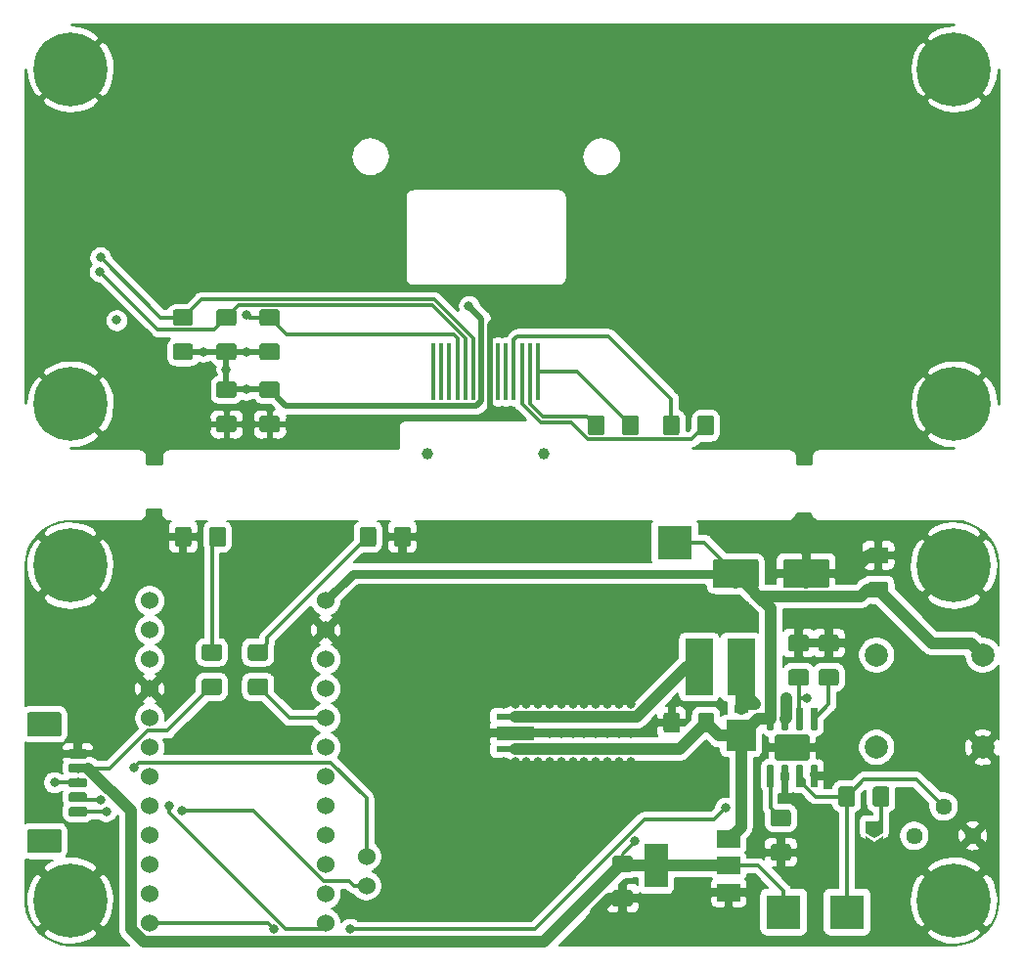
<source format=gbr>
G04 #@! TF.GenerationSoftware,KiCad,Pcbnew,(5.1.2)-2*
G04 #@! TF.CreationDate,2020-11-17T23:24:33+01:00*
G04 #@! TF.ProjectId,MieleProjectorPCB,4d69656c-6550-4726-9f6a-6563746f7250,rev?*
G04 #@! TF.SameCoordinates,Original*
G04 #@! TF.FileFunction,Copper,L1,Top*
G04 #@! TF.FilePolarity,Positive*
%FSLAX46Y46*%
G04 Gerber Fmt 4.6, Leading zero omitted, Abs format (unit mm)*
G04 Created by KiCad (PCBNEW (5.1.2)-2) date 2020-11-17 23:24:33*
%MOMM*%
%LPD*%
G04 APERTURE LIST*
%ADD10O,0.400000X5.000000*%
%ADD11C,1.524000*%
%ADD12C,1.000000*%
%ADD13C,2.006600*%
%ADD14R,1.270000X0.762000*%
%ADD15R,2.540000X2.670000*%
%ADD16C,0.100000*%
%ADD17C,0.600000*%
%ADD18C,0.500000*%
%ADD19C,2.290000*%
%ADD20C,0.800000*%
%ADD21C,6.400000*%
%ADD22C,2.500000*%
%ADD23C,1.425000*%
%ADD24R,3.300000X0.500000*%
%ADD25R,3.300000X1.300000*%
%ADD26C,2.100000*%
%ADD27C,0.300000*%
%ADD28R,2.450000X4.900000*%
%ADD29C,1.440000*%
%ADD30R,2.000000X3.800000*%
%ADD31R,2.000000X1.500000*%
%ADD32R,3.000000X3.000000*%
%ADD33C,0.300000*%
%ADD34C,1.000000*%
%ADD35C,0.750000*%
%ADD36C,0.500000*%
%ADD37C,0.250000*%
%ADD38C,0.254000*%
%ADD39C,0.200000*%
G04 APERTURE END LIST*
D10*
X73250000Y-105195000D03*
X72550000Y-105195000D03*
X71850000Y-105195000D03*
X71150000Y-105195000D03*
X70450000Y-105195000D03*
X69750000Y-105195000D03*
X69050000Y-105195000D03*
X68350000Y-105195000D03*
X67650000Y-105195000D03*
X66950000Y-105195000D03*
X66250000Y-105195000D03*
X65550000Y-105195000D03*
X64850000Y-105195000D03*
X64150000Y-105195000D03*
D11*
X58390000Y-149730000D03*
X58390000Y-147190000D03*
X39630000Y-152980000D03*
X39630000Y-150440000D03*
X39630000Y-147900000D03*
X39630000Y-145360000D03*
X39630000Y-142820000D03*
X39630000Y-140280000D03*
X39630000Y-137740000D03*
X39630000Y-135200000D03*
X39630000Y-132660000D03*
X39630000Y-130120000D03*
X39630000Y-127580000D03*
X39630000Y-125040000D03*
X54870000Y-152980000D03*
X54870000Y-150440000D03*
X54870000Y-147900000D03*
X54870000Y-145360000D03*
X54870000Y-142820000D03*
X54870000Y-140280000D03*
X54870000Y-137740000D03*
X54870000Y-135200000D03*
X54870000Y-132660000D03*
X54870000Y-130120000D03*
X54870000Y-127580000D03*
X54870000Y-125040000D03*
D12*
X73700000Y-112340000D03*
X63700000Y-112340000D03*
D13*
X102549998Y-129750001D03*
X102549998Y-137750000D03*
X111750000Y-129750001D03*
X111750000Y-137750000D03*
D14*
X90800000Y-134384000D03*
D15*
X90800000Y-136735000D03*
D16*
G36*
X93509703Y-134300722D02*
G01*
X93524264Y-134302882D01*
X93538543Y-134306459D01*
X93552403Y-134311418D01*
X93565710Y-134317712D01*
X93578336Y-134325280D01*
X93590159Y-134334048D01*
X93601066Y-134343934D01*
X93610952Y-134354841D01*
X93619720Y-134366664D01*
X93627288Y-134379290D01*
X93633582Y-134392597D01*
X93638541Y-134406457D01*
X93642118Y-134420736D01*
X93644278Y-134435297D01*
X93645000Y-134450000D01*
X93645000Y-136100000D01*
X93644278Y-136114703D01*
X93642118Y-136129264D01*
X93638541Y-136143543D01*
X93633582Y-136157403D01*
X93627288Y-136170710D01*
X93619720Y-136183336D01*
X93610952Y-136195159D01*
X93601066Y-136206066D01*
X93590159Y-136215952D01*
X93578336Y-136224720D01*
X93565710Y-136232288D01*
X93552403Y-136238582D01*
X93538543Y-136243541D01*
X93524264Y-136247118D01*
X93509703Y-136249278D01*
X93495000Y-136250000D01*
X93195000Y-136250000D01*
X93180297Y-136249278D01*
X93165736Y-136247118D01*
X93151457Y-136243541D01*
X93137597Y-136238582D01*
X93124290Y-136232288D01*
X93111664Y-136224720D01*
X93099841Y-136215952D01*
X93088934Y-136206066D01*
X93079048Y-136195159D01*
X93070280Y-136183336D01*
X93062712Y-136170710D01*
X93056418Y-136157403D01*
X93051459Y-136143543D01*
X93047882Y-136129264D01*
X93045722Y-136114703D01*
X93045000Y-136100000D01*
X93045000Y-134450000D01*
X93045722Y-134435297D01*
X93047882Y-134420736D01*
X93051459Y-134406457D01*
X93056418Y-134392597D01*
X93062712Y-134379290D01*
X93070280Y-134366664D01*
X93079048Y-134354841D01*
X93088934Y-134343934D01*
X93099841Y-134334048D01*
X93111664Y-134325280D01*
X93124290Y-134317712D01*
X93137597Y-134311418D01*
X93151457Y-134306459D01*
X93165736Y-134302882D01*
X93180297Y-134300722D01*
X93195000Y-134300000D01*
X93495000Y-134300000D01*
X93509703Y-134300722D01*
X93509703Y-134300722D01*
G37*
D17*
X93345000Y-135275000D03*
D16*
G36*
X94779703Y-134300722D02*
G01*
X94794264Y-134302882D01*
X94808543Y-134306459D01*
X94822403Y-134311418D01*
X94835710Y-134317712D01*
X94848336Y-134325280D01*
X94860159Y-134334048D01*
X94871066Y-134343934D01*
X94880952Y-134354841D01*
X94889720Y-134366664D01*
X94897288Y-134379290D01*
X94903582Y-134392597D01*
X94908541Y-134406457D01*
X94912118Y-134420736D01*
X94914278Y-134435297D01*
X94915000Y-134450000D01*
X94915000Y-136100000D01*
X94914278Y-136114703D01*
X94912118Y-136129264D01*
X94908541Y-136143543D01*
X94903582Y-136157403D01*
X94897288Y-136170710D01*
X94889720Y-136183336D01*
X94880952Y-136195159D01*
X94871066Y-136206066D01*
X94860159Y-136215952D01*
X94848336Y-136224720D01*
X94835710Y-136232288D01*
X94822403Y-136238582D01*
X94808543Y-136243541D01*
X94794264Y-136247118D01*
X94779703Y-136249278D01*
X94765000Y-136250000D01*
X94465000Y-136250000D01*
X94450297Y-136249278D01*
X94435736Y-136247118D01*
X94421457Y-136243541D01*
X94407597Y-136238582D01*
X94394290Y-136232288D01*
X94381664Y-136224720D01*
X94369841Y-136215952D01*
X94358934Y-136206066D01*
X94349048Y-136195159D01*
X94340280Y-136183336D01*
X94332712Y-136170710D01*
X94326418Y-136157403D01*
X94321459Y-136143543D01*
X94317882Y-136129264D01*
X94315722Y-136114703D01*
X94315000Y-136100000D01*
X94315000Y-134450000D01*
X94315722Y-134435297D01*
X94317882Y-134420736D01*
X94321459Y-134406457D01*
X94326418Y-134392597D01*
X94332712Y-134379290D01*
X94340280Y-134366664D01*
X94349048Y-134354841D01*
X94358934Y-134343934D01*
X94369841Y-134334048D01*
X94381664Y-134325280D01*
X94394290Y-134317712D01*
X94407597Y-134311418D01*
X94421457Y-134306459D01*
X94435736Y-134302882D01*
X94450297Y-134300722D01*
X94465000Y-134300000D01*
X94765000Y-134300000D01*
X94779703Y-134300722D01*
X94779703Y-134300722D01*
G37*
D17*
X94615000Y-135275000D03*
D16*
G36*
X96049703Y-134300722D02*
G01*
X96064264Y-134302882D01*
X96078543Y-134306459D01*
X96092403Y-134311418D01*
X96105710Y-134317712D01*
X96118336Y-134325280D01*
X96130159Y-134334048D01*
X96141066Y-134343934D01*
X96150952Y-134354841D01*
X96159720Y-134366664D01*
X96167288Y-134379290D01*
X96173582Y-134392597D01*
X96178541Y-134406457D01*
X96182118Y-134420736D01*
X96184278Y-134435297D01*
X96185000Y-134450000D01*
X96185000Y-136100000D01*
X96184278Y-136114703D01*
X96182118Y-136129264D01*
X96178541Y-136143543D01*
X96173582Y-136157403D01*
X96167288Y-136170710D01*
X96159720Y-136183336D01*
X96150952Y-136195159D01*
X96141066Y-136206066D01*
X96130159Y-136215952D01*
X96118336Y-136224720D01*
X96105710Y-136232288D01*
X96092403Y-136238582D01*
X96078543Y-136243541D01*
X96064264Y-136247118D01*
X96049703Y-136249278D01*
X96035000Y-136250000D01*
X95735000Y-136250000D01*
X95720297Y-136249278D01*
X95705736Y-136247118D01*
X95691457Y-136243541D01*
X95677597Y-136238582D01*
X95664290Y-136232288D01*
X95651664Y-136224720D01*
X95639841Y-136215952D01*
X95628934Y-136206066D01*
X95619048Y-136195159D01*
X95610280Y-136183336D01*
X95602712Y-136170710D01*
X95596418Y-136157403D01*
X95591459Y-136143543D01*
X95587882Y-136129264D01*
X95585722Y-136114703D01*
X95585000Y-136100000D01*
X95585000Y-134450000D01*
X95585722Y-134435297D01*
X95587882Y-134420736D01*
X95591459Y-134406457D01*
X95596418Y-134392597D01*
X95602712Y-134379290D01*
X95610280Y-134366664D01*
X95619048Y-134354841D01*
X95628934Y-134343934D01*
X95639841Y-134334048D01*
X95651664Y-134325280D01*
X95664290Y-134317712D01*
X95677597Y-134311418D01*
X95691457Y-134306459D01*
X95705736Y-134302882D01*
X95720297Y-134300722D01*
X95735000Y-134300000D01*
X96035000Y-134300000D01*
X96049703Y-134300722D01*
X96049703Y-134300722D01*
G37*
D17*
X95885000Y-135275000D03*
D16*
G36*
X97319703Y-134300722D02*
G01*
X97334264Y-134302882D01*
X97348543Y-134306459D01*
X97362403Y-134311418D01*
X97375710Y-134317712D01*
X97388336Y-134325280D01*
X97400159Y-134334048D01*
X97411066Y-134343934D01*
X97420952Y-134354841D01*
X97429720Y-134366664D01*
X97437288Y-134379290D01*
X97443582Y-134392597D01*
X97448541Y-134406457D01*
X97452118Y-134420736D01*
X97454278Y-134435297D01*
X97455000Y-134450000D01*
X97455000Y-136100000D01*
X97454278Y-136114703D01*
X97452118Y-136129264D01*
X97448541Y-136143543D01*
X97443582Y-136157403D01*
X97437288Y-136170710D01*
X97429720Y-136183336D01*
X97420952Y-136195159D01*
X97411066Y-136206066D01*
X97400159Y-136215952D01*
X97388336Y-136224720D01*
X97375710Y-136232288D01*
X97362403Y-136238582D01*
X97348543Y-136243541D01*
X97334264Y-136247118D01*
X97319703Y-136249278D01*
X97305000Y-136250000D01*
X97005000Y-136250000D01*
X96990297Y-136249278D01*
X96975736Y-136247118D01*
X96961457Y-136243541D01*
X96947597Y-136238582D01*
X96934290Y-136232288D01*
X96921664Y-136224720D01*
X96909841Y-136215952D01*
X96898934Y-136206066D01*
X96889048Y-136195159D01*
X96880280Y-136183336D01*
X96872712Y-136170710D01*
X96866418Y-136157403D01*
X96861459Y-136143543D01*
X96857882Y-136129264D01*
X96855722Y-136114703D01*
X96855000Y-136100000D01*
X96855000Y-134450000D01*
X96855722Y-134435297D01*
X96857882Y-134420736D01*
X96861459Y-134406457D01*
X96866418Y-134392597D01*
X96872712Y-134379290D01*
X96880280Y-134366664D01*
X96889048Y-134354841D01*
X96898934Y-134343934D01*
X96909841Y-134334048D01*
X96921664Y-134325280D01*
X96934290Y-134317712D01*
X96947597Y-134311418D01*
X96961457Y-134306459D01*
X96975736Y-134302882D01*
X96990297Y-134300722D01*
X97005000Y-134300000D01*
X97305000Y-134300000D01*
X97319703Y-134300722D01*
X97319703Y-134300722D01*
G37*
D17*
X97155000Y-135275000D03*
D16*
G36*
X97319703Y-139250722D02*
G01*
X97334264Y-139252882D01*
X97348543Y-139256459D01*
X97362403Y-139261418D01*
X97375710Y-139267712D01*
X97388336Y-139275280D01*
X97400159Y-139284048D01*
X97411066Y-139293934D01*
X97420952Y-139304841D01*
X97429720Y-139316664D01*
X97437288Y-139329290D01*
X97443582Y-139342597D01*
X97448541Y-139356457D01*
X97452118Y-139370736D01*
X97454278Y-139385297D01*
X97455000Y-139400000D01*
X97455000Y-141050000D01*
X97454278Y-141064703D01*
X97452118Y-141079264D01*
X97448541Y-141093543D01*
X97443582Y-141107403D01*
X97437288Y-141120710D01*
X97429720Y-141133336D01*
X97420952Y-141145159D01*
X97411066Y-141156066D01*
X97400159Y-141165952D01*
X97388336Y-141174720D01*
X97375710Y-141182288D01*
X97362403Y-141188582D01*
X97348543Y-141193541D01*
X97334264Y-141197118D01*
X97319703Y-141199278D01*
X97305000Y-141200000D01*
X97005000Y-141200000D01*
X96990297Y-141199278D01*
X96975736Y-141197118D01*
X96961457Y-141193541D01*
X96947597Y-141188582D01*
X96934290Y-141182288D01*
X96921664Y-141174720D01*
X96909841Y-141165952D01*
X96898934Y-141156066D01*
X96889048Y-141145159D01*
X96880280Y-141133336D01*
X96872712Y-141120710D01*
X96866418Y-141107403D01*
X96861459Y-141093543D01*
X96857882Y-141079264D01*
X96855722Y-141064703D01*
X96855000Y-141050000D01*
X96855000Y-139400000D01*
X96855722Y-139385297D01*
X96857882Y-139370736D01*
X96861459Y-139356457D01*
X96866418Y-139342597D01*
X96872712Y-139329290D01*
X96880280Y-139316664D01*
X96889048Y-139304841D01*
X96898934Y-139293934D01*
X96909841Y-139284048D01*
X96921664Y-139275280D01*
X96934290Y-139267712D01*
X96947597Y-139261418D01*
X96961457Y-139256459D01*
X96975736Y-139252882D01*
X96990297Y-139250722D01*
X97005000Y-139250000D01*
X97305000Y-139250000D01*
X97319703Y-139250722D01*
X97319703Y-139250722D01*
G37*
D17*
X97155000Y-140225000D03*
D16*
G36*
X96049703Y-139250722D02*
G01*
X96064264Y-139252882D01*
X96078543Y-139256459D01*
X96092403Y-139261418D01*
X96105710Y-139267712D01*
X96118336Y-139275280D01*
X96130159Y-139284048D01*
X96141066Y-139293934D01*
X96150952Y-139304841D01*
X96159720Y-139316664D01*
X96167288Y-139329290D01*
X96173582Y-139342597D01*
X96178541Y-139356457D01*
X96182118Y-139370736D01*
X96184278Y-139385297D01*
X96185000Y-139400000D01*
X96185000Y-141050000D01*
X96184278Y-141064703D01*
X96182118Y-141079264D01*
X96178541Y-141093543D01*
X96173582Y-141107403D01*
X96167288Y-141120710D01*
X96159720Y-141133336D01*
X96150952Y-141145159D01*
X96141066Y-141156066D01*
X96130159Y-141165952D01*
X96118336Y-141174720D01*
X96105710Y-141182288D01*
X96092403Y-141188582D01*
X96078543Y-141193541D01*
X96064264Y-141197118D01*
X96049703Y-141199278D01*
X96035000Y-141200000D01*
X95735000Y-141200000D01*
X95720297Y-141199278D01*
X95705736Y-141197118D01*
X95691457Y-141193541D01*
X95677597Y-141188582D01*
X95664290Y-141182288D01*
X95651664Y-141174720D01*
X95639841Y-141165952D01*
X95628934Y-141156066D01*
X95619048Y-141145159D01*
X95610280Y-141133336D01*
X95602712Y-141120710D01*
X95596418Y-141107403D01*
X95591459Y-141093543D01*
X95587882Y-141079264D01*
X95585722Y-141064703D01*
X95585000Y-141050000D01*
X95585000Y-139400000D01*
X95585722Y-139385297D01*
X95587882Y-139370736D01*
X95591459Y-139356457D01*
X95596418Y-139342597D01*
X95602712Y-139329290D01*
X95610280Y-139316664D01*
X95619048Y-139304841D01*
X95628934Y-139293934D01*
X95639841Y-139284048D01*
X95651664Y-139275280D01*
X95664290Y-139267712D01*
X95677597Y-139261418D01*
X95691457Y-139256459D01*
X95705736Y-139252882D01*
X95720297Y-139250722D01*
X95735000Y-139250000D01*
X96035000Y-139250000D01*
X96049703Y-139250722D01*
X96049703Y-139250722D01*
G37*
D17*
X95885000Y-140225000D03*
D16*
G36*
X94779703Y-139250722D02*
G01*
X94794264Y-139252882D01*
X94808543Y-139256459D01*
X94822403Y-139261418D01*
X94835710Y-139267712D01*
X94848336Y-139275280D01*
X94860159Y-139284048D01*
X94871066Y-139293934D01*
X94880952Y-139304841D01*
X94889720Y-139316664D01*
X94897288Y-139329290D01*
X94903582Y-139342597D01*
X94908541Y-139356457D01*
X94912118Y-139370736D01*
X94914278Y-139385297D01*
X94915000Y-139400000D01*
X94915000Y-141050000D01*
X94914278Y-141064703D01*
X94912118Y-141079264D01*
X94908541Y-141093543D01*
X94903582Y-141107403D01*
X94897288Y-141120710D01*
X94889720Y-141133336D01*
X94880952Y-141145159D01*
X94871066Y-141156066D01*
X94860159Y-141165952D01*
X94848336Y-141174720D01*
X94835710Y-141182288D01*
X94822403Y-141188582D01*
X94808543Y-141193541D01*
X94794264Y-141197118D01*
X94779703Y-141199278D01*
X94765000Y-141200000D01*
X94465000Y-141200000D01*
X94450297Y-141199278D01*
X94435736Y-141197118D01*
X94421457Y-141193541D01*
X94407597Y-141188582D01*
X94394290Y-141182288D01*
X94381664Y-141174720D01*
X94369841Y-141165952D01*
X94358934Y-141156066D01*
X94349048Y-141145159D01*
X94340280Y-141133336D01*
X94332712Y-141120710D01*
X94326418Y-141107403D01*
X94321459Y-141093543D01*
X94317882Y-141079264D01*
X94315722Y-141064703D01*
X94315000Y-141050000D01*
X94315000Y-139400000D01*
X94315722Y-139385297D01*
X94317882Y-139370736D01*
X94321459Y-139356457D01*
X94326418Y-139342597D01*
X94332712Y-139329290D01*
X94340280Y-139316664D01*
X94349048Y-139304841D01*
X94358934Y-139293934D01*
X94369841Y-139284048D01*
X94381664Y-139275280D01*
X94394290Y-139267712D01*
X94407597Y-139261418D01*
X94421457Y-139256459D01*
X94435736Y-139252882D01*
X94450297Y-139250722D01*
X94465000Y-139250000D01*
X94765000Y-139250000D01*
X94779703Y-139250722D01*
X94779703Y-139250722D01*
G37*
D17*
X94615000Y-140225000D03*
D16*
G36*
X93509703Y-139250722D02*
G01*
X93524264Y-139252882D01*
X93538543Y-139256459D01*
X93552403Y-139261418D01*
X93565710Y-139267712D01*
X93578336Y-139275280D01*
X93590159Y-139284048D01*
X93601066Y-139293934D01*
X93610952Y-139304841D01*
X93619720Y-139316664D01*
X93627288Y-139329290D01*
X93633582Y-139342597D01*
X93638541Y-139356457D01*
X93642118Y-139370736D01*
X93644278Y-139385297D01*
X93645000Y-139400000D01*
X93645000Y-141050000D01*
X93644278Y-141064703D01*
X93642118Y-141079264D01*
X93638541Y-141093543D01*
X93633582Y-141107403D01*
X93627288Y-141120710D01*
X93619720Y-141133336D01*
X93610952Y-141145159D01*
X93601066Y-141156066D01*
X93590159Y-141165952D01*
X93578336Y-141174720D01*
X93565710Y-141182288D01*
X93552403Y-141188582D01*
X93538543Y-141193541D01*
X93524264Y-141197118D01*
X93509703Y-141199278D01*
X93495000Y-141200000D01*
X93195000Y-141200000D01*
X93180297Y-141199278D01*
X93165736Y-141197118D01*
X93151457Y-141193541D01*
X93137597Y-141188582D01*
X93124290Y-141182288D01*
X93111664Y-141174720D01*
X93099841Y-141165952D01*
X93088934Y-141156066D01*
X93079048Y-141145159D01*
X93070280Y-141133336D01*
X93062712Y-141120710D01*
X93056418Y-141107403D01*
X93051459Y-141093543D01*
X93047882Y-141079264D01*
X93045722Y-141064703D01*
X93045000Y-141050000D01*
X93045000Y-139400000D01*
X93045722Y-139385297D01*
X93047882Y-139370736D01*
X93051459Y-139356457D01*
X93056418Y-139342597D01*
X93062712Y-139329290D01*
X93070280Y-139316664D01*
X93079048Y-139304841D01*
X93088934Y-139293934D01*
X93099841Y-139284048D01*
X93111664Y-139275280D01*
X93124290Y-139267712D01*
X93137597Y-139261418D01*
X93151457Y-139256459D01*
X93165736Y-139252882D01*
X93180297Y-139250722D01*
X93195000Y-139250000D01*
X93495000Y-139250000D01*
X93509703Y-139250722D01*
X93509703Y-139250722D01*
G37*
D17*
X93345000Y-140225000D03*
D18*
X96250000Y-137100000D03*
X96250000Y-138400000D03*
X95250000Y-137100000D03*
X95250000Y-138400000D03*
X94250000Y-137100000D03*
X94250000Y-138400000D03*
D16*
G36*
X96524505Y-136606204D02*
G01*
X96548773Y-136609804D01*
X96572572Y-136615765D01*
X96595671Y-136624030D01*
X96617850Y-136634520D01*
X96638893Y-136647132D01*
X96658599Y-136661747D01*
X96676777Y-136678223D01*
X96693253Y-136696401D01*
X96707868Y-136716107D01*
X96720480Y-136737150D01*
X96730970Y-136759329D01*
X96739235Y-136782428D01*
X96745196Y-136806227D01*
X96748796Y-136830495D01*
X96750000Y-136854999D01*
X96750000Y-138645001D01*
X96748796Y-138669505D01*
X96745196Y-138693773D01*
X96739235Y-138717572D01*
X96730970Y-138740671D01*
X96720480Y-138762850D01*
X96707868Y-138783893D01*
X96693253Y-138803599D01*
X96676777Y-138821777D01*
X96658599Y-138838253D01*
X96638893Y-138852868D01*
X96617850Y-138865480D01*
X96595671Y-138875970D01*
X96572572Y-138884235D01*
X96548773Y-138890196D01*
X96524505Y-138893796D01*
X96500001Y-138895000D01*
X93999999Y-138895000D01*
X93975495Y-138893796D01*
X93951227Y-138890196D01*
X93927428Y-138884235D01*
X93904329Y-138875970D01*
X93882150Y-138865480D01*
X93861107Y-138852868D01*
X93841401Y-138838253D01*
X93823223Y-138821777D01*
X93806747Y-138803599D01*
X93792132Y-138783893D01*
X93779520Y-138762850D01*
X93769030Y-138740671D01*
X93760765Y-138717572D01*
X93754804Y-138693773D01*
X93751204Y-138669505D01*
X93750000Y-138645001D01*
X93750000Y-136854999D01*
X93751204Y-136830495D01*
X93754804Y-136806227D01*
X93760765Y-136782428D01*
X93769030Y-136759329D01*
X93779520Y-136737150D01*
X93792132Y-136716107D01*
X93806747Y-136696401D01*
X93823223Y-136678223D01*
X93841401Y-136661747D01*
X93861107Y-136647132D01*
X93882150Y-136634520D01*
X93904329Y-136624030D01*
X93927428Y-136615765D01*
X93951227Y-136609804D01*
X93975495Y-136606204D01*
X93999999Y-136605000D01*
X96500001Y-136605000D01*
X96524505Y-136606204D01*
X96524505Y-136606204D01*
G37*
D19*
X95250000Y-137750000D03*
D20*
X34447056Y-120302944D03*
X32750000Y-119600000D03*
X31052944Y-120302944D03*
X30350000Y-122000000D03*
X31052944Y-123697056D03*
X32750000Y-124400000D03*
X34447056Y-123697056D03*
X35150000Y-122000000D03*
D21*
X32750000Y-122000000D03*
D20*
X110947056Y-120302944D03*
X109250000Y-119600000D03*
X107552944Y-120302944D03*
X106850000Y-122000000D03*
X107552944Y-123697056D03*
X109250000Y-124400000D03*
X110947056Y-123697056D03*
X111650000Y-122000000D03*
D21*
X109250000Y-122000000D03*
D20*
X110947056Y-149302944D03*
X109250000Y-148600000D03*
X107552944Y-149302944D03*
X106850000Y-151000000D03*
X107552944Y-152697056D03*
X109250000Y-153400000D03*
X110947056Y-152697056D03*
X111650000Y-151000000D03*
D21*
X109250000Y-151000000D03*
D20*
X34447056Y-149302944D03*
X32750000Y-148600000D03*
X31052944Y-149302944D03*
X30350000Y-151000000D03*
X31052944Y-152697056D03*
X32750000Y-153400000D03*
X34447056Y-152697056D03*
X35150000Y-151000000D03*
D21*
X32750000Y-151000000D03*
D16*
G36*
X92124504Y-121451204D02*
G01*
X92148773Y-121454804D01*
X92172571Y-121460765D01*
X92195671Y-121469030D01*
X92217849Y-121479520D01*
X92238893Y-121492133D01*
X92258598Y-121506747D01*
X92276777Y-121523223D01*
X92293253Y-121541402D01*
X92307867Y-121561107D01*
X92320480Y-121582151D01*
X92330970Y-121604329D01*
X92339235Y-121627429D01*
X92345196Y-121651227D01*
X92348796Y-121675496D01*
X92350000Y-121700000D01*
X92350000Y-123700000D01*
X92348796Y-123724504D01*
X92345196Y-123748773D01*
X92339235Y-123772571D01*
X92330970Y-123795671D01*
X92320480Y-123817849D01*
X92307867Y-123838893D01*
X92293253Y-123858598D01*
X92276777Y-123876777D01*
X92258598Y-123893253D01*
X92238893Y-123907867D01*
X92217849Y-123920480D01*
X92195671Y-123930970D01*
X92172571Y-123939235D01*
X92148773Y-123945196D01*
X92124504Y-123948796D01*
X92100000Y-123950000D01*
X88600000Y-123950000D01*
X88575496Y-123948796D01*
X88551227Y-123945196D01*
X88527429Y-123939235D01*
X88504329Y-123930970D01*
X88482151Y-123920480D01*
X88461107Y-123907867D01*
X88441402Y-123893253D01*
X88423223Y-123876777D01*
X88406747Y-123858598D01*
X88392133Y-123838893D01*
X88379520Y-123817849D01*
X88369030Y-123795671D01*
X88360765Y-123772571D01*
X88354804Y-123748773D01*
X88351204Y-123724504D01*
X88350000Y-123700000D01*
X88350000Y-121700000D01*
X88351204Y-121675496D01*
X88354804Y-121651227D01*
X88360765Y-121627429D01*
X88369030Y-121604329D01*
X88379520Y-121582151D01*
X88392133Y-121561107D01*
X88406747Y-121541402D01*
X88423223Y-121523223D01*
X88441402Y-121506747D01*
X88461107Y-121492133D01*
X88482151Y-121479520D01*
X88504329Y-121469030D01*
X88527429Y-121460765D01*
X88551227Y-121454804D01*
X88575496Y-121451204D01*
X88600000Y-121450000D01*
X92100000Y-121450000D01*
X92124504Y-121451204D01*
X92124504Y-121451204D01*
G37*
D22*
X90350000Y-122700000D03*
D16*
G36*
X98224504Y-121451204D02*
G01*
X98248773Y-121454804D01*
X98272571Y-121460765D01*
X98295671Y-121469030D01*
X98317849Y-121479520D01*
X98338893Y-121492133D01*
X98358598Y-121506747D01*
X98376777Y-121523223D01*
X98393253Y-121541402D01*
X98407867Y-121561107D01*
X98420480Y-121582151D01*
X98430970Y-121604329D01*
X98439235Y-121627429D01*
X98445196Y-121651227D01*
X98448796Y-121675496D01*
X98450000Y-121700000D01*
X98450000Y-123700000D01*
X98448796Y-123724504D01*
X98445196Y-123748773D01*
X98439235Y-123772571D01*
X98430970Y-123795671D01*
X98420480Y-123817849D01*
X98407867Y-123838893D01*
X98393253Y-123858598D01*
X98376777Y-123876777D01*
X98358598Y-123893253D01*
X98338893Y-123907867D01*
X98317849Y-123920480D01*
X98295671Y-123930970D01*
X98272571Y-123939235D01*
X98248773Y-123945196D01*
X98224504Y-123948796D01*
X98200000Y-123950000D01*
X94700000Y-123950000D01*
X94675496Y-123948796D01*
X94651227Y-123945196D01*
X94627429Y-123939235D01*
X94604329Y-123930970D01*
X94582151Y-123920480D01*
X94561107Y-123907867D01*
X94541402Y-123893253D01*
X94523223Y-123876777D01*
X94506747Y-123858598D01*
X94492133Y-123838893D01*
X94479520Y-123817849D01*
X94469030Y-123795671D01*
X94460765Y-123772571D01*
X94454804Y-123748773D01*
X94451204Y-123724504D01*
X94450000Y-123700000D01*
X94450000Y-121700000D01*
X94451204Y-121675496D01*
X94454804Y-121651227D01*
X94460765Y-121627429D01*
X94469030Y-121604329D01*
X94479520Y-121582151D01*
X94492133Y-121561107D01*
X94506747Y-121541402D01*
X94523223Y-121523223D01*
X94541402Y-121506747D01*
X94561107Y-121492133D01*
X94582151Y-121479520D01*
X94604329Y-121469030D01*
X94627429Y-121460765D01*
X94651227Y-121454804D01*
X94675496Y-121451204D01*
X94700000Y-121450000D01*
X98200000Y-121450000D01*
X98224504Y-121451204D01*
X98224504Y-121451204D01*
G37*
D22*
X96450000Y-122700000D03*
D16*
G36*
X103349504Y-120401204D02*
G01*
X103373773Y-120404804D01*
X103397571Y-120410765D01*
X103420671Y-120419030D01*
X103442849Y-120429520D01*
X103463893Y-120442133D01*
X103483598Y-120456747D01*
X103501777Y-120473223D01*
X103518253Y-120491402D01*
X103532867Y-120511107D01*
X103545480Y-120532151D01*
X103555970Y-120554329D01*
X103564235Y-120577429D01*
X103570196Y-120601227D01*
X103573796Y-120625496D01*
X103575000Y-120650000D01*
X103575000Y-121575000D01*
X103573796Y-121599504D01*
X103570196Y-121623773D01*
X103564235Y-121647571D01*
X103555970Y-121670671D01*
X103545480Y-121692849D01*
X103532867Y-121713893D01*
X103518253Y-121733598D01*
X103501777Y-121751777D01*
X103483598Y-121768253D01*
X103463893Y-121782867D01*
X103442849Y-121795480D01*
X103420671Y-121805970D01*
X103397571Y-121814235D01*
X103373773Y-121820196D01*
X103349504Y-121823796D01*
X103325000Y-121825000D01*
X102075000Y-121825000D01*
X102050496Y-121823796D01*
X102026227Y-121820196D01*
X102002429Y-121814235D01*
X101979329Y-121805970D01*
X101957151Y-121795480D01*
X101936107Y-121782867D01*
X101916402Y-121768253D01*
X101898223Y-121751777D01*
X101881747Y-121733598D01*
X101867133Y-121713893D01*
X101854520Y-121692849D01*
X101844030Y-121670671D01*
X101835765Y-121647571D01*
X101829804Y-121623773D01*
X101826204Y-121599504D01*
X101825000Y-121575000D01*
X101825000Y-120650000D01*
X101826204Y-120625496D01*
X101829804Y-120601227D01*
X101835765Y-120577429D01*
X101844030Y-120554329D01*
X101854520Y-120532151D01*
X101867133Y-120511107D01*
X101881747Y-120491402D01*
X101898223Y-120473223D01*
X101916402Y-120456747D01*
X101936107Y-120442133D01*
X101957151Y-120429520D01*
X101979329Y-120419030D01*
X102002429Y-120410765D01*
X102026227Y-120404804D01*
X102050496Y-120401204D01*
X102075000Y-120400000D01*
X103325000Y-120400000D01*
X103349504Y-120401204D01*
X103349504Y-120401204D01*
G37*
D23*
X102700000Y-121112500D03*
D16*
G36*
X103349504Y-123376204D02*
G01*
X103373773Y-123379804D01*
X103397571Y-123385765D01*
X103420671Y-123394030D01*
X103442849Y-123404520D01*
X103463893Y-123417133D01*
X103483598Y-123431747D01*
X103501777Y-123448223D01*
X103518253Y-123466402D01*
X103532867Y-123486107D01*
X103545480Y-123507151D01*
X103555970Y-123529329D01*
X103564235Y-123552429D01*
X103570196Y-123576227D01*
X103573796Y-123600496D01*
X103575000Y-123625000D01*
X103575000Y-124550000D01*
X103573796Y-124574504D01*
X103570196Y-124598773D01*
X103564235Y-124622571D01*
X103555970Y-124645671D01*
X103545480Y-124667849D01*
X103532867Y-124688893D01*
X103518253Y-124708598D01*
X103501777Y-124726777D01*
X103483598Y-124743253D01*
X103463893Y-124757867D01*
X103442849Y-124770480D01*
X103420671Y-124780970D01*
X103397571Y-124789235D01*
X103373773Y-124795196D01*
X103349504Y-124798796D01*
X103325000Y-124800000D01*
X102075000Y-124800000D01*
X102050496Y-124798796D01*
X102026227Y-124795196D01*
X102002429Y-124789235D01*
X101979329Y-124780970D01*
X101957151Y-124770480D01*
X101936107Y-124757867D01*
X101916402Y-124743253D01*
X101898223Y-124726777D01*
X101881747Y-124708598D01*
X101867133Y-124688893D01*
X101854520Y-124667849D01*
X101844030Y-124645671D01*
X101835765Y-124622571D01*
X101829804Y-124598773D01*
X101826204Y-124574504D01*
X101825000Y-124550000D01*
X101825000Y-123625000D01*
X101826204Y-123600496D01*
X101829804Y-123576227D01*
X101835765Y-123552429D01*
X101844030Y-123529329D01*
X101854520Y-123507151D01*
X101867133Y-123486107D01*
X101881747Y-123466402D01*
X101898223Y-123448223D01*
X101916402Y-123431747D01*
X101936107Y-123417133D01*
X101957151Y-123404520D01*
X101979329Y-123394030D01*
X102002429Y-123385765D01*
X102026227Y-123379804D01*
X102050496Y-123376204D01*
X102075000Y-123375000D01*
X103325000Y-123375000D01*
X103349504Y-123376204D01*
X103349504Y-123376204D01*
G37*
D23*
X102700000Y-124087500D03*
D16*
G36*
X81199504Y-147113704D02*
G01*
X81223773Y-147117304D01*
X81247571Y-147123265D01*
X81270671Y-147131530D01*
X81292849Y-147142020D01*
X81313893Y-147154633D01*
X81333598Y-147169247D01*
X81351777Y-147185723D01*
X81368253Y-147203902D01*
X81382867Y-147223607D01*
X81395480Y-147244651D01*
X81405970Y-147266829D01*
X81414235Y-147289929D01*
X81420196Y-147313727D01*
X81423796Y-147337996D01*
X81425000Y-147362500D01*
X81425000Y-148287500D01*
X81423796Y-148312004D01*
X81420196Y-148336273D01*
X81414235Y-148360071D01*
X81405970Y-148383171D01*
X81395480Y-148405349D01*
X81382867Y-148426393D01*
X81368253Y-148446098D01*
X81351777Y-148464277D01*
X81333598Y-148480753D01*
X81313893Y-148495367D01*
X81292849Y-148507980D01*
X81270671Y-148518470D01*
X81247571Y-148526735D01*
X81223773Y-148532696D01*
X81199504Y-148536296D01*
X81175000Y-148537500D01*
X79925000Y-148537500D01*
X79900496Y-148536296D01*
X79876227Y-148532696D01*
X79852429Y-148526735D01*
X79829329Y-148518470D01*
X79807151Y-148507980D01*
X79786107Y-148495367D01*
X79766402Y-148480753D01*
X79748223Y-148464277D01*
X79731747Y-148446098D01*
X79717133Y-148426393D01*
X79704520Y-148405349D01*
X79694030Y-148383171D01*
X79685765Y-148360071D01*
X79679804Y-148336273D01*
X79676204Y-148312004D01*
X79675000Y-148287500D01*
X79675000Y-147362500D01*
X79676204Y-147337996D01*
X79679804Y-147313727D01*
X79685765Y-147289929D01*
X79694030Y-147266829D01*
X79704520Y-147244651D01*
X79717133Y-147223607D01*
X79731747Y-147203902D01*
X79748223Y-147185723D01*
X79766402Y-147169247D01*
X79786107Y-147154633D01*
X79807151Y-147142020D01*
X79829329Y-147131530D01*
X79852429Y-147123265D01*
X79876227Y-147117304D01*
X79900496Y-147113704D01*
X79925000Y-147112500D01*
X81175000Y-147112500D01*
X81199504Y-147113704D01*
X81199504Y-147113704D01*
G37*
D23*
X80550000Y-147825000D03*
D16*
G36*
X81199504Y-150088704D02*
G01*
X81223773Y-150092304D01*
X81247571Y-150098265D01*
X81270671Y-150106530D01*
X81292849Y-150117020D01*
X81313893Y-150129633D01*
X81333598Y-150144247D01*
X81351777Y-150160723D01*
X81368253Y-150178902D01*
X81382867Y-150198607D01*
X81395480Y-150219651D01*
X81405970Y-150241829D01*
X81414235Y-150264929D01*
X81420196Y-150288727D01*
X81423796Y-150312996D01*
X81425000Y-150337500D01*
X81425000Y-151262500D01*
X81423796Y-151287004D01*
X81420196Y-151311273D01*
X81414235Y-151335071D01*
X81405970Y-151358171D01*
X81395480Y-151380349D01*
X81382867Y-151401393D01*
X81368253Y-151421098D01*
X81351777Y-151439277D01*
X81333598Y-151455753D01*
X81313893Y-151470367D01*
X81292849Y-151482980D01*
X81270671Y-151493470D01*
X81247571Y-151501735D01*
X81223773Y-151507696D01*
X81199504Y-151511296D01*
X81175000Y-151512500D01*
X79925000Y-151512500D01*
X79900496Y-151511296D01*
X79876227Y-151507696D01*
X79852429Y-151501735D01*
X79829329Y-151493470D01*
X79807151Y-151482980D01*
X79786107Y-151470367D01*
X79766402Y-151455753D01*
X79748223Y-151439277D01*
X79731747Y-151421098D01*
X79717133Y-151401393D01*
X79704520Y-151380349D01*
X79694030Y-151358171D01*
X79685765Y-151335071D01*
X79679804Y-151311273D01*
X79676204Y-151287004D01*
X79675000Y-151262500D01*
X79675000Y-150337500D01*
X79676204Y-150312996D01*
X79679804Y-150288727D01*
X79685765Y-150264929D01*
X79694030Y-150241829D01*
X79704520Y-150219651D01*
X79717133Y-150198607D01*
X79731747Y-150178902D01*
X79748223Y-150160723D01*
X79766402Y-150144247D01*
X79786107Y-150129633D01*
X79807151Y-150117020D01*
X79829329Y-150106530D01*
X79852429Y-150098265D01*
X79876227Y-150092304D01*
X79900496Y-150088704D01*
X79925000Y-150087500D01*
X81175000Y-150087500D01*
X81199504Y-150088704D01*
X81199504Y-150088704D01*
G37*
D23*
X80550000Y-150800000D03*
D16*
G36*
X46899504Y-109026204D02*
G01*
X46923773Y-109029804D01*
X46947571Y-109035765D01*
X46970671Y-109044030D01*
X46992849Y-109054520D01*
X47013893Y-109067133D01*
X47033598Y-109081747D01*
X47051777Y-109098223D01*
X47068253Y-109116402D01*
X47082867Y-109136107D01*
X47095480Y-109157151D01*
X47105970Y-109179329D01*
X47114235Y-109202429D01*
X47120196Y-109226227D01*
X47123796Y-109250496D01*
X47125000Y-109275000D01*
X47125000Y-110200000D01*
X47123796Y-110224504D01*
X47120196Y-110248773D01*
X47114235Y-110272571D01*
X47105970Y-110295671D01*
X47095480Y-110317849D01*
X47082867Y-110338893D01*
X47068253Y-110358598D01*
X47051777Y-110376777D01*
X47033598Y-110393253D01*
X47013893Y-110407867D01*
X46992849Y-110420480D01*
X46970671Y-110430970D01*
X46947571Y-110439235D01*
X46923773Y-110445196D01*
X46899504Y-110448796D01*
X46875000Y-110450000D01*
X45625000Y-110450000D01*
X45600496Y-110448796D01*
X45576227Y-110445196D01*
X45552429Y-110439235D01*
X45529329Y-110430970D01*
X45507151Y-110420480D01*
X45486107Y-110407867D01*
X45466402Y-110393253D01*
X45448223Y-110376777D01*
X45431747Y-110358598D01*
X45417133Y-110338893D01*
X45404520Y-110317849D01*
X45394030Y-110295671D01*
X45385765Y-110272571D01*
X45379804Y-110248773D01*
X45376204Y-110224504D01*
X45375000Y-110200000D01*
X45375000Y-109275000D01*
X45376204Y-109250496D01*
X45379804Y-109226227D01*
X45385765Y-109202429D01*
X45394030Y-109179329D01*
X45404520Y-109157151D01*
X45417133Y-109136107D01*
X45431747Y-109116402D01*
X45448223Y-109098223D01*
X45466402Y-109081747D01*
X45486107Y-109067133D01*
X45507151Y-109054520D01*
X45529329Y-109044030D01*
X45552429Y-109035765D01*
X45576227Y-109029804D01*
X45600496Y-109026204D01*
X45625000Y-109025000D01*
X46875000Y-109025000D01*
X46899504Y-109026204D01*
X46899504Y-109026204D01*
G37*
D23*
X46250000Y-109737500D03*
D16*
G36*
X46899504Y-106051204D02*
G01*
X46923773Y-106054804D01*
X46947571Y-106060765D01*
X46970671Y-106069030D01*
X46992849Y-106079520D01*
X47013893Y-106092133D01*
X47033598Y-106106747D01*
X47051777Y-106123223D01*
X47068253Y-106141402D01*
X47082867Y-106161107D01*
X47095480Y-106182151D01*
X47105970Y-106204329D01*
X47114235Y-106227429D01*
X47120196Y-106251227D01*
X47123796Y-106275496D01*
X47125000Y-106300000D01*
X47125000Y-107225000D01*
X47123796Y-107249504D01*
X47120196Y-107273773D01*
X47114235Y-107297571D01*
X47105970Y-107320671D01*
X47095480Y-107342849D01*
X47082867Y-107363893D01*
X47068253Y-107383598D01*
X47051777Y-107401777D01*
X47033598Y-107418253D01*
X47013893Y-107432867D01*
X46992849Y-107445480D01*
X46970671Y-107455970D01*
X46947571Y-107464235D01*
X46923773Y-107470196D01*
X46899504Y-107473796D01*
X46875000Y-107475000D01*
X45625000Y-107475000D01*
X45600496Y-107473796D01*
X45576227Y-107470196D01*
X45552429Y-107464235D01*
X45529329Y-107455970D01*
X45507151Y-107445480D01*
X45486107Y-107432867D01*
X45466402Y-107418253D01*
X45448223Y-107401777D01*
X45431747Y-107383598D01*
X45417133Y-107363893D01*
X45404520Y-107342849D01*
X45394030Y-107320671D01*
X45385765Y-107297571D01*
X45379804Y-107273773D01*
X45376204Y-107249504D01*
X45375000Y-107225000D01*
X45375000Y-106300000D01*
X45376204Y-106275496D01*
X45379804Y-106251227D01*
X45385765Y-106227429D01*
X45394030Y-106204329D01*
X45404520Y-106182151D01*
X45417133Y-106161107D01*
X45431747Y-106141402D01*
X45448223Y-106123223D01*
X45466402Y-106106747D01*
X45486107Y-106092133D01*
X45507151Y-106079520D01*
X45529329Y-106069030D01*
X45552429Y-106060765D01*
X45576227Y-106054804D01*
X45600496Y-106051204D01*
X45625000Y-106050000D01*
X46875000Y-106050000D01*
X46899504Y-106051204D01*
X46899504Y-106051204D01*
G37*
D23*
X46250000Y-106762500D03*
D16*
G36*
X81724504Y-108976204D02*
G01*
X81748773Y-108979804D01*
X81772571Y-108985765D01*
X81795671Y-108994030D01*
X81817849Y-109004520D01*
X81838893Y-109017133D01*
X81858598Y-109031747D01*
X81876777Y-109048223D01*
X81893253Y-109066402D01*
X81907867Y-109086107D01*
X81920480Y-109107151D01*
X81930970Y-109129329D01*
X81939235Y-109152429D01*
X81945196Y-109176227D01*
X81948796Y-109200496D01*
X81950000Y-109225000D01*
X81950000Y-110475000D01*
X81948796Y-110499504D01*
X81945196Y-110523773D01*
X81939235Y-110547571D01*
X81930970Y-110570671D01*
X81920480Y-110592849D01*
X81907867Y-110613893D01*
X81893253Y-110633598D01*
X81876777Y-110651777D01*
X81858598Y-110668253D01*
X81838893Y-110682867D01*
X81817849Y-110695480D01*
X81795671Y-110705970D01*
X81772571Y-110714235D01*
X81748773Y-110720196D01*
X81724504Y-110723796D01*
X81700000Y-110725000D01*
X80775000Y-110725000D01*
X80750496Y-110723796D01*
X80726227Y-110720196D01*
X80702429Y-110714235D01*
X80679329Y-110705970D01*
X80657151Y-110695480D01*
X80636107Y-110682867D01*
X80616402Y-110668253D01*
X80598223Y-110651777D01*
X80581747Y-110633598D01*
X80567133Y-110613893D01*
X80554520Y-110592849D01*
X80544030Y-110570671D01*
X80535765Y-110547571D01*
X80529804Y-110523773D01*
X80526204Y-110499504D01*
X80525000Y-110475000D01*
X80525000Y-109225000D01*
X80526204Y-109200496D01*
X80529804Y-109176227D01*
X80535765Y-109152429D01*
X80544030Y-109129329D01*
X80554520Y-109107151D01*
X80567133Y-109086107D01*
X80581747Y-109066402D01*
X80598223Y-109048223D01*
X80616402Y-109031747D01*
X80636107Y-109017133D01*
X80657151Y-109004520D01*
X80679329Y-108994030D01*
X80702429Y-108985765D01*
X80726227Y-108979804D01*
X80750496Y-108976204D01*
X80775000Y-108975000D01*
X81700000Y-108975000D01*
X81724504Y-108976204D01*
X81724504Y-108976204D01*
G37*
D23*
X81237500Y-109850000D03*
D16*
G36*
X78749504Y-108976204D02*
G01*
X78773773Y-108979804D01*
X78797571Y-108985765D01*
X78820671Y-108994030D01*
X78842849Y-109004520D01*
X78863893Y-109017133D01*
X78883598Y-109031747D01*
X78901777Y-109048223D01*
X78918253Y-109066402D01*
X78932867Y-109086107D01*
X78945480Y-109107151D01*
X78955970Y-109129329D01*
X78964235Y-109152429D01*
X78970196Y-109176227D01*
X78973796Y-109200496D01*
X78975000Y-109225000D01*
X78975000Y-110475000D01*
X78973796Y-110499504D01*
X78970196Y-110523773D01*
X78964235Y-110547571D01*
X78955970Y-110570671D01*
X78945480Y-110592849D01*
X78932867Y-110613893D01*
X78918253Y-110633598D01*
X78901777Y-110651777D01*
X78883598Y-110668253D01*
X78863893Y-110682867D01*
X78842849Y-110695480D01*
X78820671Y-110705970D01*
X78797571Y-110714235D01*
X78773773Y-110720196D01*
X78749504Y-110723796D01*
X78725000Y-110725000D01*
X77800000Y-110725000D01*
X77775496Y-110723796D01*
X77751227Y-110720196D01*
X77727429Y-110714235D01*
X77704329Y-110705970D01*
X77682151Y-110695480D01*
X77661107Y-110682867D01*
X77641402Y-110668253D01*
X77623223Y-110651777D01*
X77606747Y-110633598D01*
X77592133Y-110613893D01*
X77579520Y-110592849D01*
X77569030Y-110570671D01*
X77560765Y-110547571D01*
X77554804Y-110523773D01*
X77551204Y-110499504D01*
X77550000Y-110475000D01*
X77550000Y-109225000D01*
X77551204Y-109200496D01*
X77554804Y-109176227D01*
X77560765Y-109152429D01*
X77569030Y-109129329D01*
X77579520Y-109107151D01*
X77592133Y-109086107D01*
X77606747Y-109066402D01*
X77623223Y-109048223D01*
X77641402Y-109031747D01*
X77661107Y-109017133D01*
X77682151Y-109004520D01*
X77704329Y-108994030D01*
X77727429Y-108985765D01*
X77751227Y-108979804D01*
X77775496Y-108976204D01*
X77800000Y-108975000D01*
X78725000Y-108975000D01*
X78749504Y-108976204D01*
X78749504Y-108976204D01*
G37*
D23*
X78262500Y-109850000D03*
D16*
G36*
X88224504Y-108976204D02*
G01*
X88248773Y-108979804D01*
X88272571Y-108985765D01*
X88295671Y-108994030D01*
X88317849Y-109004520D01*
X88338893Y-109017133D01*
X88358598Y-109031747D01*
X88376777Y-109048223D01*
X88393253Y-109066402D01*
X88407867Y-109086107D01*
X88420480Y-109107151D01*
X88430970Y-109129329D01*
X88439235Y-109152429D01*
X88445196Y-109176227D01*
X88448796Y-109200496D01*
X88450000Y-109225000D01*
X88450000Y-110475000D01*
X88448796Y-110499504D01*
X88445196Y-110523773D01*
X88439235Y-110547571D01*
X88430970Y-110570671D01*
X88420480Y-110592849D01*
X88407867Y-110613893D01*
X88393253Y-110633598D01*
X88376777Y-110651777D01*
X88358598Y-110668253D01*
X88338893Y-110682867D01*
X88317849Y-110695480D01*
X88295671Y-110705970D01*
X88272571Y-110714235D01*
X88248773Y-110720196D01*
X88224504Y-110723796D01*
X88200000Y-110725000D01*
X87275000Y-110725000D01*
X87250496Y-110723796D01*
X87226227Y-110720196D01*
X87202429Y-110714235D01*
X87179329Y-110705970D01*
X87157151Y-110695480D01*
X87136107Y-110682867D01*
X87116402Y-110668253D01*
X87098223Y-110651777D01*
X87081747Y-110633598D01*
X87067133Y-110613893D01*
X87054520Y-110592849D01*
X87044030Y-110570671D01*
X87035765Y-110547571D01*
X87029804Y-110523773D01*
X87026204Y-110499504D01*
X87025000Y-110475000D01*
X87025000Y-109225000D01*
X87026204Y-109200496D01*
X87029804Y-109176227D01*
X87035765Y-109152429D01*
X87044030Y-109129329D01*
X87054520Y-109107151D01*
X87067133Y-109086107D01*
X87081747Y-109066402D01*
X87098223Y-109048223D01*
X87116402Y-109031747D01*
X87136107Y-109017133D01*
X87157151Y-109004520D01*
X87179329Y-108994030D01*
X87202429Y-108985765D01*
X87226227Y-108979804D01*
X87250496Y-108976204D01*
X87275000Y-108975000D01*
X88200000Y-108975000D01*
X88224504Y-108976204D01*
X88224504Y-108976204D01*
G37*
D23*
X87737500Y-109850000D03*
D16*
G36*
X85249504Y-108976204D02*
G01*
X85273773Y-108979804D01*
X85297571Y-108985765D01*
X85320671Y-108994030D01*
X85342849Y-109004520D01*
X85363893Y-109017133D01*
X85383598Y-109031747D01*
X85401777Y-109048223D01*
X85418253Y-109066402D01*
X85432867Y-109086107D01*
X85445480Y-109107151D01*
X85455970Y-109129329D01*
X85464235Y-109152429D01*
X85470196Y-109176227D01*
X85473796Y-109200496D01*
X85475000Y-109225000D01*
X85475000Y-110475000D01*
X85473796Y-110499504D01*
X85470196Y-110523773D01*
X85464235Y-110547571D01*
X85455970Y-110570671D01*
X85445480Y-110592849D01*
X85432867Y-110613893D01*
X85418253Y-110633598D01*
X85401777Y-110651777D01*
X85383598Y-110668253D01*
X85363893Y-110682867D01*
X85342849Y-110695480D01*
X85320671Y-110705970D01*
X85297571Y-110714235D01*
X85273773Y-110720196D01*
X85249504Y-110723796D01*
X85225000Y-110725000D01*
X84300000Y-110725000D01*
X84275496Y-110723796D01*
X84251227Y-110720196D01*
X84227429Y-110714235D01*
X84204329Y-110705970D01*
X84182151Y-110695480D01*
X84161107Y-110682867D01*
X84141402Y-110668253D01*
X84123223Y-110651777D01*
X84106747Y-110633598D01*
X84092133Y-110613893D01*
X84079520Y-110592849D01*
X84069030Y-110570671D01*
X84060765Y-110547571D01*
X84054804Y-110523773D01*
X84051204Y-110499504D01*
X84050000Y-110475000D01*
X84050000Y-109225000D01*
X84051204Y-109200496D01*
X84054804Y-109176227D01*
X84060765Y-109152429D01*
X84069030Y-109129329D01*
X84079520Y-109107151D01*
X84092133Y-109086107D01*
X84106747Y-109066402D01*
X84123223Y-109048223D01*
X84141402Y-109031747D01*
X84161107Y-109017133D01*
X84182151Y-109004520D01*
X84204329Y-108994030D01*
X84227429Y-108985765D01*
X84251227Y-108979804D01*
X84275496Y-108976204D01*
X84300000Y-108975000D01*
X85225000Y-108975000D01*
X85249504Y-108976204D01*
X85249504Y-108976204D01*
G37*
D23*
X84762500Y-109850000D03*
D16*
G36*
X50649504Y-109026204D02*
G01*
X50673773Y-109029804D01*
X50697571Y-109035765D01*
X50720671Y-109044030D01*
X50742849Y-109054520D01*
X50763893Y-109067133D01*
X50783598Y-109081747D01*
X50801777Y-109098223D01*
X50818253Y-109116402D01*
X50832867Y-109136107D01*
X50845480Y-109157151D01*
X50855970Y-109179329D01*
X50864235Y-109202429D01*
X50870196Y-109226227D01*
X50873796Y-109250496D01*
X50875000Y-109275000D01*
X50875000Y-110200000D01*
X50873796Y-110224504D01*
X50870196Y-110248773D01*
X50864235Y-110272571D01*
X50855970Y-110295671D01*
X50845480Y-110317849D01*
X50832867Y-110338893D01*
X50818253Y-110358598D01*
X50801777Y-110376777D01*
X50783598Y-110393253D01*
X50763893Y-110407867D01*
X50742849Y-110420480D01*
X50720671Y-110430970D01*
X50697571Y-110439235D01*
X50673773Y-110445196D01*
X50649504Y-110448796D01*
X50625000Y-110450000D01*
X49375000Y-110450000D01*
X49350496Y-110448796D01*
X49326227Y-110445196D01*
X49302429Y-110439235D01*
X49279329Y-110430970D01*
X49257151Y-110420480D01*
X49236107Y-110407867D01*
X49216402Y-110393253D01*
X49198223Y-110376777D01*
X49181747Y-110358598D01*
X49167133Y-110338893D01*
X49154520Y-110317849D01*
X49144030Y-110295671D01*
X49135765Y-110272571D01*
X49129804Y-110248773D01*
X49126204Y-110224504D01*
X49125000Y-110200000D01*
X49125000Y-109275000D01*
X49126204Y-109250496D01*
X49129804Y-109226227D01*
X49135765Y-109202429D01*
X49144030Y-109179329D01*
X49154520Y-109157151D01*
X49167133Y-109136107D01*
X49181747Y-109116402D01*
X49198223Y-109098223D01*
X49216402Y-109081747D01*
X49236107Y-109067133D01*
X49257151Y-109054520D01*
X49279329Y-109044030D01*
X49302429Y-109035765D01*
X49326227Y-109029804D01*
X49350496Y-109026204D01*
X49375000Y-109025000D01*
X50625000Y-109025000D01*
X50649504Y-109026204D01*
X50649504Y-109026204D01*
G37*
D23*
X50000000Y-109737500D03*
D16*
G36*
X50649504Y-106051204D02*
G01*
X50673773Y-106054804D01*
X50697571Y-106060765D01*
X50720671Y-106069030D01*
X50742849Y-106079520D01*
X50763893Y-106092133D01*
X50783598Y-106106747D01*
X50801777Y-106123223D01*
X50818253Y-106141402D01*
X50832867Y-106161107D01*
X50845480Y-106182151D01*
X50855970Y-106204329D01*
X50864235Y-106227429D01*
X50870196Y-106251227D01*
X50873796Y-106275496D01*
X50875000Y-106300000D01*
X50875000Y-107225000D01*
X50873796Y-107249504D01*
X50870196Y-107273773D01*
X50864235Y-107297571D01*
X50855970Y-107320671D01*
X50845480Y-107342849D01*
X50832867Y-107363893D01*
X50818253Y-107383598D01*
X50801777Y-107401777D01*
X50783598Y-107418253D01*
X50763893Y-107432867D01*
X50742849Y-107445480D01*
X50720671Y-107455970D01*
X50697571Y-107464235D01*
X50673773Y-107470196D01*
X50649504Y-107473796D01*
X50625000Y-107475000D01*
X49375000Y-107475000D01*
X49350496Y-107473796D01*
X49326227Y-107470196D01*
X49302429Y-107464235D01*
X49279329Y-107455970D01*
X49257151Y-107445480D01*
X49236107Y-107432867D01*
X49216402Y-107418253D01*
X49198223Y-107401777D01*
X49181747Y-107383598D01*
X49167133Y-107363893D01*
X49154520Y-107342849D01*
X49144030Y-107320671D01*
X49135765Y-107297571D01*
X49129804Y-107273773D01*
X49126204Y-107249504D01*
X49125000Y-107225000D01*
X49125000Y-106300000D01*
X49126204Y-106275496D01*
X49129804Y-106251227D01*
X49135765Y-106227429D01*
X49144030Y-106204329D01*
X49154520Y-106182151D01*
X49167133Y-106161107D01*
X49181747Y-106141402D01*
X49198223Y-106123223D01*
X49216402Y-106106747D01*
X49236107Y-106092133D01*
X49257151Y-106079520D01*
X49279329Y-106069030D01*
X49302429Y-106060765D01*
X49326227Y-106054804D01*
X49350496Y-106051204D01*
X49375000Y-106050000D01*
X50625000Y-106050000D01*
X50649504Y-106051204D01*
X50649504Y-106051204D01*
G37*
D23*
X50000000Y-106762500D03*
D16*
G36*
X94899504Y-146126204D02*
G01*
X94923773Y-146129804D01*
X94947571Y-146135765D01*
X94970671Y-146144030D01*
X94992849Y-146154520D01*
X95013893Y-146167133D01*
X95033598Y-146181747D01*
X95051777Y-146198223D01*
X95068253Y-146216402D01*
X95082867Y-146236107D01*
X95095480Y-146257151D01*
X95105970Y-146279329D01*
X95114235Y-146302429D01*
X95120196Y-146326227D01*
X95123796Y-146350496D01*
X95125000Y-146375000D01*
X95125000Y-147300000D01*
X95123796Y-147324504D01*
X95120196Y-147348773D01*
X95114235Y-147372571D01*
X95105970Y-147395671D01*
X95095480Y-147417849D01*
X95082867Y-147438893D01*
X95068253Y-147458598D01*
X95051777Y-147476777D01*
X95033598Y-147493253D01*
X95013893Y-147507867D01*
X94992849Y-147520480D01*
X94970671Y-147530970D01*
X94947571Y-147539235D01*
X94923773Y-147545196D01*
X94899504Y-147548796D01*
X94875000Y-147550000D01*
X93625000Y-147550000D01*
X93600496Y-147548796D01*
X93576227Y-147545196D01*
X93552429Y-147539235D01*
X93529329Y-147530970D01*
X93507151Y-147520480D01*
X93486107Y-147507867D01*
X93466402Y-147493253D01*
X93448223Y-147476777D01*
X93431747Y-147458598D01*
X93417133Y-147438893D01*
X93404520Y-147417849D01*
X93394030Y-147395671D01*
X93385765Y-147372571D01*
X93379804Y-147348773D01*
X93376204Y-147324504D01*
X93375000Y-147300000D01*
X93375000Y-146375000D01*
X93376204Y-146350496D01*
X93379804Y-146326227D01*
X93385765Y-146302429D01*
X93394030Y-146279329D01*
X93404520Y-146257151D01*
X93417133Y-146236107D01*
X93431747Y-146216402D01*
X93448223Y-146198223D01*
X93466402Y-146181747D01*
X93486107Y-146167133D01*
X93507151Y-146154520D01*
X93529329Y-146144030D01*
X93552429Y-146135765D01*
X93576227Y-146129804D01*
X93600496Y-146126204D01*
X93625000Y-146125000D01*
X94875000Y-146125000D01*
X94899504Y-146126204D01*
X94899504Y-146126204D01*
G37*
D23*
X94250000Y-146837500D03*
D16*
G36*
X94899504Y-143151204D02*
G01*
X94923773Y-143154804D01*
X94947571Y-143160765D01*
X94970671Y-143169030D01*
X94992849Y-143179520D01*
X95013893Y-143192133D01*
X95033598Y-143206747D01*
X95051777Y-143223223D01*
X95068253Y-143241402D01*
X95082867Y-143261107D01*
X95095480Y-143282151D01*
X95105970Y-143304329D01*
X95114235Y-143327429D01*
X95120196Y-143351227D01*
X95123796Y-143375496D01*
X95125000Y-143400000D01*
X95125000Y-144325000D01*
X95123796Y-144349504D01*
X95120196Y-144373773D01*
X95114235Y-144397571D01*
X95105970Y-144420671D01*
X95095480Y-144442849D01*
X95082867Y-144463893D01*
X95068253Y-144483598D01*
X95051777Y-144501777D01*
X95033598Y-144518253D01*
X95013893Y-144532867D01*
X94992849Y-144545480D01*
X94970671Y-144555970D01*
X94947571Y-144564235D01*
X94923773Y-144570196D01*
X94899504Y-144573796D01*
X94875000Y-144575000D01*
X93625000Y-144575000D01*
X93600496Y-144573796D01*
X93576227Y-144570196D01*
X93552429Y-144564235D01*
X93529329Y-144555970D01*
X93507151Y-144545480D01*
X93486107Y-144532867D01*
X93466402Y-144518253D01*
X93448223Y-144501777D01*
X93431747Y-144483598D01*
X93417133Y-144463893D01*
X93404520Y-144442849D01*
X93394030Y-144420671D01*
X93385765Y-144397571D01*
X93379804Y-144373773D01*
X93376204Y-144349504D01*
X93375000Y-144325000D01*
X93375000Y-143400000D01*
X93376204Y-143375496D01*
X93379804Y-143351227D01*
X93385765Y-143327429D01*
X93394030Y-143304329D01*
X93404520Y-143282151D01*
X93417133Y-143261107D01*
X93431747Y-143241402D01*
X93448223Y-143223223D01*
X93466402Y-143206747D01*
X93486107Y-143192133D01*
X93507151Y-143179520D01*
X93529329Y-143169030D01*
X93552429Y-143160765D01*
X93576227Y-143154804D01*
X93600496Y-143151204D01*
X93625000Y-143150000D01*
X94875000Y-143150000D01*
X94899504Y-143151204D01*
X94899504Y-143151204D01*
G37*
D23*
X94250000Y-143862500D03*
D16*
G36*
X85299504Y-134726204D02*
G01*
X85323773Y-134729804D01*
X85347571Y-134735765D01*
X85370671Y-134744030D01*
X85392849Y-134754520D01*
X85413893Y-134767133D01*
X85433598Y-134781747D01*
X85451777Y-134798223D01*
X85468253Y-134816402D01*
X85482867Y-134836107D01*
X85495480Y-134857151D01*
X85505970Y-134879329D01*
X85514235Y-134902429D01*
X85520196Y-134926227D01*
X85523796Y-134950496D01*
X85525000Y-134975000D01*
X85525000Y-136225000D01*
X85523796Y-136249504D01*
X85520196Y-136273773D01*
X85514235Y-136297571D01*
X85505970Y-136320671D01*
X85495480Y-136342849D01*
X85482867Y-136363893D01*
X85468253Y-136383598D01*
X85451777Y-136401777D01*
X85433598Y-136418253D01*
X85413893Y-136432867D01*
X85392849Y-136445480D01*
X85370671Y-136455970D01*
X85347571Y-136464235D01*
X85323773Y-136470196D01*
X85299504Y-136473796D01*
X85275000Y-136475000D01*
X84350000Y-136475000D01*
X84325496Y-136473796D01*
X84301227Y-136470196D01*
X84277429Y-136464235D01*
X84254329Y-136455970D01*
X84232151Y-136445480D01*
X84211107Y-136432867D01*
X84191402Y-136418253D01*
X84173223Y-136401777D01*
X84156747Y-136383598D01*
X84142133Y-136363893D01*
X84129520Y-136342849D01*
X84119030Y-136320671D01*
X84110765Y-136297571D01*
X84104804Y-136273773D01*
X84101204Y-136249504D01*
X84100000Y-136225000D01*
X84100000Y-134975000D01*
X84101204Y-134950496D01*
X84104804Y-134926227D01*
X84110765Y-134902429D01*
X84119030Y-134879329D01*
X84129520Y-134857151D01*
X84142133Y-134836107D01*
X84156747Y-134816402D01*
X84173223Y-134798223D01*
X84191402Y-134781747D01*
X84211107Y-134767133D01*
X84232151Y-134754520D01*
X84254329Y-134744030D01*
X84277429Y-134735765D01*
X84301227Y-134729804D01*
X84325496Y-134726204D01*
X84350000Y-134725000D01*
X85275000Y-134725000D01*
X85299504Y-134726204D01*
X85299504Y-134726204D01*
G37*
D23*
X84812500Y-135600000D03*
D16*
G36*
X88274504Y-134726204D02*
G01*
X88298773Y-134729804D01*
X88322571Y-134735765D01*
X88345671Y-134744030D01*
X88367849Y-134754520D01*
X88388893Y-134767133D01*
X88408598Y-134781747D01*
X88426777Y-134798223D01*
X88443253Y-134816402D01*
X88457867Y-134836107D01*
X88470480Y-134857151D01*
X88480970Y-134879329D01*
X88489235Y-134902429D01*
X88495196Y-134926227D01*
X88498796Y-134950496D01*
X88500000Y-134975000D01*
X88500000Y-136225000D01*
X88498796Y-136249504D01*
X88495196Y-136273773D01*
X88489235Y-136297571D01*
X88480970Y-136320671D01*
X88470480Y-136342849D01*
X88457867Y-136363893D01*
X88443253Y-136383598D01*
X88426777Y-136401777D01*
X88408598Y-136418253D01*
X88388893Y-136432867D01*
X88367849Y-136445480D01*
X88345671Y-136455970D01*
X88322571Y-136464235D01*
X88298773Y-136470196D01*
X88274504Y-136473796D01*
X88250000Y-136475000D01*
X87325000Y-136475000D01*
X87300496Y-136473796D01*
X87276227Y-136470196D01*
X87252429Y-136464235D01*
X87229329Y-136455970D01*
X87207151Y-136445480D01*
X87186107Y-136432867D01*
X87166402Y-136418253D01*
X87148223Y-136401777D01*
X87131747Y-136383598D01*
X87117133Y-136363893D01*
X87104520Y-136342849D01*
X87094030Y-136320671D01*
X87085765Y-136297571D01*
X87079804Y-136273773D01*
X87076204Y-136249504D01*
X87075000Y-136225000D01*
X87075000Y-134975000D01*
X87076204Y-134950496D01*
X87079804Y-134926227D01*
X87085765Y-134902429D01*
X87094030Y-134879329D01*
X87104520Y-134857151D01*
X87117133Y-134836107D01*
X87131747Y-134816402D01*
X87148223Y-134798223D01*
X87166402Y-134781747D01*
X87186107Y-134767133D01*
X87207151Y-134754520D01*
X87229329Y-134744030D01*
X87252429Y-134735765D01*
X87276227Y-134729804D01*
X87300496Y-134726204D01*
X87325000Y-134725000D01*
X88250000Y-134725000D01*
X88274504Y-134726204D01*
X88274504Y-134726204D01*
G37*
D23*
X87787500Y-135600000D03*
D24*
X71250000Y-137900000D03*
X71250000Y-135100000D03*
D25*
X71250000Y-136500000D03*
D16*
G36*
X31774504Y-144801204D02*
G01*
X31798773Y-144804804D01*
X31822571Y-144810765D01*
X31845671Y-144819030D01*
X31867849Y-144829520D01*
X31888893Y-144842133D01*
X31908598Y-144856747D01*
X31926777Y-144873223D01*
X31943253Y-144891402D01*
X31957867Y-144911107D01*
X31970480Y-144932151D01*
X31980970Y-144954329D01*
X31989235Y-144977429D01*
X31995196Y-145001227D01*
X31998796Y-145025496D01*
X32000000Y-145050000D01*
X32000000Y-146650000D01*
X31998796Y-146674504D01*
X31995196Y-146698773D01*
X31989235Y-146722571D01*
X31980970Y-146745671D01*
X31970480Y-146767849D01*
X31957867Y-146788893D01*
X31943253Y-146808598D01*
X31926777Y-146826777D01*
X31908598Y-146843253D01*
X31888893Y-146857867D01*
X31867849Y-146870480D01*
X31845671Y-146880970D01*
X31822571Y-146889235D01*
X31798773Y-146895196D01*
X31774504Y-146898796D01*
X31750000Y-146900000D01*
X29250000Y-146900000D01*
X29225496Y-146898796D01*
X29201227Y-146895196D01*
X29177429Y-146889235D01*
X29154329Y-146880970D01*
X29132151Y-146870480D01*
X29111107Y-146857867D01*
X29091402Y-146843253D01*
X29073223Y-146826777D01*
X29056747Y-146808598D01*
X29042133Y-146788893D01*
X29029520Y-146767849D01*
X29019030Y-146745671D01*
X29010765Y-146722571D01*
X29004804Y-146698773D01*
X29001204Y-146674504D01*
X29000000Y-146650000D01*
X29000000Y-145050000D01*
X29001204Y-145025496D01*
X29004804Y-145001227D01*
X29010765Y-144977429D01*
X29019030Y-144954329D01*
X29029520Y-144932151D01*
X29042133Y-144911107D01*
X29056747Y-144891402D01*
X29073223Y-144873223D01*
X29091402Y-144856747D01*
X29111107Y-144842133D01*
X29132151Y-144829520D01*
X29154329Y-144819030D01*
X29177429Y-144810765D01*
X29201227Y-144804804D01*
X29225496Y-144801204D01*
X29250000Y-144800000D01*
X31750000Y-144800000D01*
X31774504Y-144801204D01*
X31774504Y-144801204D01*
G37*
D26*
X30500000Y-145850000D03*
D16*
G36*
X31774504Y-134701204D02*
G01*
X31798773Y-134704804D01*
X31822571Y-134710765D01*
X31845671Y-134719030D01*
X31867849Y-134729520D01*
X31888893Y-134742133D01*
X31908598Y-134756747D01*
X31926777Y-134773223D01*
X31943253Y-134791402D01*
X31957867Y-134811107D01*
X31970480Y-134832151D01*
X31980970Y-134854329D01*
X31989235Y-134877429D01*
X31995196Y-134901227D01*
X31998796Y-134925496D01*
X32000000Y-134950000D01*
X32000000Y-136550000D01*
X31998796Y-136574504D01*
X31995196Y-136598773D01*
X31989235Y-136622571D01*
X31980970Y-136645671D01*
X31970480Y-136667849D01*
X31957867Y-136688893D01*
X31943253Y-136708598D01*
X31926777Y-136726777D01*
X31908598Y-136743253D01*
X31888893Y-136757867D01*
X31867849Y-136770480D01*
X31845671Y-136780970D01*
X31822571Y-136789235D01*
X31798773Y-136795196D01*
X31774504Y-136798796D01*
X31750000Y-136800000D01*
X29250000Y-136800000D01*
X29225496Y-136798796D01*
X29201227Y-136795196D01*
X29177429Y-136789235D01*
X29154329Y-136780970D01*
X29132151Y-136770480D01*
X29111107Y-136757867D01*
X29091402Y-136743253D01*
X29073223Y-136726777D01*
X29056747Y-136708598D01*
X29042133Y-136688893D01*
X29029520Y-136667849D01*
X29019030Y-136645671D01*
X29010765Y-136622571D01*
X29004804Y-136598773D01*
X29001204Y-136574504D01*
X29000000Y-136550000D01*
X29000000Y-134950000D01*
X29001204Y-134925496D01*
X29004804Y-134901227D01*
X29010765Y-134877429D01*
X29019030Y-134854329D01*
X29029520Y-134832151D01*
X29042133Y-134811107D01*
X29056747Y-134791402D01*
X29073223Y-134773223D01*
X29091402Y-134756747D01*
X29111107Y-134742133D01*
X29132151Y-134729520D01*
X29154329Y-134719030D01*
X29177429Y-134710765D01*
X29201227Y-134704804D01*
X29225496Y-134701204D01*
X29250000Y-134700000D01*
X31750000Y-134700000D01*
X31774504Y-134701204D01*
X31774504Y-134701204D01*
G37*
D26*
X30500000Y-135750000D03*
D16*
G36*
X34019603Y-142900963D02*
G01*
X34039018Y-142903843D01*
X34058057Y-142908612D01*
X34076537Y-142915224D01*
X34094279Y-142923616D01*
X34111114Y-142933706D01*
X34126879Y-142945398D01*
X34141421Y-142958579D01*
X34154602Y-142973121D01*
X34166294Y-142988886D01*
X34176384Y-143005721D01*
X34184776Y-143023463D01*
X34191388Y-143041943D01*
X34196157Y-143060982D01*
X34199037Y-143080397D01*
X34200000Y-143100000D01*
X34200000Y-143500000D01*
X34199037Y-143519603D01*
X34196157Y-143539018D01*
X34191388Y-143558057D01*
X34184776Y-143576537D01*
X34176384Y-143594279D01*
X34166294Y-143611114D01*
X34154602Y-143626879D01*
X34141421Y-143641421D01*
X34126879Y-143654602D01*
X34111114Y-143666294D01*
X34094279Y-143676384D01*
X34076537Y-143684776D01*
X34058057Y-143691388D01*
X34039018Y-143696157D01*
X34019603Y-143699037D01*
X34000000Y-143700000D01*
X32800000Y-143700000D01*
X32780397Y-143699037D01*
X32760982Y-143696157D01*
X32741943Y-143691388D01*
X32723463Y-143684776D01*
X32705721Y-143676384D01*
X32688886Y-143666294D01*
X32673121Y-143654602D01*
X32658579Y-143641421D01*
X32645398Y-143626879D01*
X32633706Y-143611114D01*
X32623616Y-143594279D01*
X32615224Y-143576537D01*
X32608612Y-143558057D01*
X32603843Y-143539018D01*
X32600963Y-143519603D01*
X32600000Y-143500000D01*
X32600000Y-143100000D01*
X32600963Y-143080397D01*
X32603843Y-143060982D01*
X32608612Y-143041943D01*
X32615224Y-143023463D01*
X32623616Y-143005721D01*
X32633706Y-142988886D01*
X32645398Y-142973121D01*
X32658579Y-142958579D01*
X32673121Y-142945398D01*
X32688886Y-142933706D01*
X32705721Y-142923616D01*
X32723463Y-142915224D01*
X32741943Y-142908612D01*
X32760982Y-142903843D01*
X32780397Y-142900963D01*
X32800000Y-142900000D01*
X34000000Y-142900000D01*
X34019603Y-142900963D01*
X34019603Y-142900963D01*
G37*
D20*
X33400000Y-143300000D03*
D16*
G36*
X34019603Y-141650963D02*
G01*
X34039018Y-141653843D01*
X34058057Y-141658612D01*
X34076537Y-141665224D01*
X34094279Y-141673616D01*
X34111114Y-141683706D01*
X34126879Y-141695398D01*
X34141421Y-141708579D01*
X34154602Y-141723121D01*
X34166294Y-141738886D01*
X34176384Y-141755721D01*
X34184776Y-141773463D01*
X34191388Y-141791943D01*
X34196157Y-141810982D01*
X34199037Y-141830397D01*
X34200000Y-141850000D01*
X34200000Y-142250000D01*
X34199037Y-142269603D01*
X34196157Y-142289018D01*
X34191388Y-142308057D01*
X34184776Y-142326537D01*
X34176384Y-142344279D01*
X34166294Y-142361114D01*
X34154602Y-142376879D01*
X34141421Y-142391421D01*
X34126879Y-142404602D01*
X34111114Y-142416294D01*
X34094279Y-142426384D01*
X34076537Y-142434776D01*
X34058057Y-142441388D01*
X34039018Y-142446157D01*
X34019603Y-142449037D01*
X34000000Y-142450000D01*
X32800000Y-142450000D01*
X32780397Y-142449037D01*
X32760982Y-142446157D01*
X32741943Y-142441388D01*
X32723463Y-142434776D01*
X32705721Y-142426384D01*
X32688886Y-142416294D01*
X32673121Y-142404602D01*
X32658579Y-142391421D01*
X32645398Y-142376879D01*
X32633706Y-142361114D01*
X32623616Y-142344279D01*
X32615224Y-142326537D01*
X32608612Y-142308057D01*
X32603843Y-142289018D01*
X32600963Y-142269603D01*
X32600000Y-142250000D01*
X32600000Y-141850000D01*
X32600963Y-141830397D01*
X32603843Y-141810982D01*
X32608612Y-141791943D01*
X32615224Y-141773463D01*
X32623616Y-141755721D01*
X32633706Y-141738886D01*
X32645398Y-141723121D01*
X32658579Y-141708579D01*
X32673121Y-141695398D01*
X32688886Y-141683706D01*
X32705721Y-141673616D01*
X32723463Y-141665224D01*
X32741943Y-141658612D01*
X32760982Y-141653843D01*
X32780397Y-141650963D01*
X32800000Y-141650000D01*
X34000000Y-141650000D01*
X34019603Y-141650963D01*
X34019603Y-141650963D01*
G37*
D20*
X33400000Y-142050000D03*
D16*
G36*
X34019603Y-140400963D02*
G01*
X34039018Y-140403843D01*
X34058057Y-140408612D01*
X34076537Y-140415224D01*
X34094279Y-140423616D01*
X34111114Y-140433706D01*
X34126879Y-140445398D01*
X34141421Y-140458579D01*
X34154602Y-140473121D01*
X34166294Y-140488886D01*
X34176384Y-140505721D01*
X34184776Y-140523463D01*
X34191388Y-140541943D01*
X34196157Y-140560982D01*
X34199037Y-140580397D01*
X34200000Y-140600000D01*
X34200000Y-141000000D01*
X34199037Y-141019603D01*
X34196157Y-141039018D01*
X34191388Y-141058057D01*
X34184776Y-141076537D01*
X34176384Y-141094279D01*
X34166294Y-141111114D01*
X34154602Y-141126879D01*
X34141421Y-141141421D01*
X34126879Y-141154602D01*
X34111114Y-141166294D01*
X34094279Y-141176384D01*
X34076537Y-141184776D01*
X34058057Y-141191388D01*
X34039018Y-141196157D01*
X34019603Y-141199037D01*
X34000000Y-141200000D01*
X32800000Y-141200000D01*
X32780397Y-141199037D01*
X32760982Y-141196157D01*
X32741943Y-141191388D01*
X32723463Y-141184776D01*
X32705721Y-141176384D01*
X32688886Y-141166294D01*
X32673121Y-141154602D01*
X32658579Y-141141421D01*
X32645398Y-141126879D01*
X32633706Y-141111114D01*
X32623616Y-141094279D01*
X32615224Y-141076537D01*
X32608612Y-141058057D01*
X32603843Y-141039018D01*
X32600963Y-141019603D01*
X32600000Y-141000000D01*
X32600000Y-140600000D01*
X32600963Y-140580397D01*
X32603843Y-140560982D01*
X32608612Y-140541943D01*
X32615224Y-140523463D01*
X32623616Y-140505721D01*
X32633706Y-140488886D01*
X32645398Y-140473121D01*
X32658579Y-140458579D01*
X32673121Y-140445398D01*
X32688886Y-140433706D01*
X32705721Y-140423616D01*
X32723463Y-140415224D01*
X32741943Y-140408612D01*
X32760982Y-140403843D01*
X32780397Y-140400963D01*
X32800000Y-140400000D01*
X34000000Y-140400000D01*
X34019603Y-140400963D01*
X34019603Y-140400963D01*
G37*
D20*
X33400000Y-140800000D03*
D16*
G36*
X34019603Y-139150963D02*
G01*
X34039018Y-139153843D01*
X34058057Y-139158612D01*
X34076537Y-139165224D01*
X34094279Y-139173616D01*
X34111114Y-139183706D01*
X34126879Y-139195398D01*
X34141421Y-139208579D01*
X34154602Y-139223121D01*
X34166294Y-139238886D01*
X34176384Y-139255721D01*
X34184776Y-139273463D01*
X34191388Y-139291943D01*
X34196157Y-139310982D01*
X34199037Y-139330397D01*
X34200000Y-139350000D01*
X34200000Y-139750000D01*
X34199037Y-139769603D01*
X34196157Y-139789018D01*
X34191388Y-139808057D01*
X34184776Y-139826537D01*
X34176384Y-139844279D01*
X34166294Y-139861114D01*
X34154602Y-139876879D01*
X34141421Y-139891421D01*
X34126879Y-139904602D01*
X34111114Y-139916294D01*
X34094279Y-139926384D01*
X34076537Y-139934776D01*
X34058057Y-139941388D01*
X34039018Y-139946157D01*
X34019603Y-139949037D01*
X34000000Y-139950000D01*
X32800000Y-139950000D01*
X32780397Y-139949037D01*
X32760982Y-139946157D01*
X32741943Y-139941388D01*
X32723463Y-139934776D01*
X32705721Y-139926384D01*
X32688886Y-139916294D01*
X32673121Y-139904602D01*
X32658579Y-139891421D01*
X32645398Y-139876879D01*
X32633706Y-139861114D01*
X32623616Y-139844279D01*
X32615224Y-139826537D01*
X32608612Y-139808057D01*
X32603843Y-139789018D01*
X32600963Y-139769603D01*
X32600000Y-139750000D01*
X32600000Y-139350000D01*
X32600963Y-139330397D01*
X32603843Y-139310982D01*
X32608612Y-139291943D01*
X32615224Y-139273463D01*
X32623616Y-139255721D01*
X32633706Y-139238886D01*
X32645398Y-139223121D01*
X32658579Y-139208579D01*
X32673121Y-139195398D01*
X32688886Y-139183706D01*
X32705721Y-139173616D01*
X32723463Y-139165224D01*
X32741943Y-139158612D01*
X32760982Y-139153843D01*
X32780397Y-139150963D01*
X32800000Y-139150000D01*
X34000000Y-139150000D01*
X34019603Y-139150963D01*
X34019603Y-139150963D01*
G37*
D20*
X33400000Y-139550000D03*
D16*
G36*
X34019603Y-137900963D02*
G01*
X34039018Y-137903843D01*
X34058057Y-137908612D01*
X34076537Y-137915224D01*
X34094279Y-137923616D01*
X34111114Y-137933706D01*
X34126879Y-137945398D01*
X34141421Y-137958579D01*
X34154602Y-137973121D01*
X34166294Y-137988886D01*
X34176384Y-138005721D01*
X34184776Y-138023463D01*
X34191388Y-138041943D01*
X34196157Y-138060982D01*
X34199037Y-138080397D01*
X34200000Y-138100000D01*
X34200000Y-138500000D01*
X34199037Y-138519603D01*
X34196157Y-138539018D01*
X34191388Y-138558057D01*
X34184776Y-138576537D01*
X34176384Y-138594279D01*
X34166294Y-138611114D01*
X34154602Y-138626879D01*
X34141421Y-138641421D01*
X34126879Y-138654602D01*
X34111114Y-138666294D01*
X34094279Y-138676384D01*
X34076537Y-138684776D01*
X34058057Y-138691388D01*
X34039018Y-138696157D01*
X34019603Y-138699037D01*
X34000000Y-138700000D01*
X32800000Y-138700000D01*
X32780397Y-138699037D01*
X32760982Y-138696157D01*
X32741943Y-138691388D01*
X32723463Y-138684776D01*
X32705721Y-138676384D01*
X32688886Y-138666294D01*
X32673121Y-138654602D01*
X32658579Y-138641421D01*
X32645398Y-138626879D01*
X32633706Y-138611114D01*
X32623616Y-138594279D01*
X32615224Y-138576537D01*
X32608612Y-138558057D01*
X32603843Y-138539018D01*
X32600963Y-138519603D01*
X32600000Y-138500000D01*
X32600000Y-138100000D01*
X32600963Y-138080397D01*
X32603843Y-138060982D01*
X32608612Y-138041943D01*
X32615224Y-138023463D01*
X32623616Y-138005721D01*
X32633706Y-137988886D01*
X32645398Y-137973121D01*
X32658579Y-137958579D01*
X32673121Y-137945398D01*
X32688886Y-137933706D01*
X32705721Y-137923616D01*
X32723463Y-137915224D01*
X32741943Y-137908612D01*
X32760982Y-137903843D01*
X32780397Y-137900963D01*
X32800000Y-137900000D01*
X34000000Y-137900000D01*
X34019603Y-137900963D01*
X34019603Y-137900963D01*
G37*
D20*
X33400000Y-138300000D03*
D27*
X102350000Y-146075000D03*
D16*
G36*
X101600000Y-146575000D02*
G01*
X101600000Y-145425000D01*
X102350000Y-145925000D01*
X103100000Y-145425000D01*
X103100000Y-146575000D01*
X101600000Y-146575000D01*
X101600000Y-146575000D01*
G37*
D27*
X102350000Y-144625000D03*
D16*
G36*
X102350000Y-145625000D02*
G01*
X101600000Y-145125000D01*
X101600000Y-144125000D01*
X103100000Y-144125000D01*
X103100000Y-145125000D01*
X102350000Y-145625000D01*
X102350000Y-145625000D01*
G37*
D28*
X90800000Y-130800000D03*
X87200000Y-130800000D03*
D16*
G36*
X50649504Y-99801204D02*
G01*
X50673773Y-99804804D01*
X50697571Y-99810765D01*
X50720671Y-99819030D01*
X50742849Y-99829520D01*
X50763893Y-99842133D01*
X50783598Y-99856747D01*
X50801777Y-99873223D01*
X50818253Y-99891402D01*
X50832867Y-99911107D01*
X50845480Y-99932151D01*
X50855970Y-99954329D01*
X50864235Y-99977429D01*
X50870196Y-100001227D01*
X50873796Y-100025496D01*
X50875000Y-100050000D01*
X50875000Y-100975000D01*
X50873796Y-100999504D01*
X50870196Y-101023773D01*
X50864235Y-101047571D01*
X50855970Y-101070671D01*
X50845480Y-101092849D01*
X50832867Y-101113893D01*
X50818253Y-101133598D01*
X50801777Y-101151777D01*
X50783598Y-101168253D01*
X50763893Y-101182867D01*
X50742849Y-101195480D01*
X50720671Y-101205970D01*
X50697571Y-101214235D01*
X50673773Y-101220196D01*
X50649504Y-101223796D01*
X50625000Y-101225000D01*
X49375000Y-101225000D01*
X49350496Y-101223796D01*
X49326227Y-101220196D01*
X49302429Y-101214235D01*
X49279329Y-101205970D01*
X49257151Y-101195480D01*
X49236107Y-101182867D01*
X49216402Y-101168253D01*
X49198223Y-101151777D01*
X49181747Y-101133598D01*
X49167133Y-101113893D01*
X49154520Y-101092849D01*
X49144030Y-101070671D01*
X49135765Y-101047571D01*
X49129804Y-101023773D01*
X49126204Y-100999504D01*
X49125000Y-100975000D01*
X49125000Y-100050000D01*
X49126204Y-100025496D01*
X49129804Y-100001227D01*
X49135765Y-99977429D01*
X49144030Y-99954329D01*
X49154520Y-99932151D01*
X49167133Y-99911107D01*
X49181747Y-99891402D01*
X49198223Y-99873223D01*
X49216402Y-99856747D01*
X49236107Y-99842133D01*
X49257151Y-99829520D01*
X49279329Y-99819030D01*
X49302429Y-99810765D01*
X49326227Y-99804804D01*
X49350496Y-99801204D01*
X49375000Y-99800000D01*
X50625000Y-99800000D01*
X50649504Y-99801204D01*
X50649504Y-99801204D01*
G37*
D23*
X50000000Y-100512500D03*
D16*
G36*
X50649504Y-102776204D02*
G01*
X50673773Y-102779804D01*
X50697571Y-102785765D01*
X50720671Y-102794030D01*
X50742849Y-102804520D01*
X50763893Y-102817133D01*
X50783598Y-102831747D01*
X50801777Y-102848223D01*
X50818253Y-102866402D01*
X50832867Y-102886107D01*
X50845480Y-102907151D01*
X50855970Y-102929329D01*
X50864235Y-102952429D01*
X50870196Y-102976227D01*
X50873796Y-103000496D01*
X50875000Y-103025000D01*
X50875000Y-103950000D01*
X50873796Y-103974504D01*
X50870196Y-103998773D01*
X50864235Y-104022571D01*
X50855970Y-104045671D01*
X50845480Y-104067849D01*
X50832867Y-104088893D01*
X50818253Y-104108598D01*
X50801777Y-104126777D01*
X50783598Y-104143253D01*
X50763893Y-104157867D01*
X50742849Y-104170480D01*
X50720671Y-104180970D01*
X50697571Y-104189235D01*
X50673773Y-104195196D01*
X50649504Y-104198796D01*
X50625000Y-104200000D01*
X49375000Y-104200000D01*
X49350496Y-104198796D01*
X49326227Y-104195196D01*
X49302429Y-104189235D01*
X49279329Y-104180970D01*
X49257151Y-104170480D01*
X49236107Y-104157867D01*
X49216402Y-104143253D01*
X49198223Y-104126777D01*
X49181747Y-104108598D01*
X49167133Y-104088893D01*
X49154520Y-104067849D01*
X49144030Y-104045671D01*
X49135765Y-104022571D01*
X49129804Y-103998773D01*
X49126204Y-103974504D01*
X49125000Y-103950000D01*
X49125000Y-103025000D01*
X49126204Y-103000496D01*
X49129804Y-102976227D01*
X49135765Y-102952429D01*
X49144030Y-102929329D01*
X49154520Y-102907151D01*
X49167133Y-102886107D01*
X49181747Y-102866402D01*
X49198223Y-102848223D01*
X49216402Y-102831747D01*
X49236107Y-102817133D01*
X49257151Y-102804520D01*
X49279329Y-102794030D01*
X49302429Y-102785765D01*
X49326227Y-102779804D01*
X49350496Y-102776204D01*
X49375000Y-102775000D01*
X50625000Y-102775000D01*
X50649504Y-102776204D01*
X50649504Y-102776204D01*
G37*
D23*
X50000000Y-103487500D03*
D16*
G36*
X46899504Y-102776204D02*
G01*
X46923773Y-102779804D01*
X46947571Y-102785765D01*
X46970671Y-102794030D01*
X46992849Y-102804520D01*
X47013893Y-102817133D01*
X47033598Y-102831747D01*
X47051777Y-102848223D01*
X47068253Y-102866402D01*
X47082867Y-102886107D01*
X47095480Y-102907151D01*
X47105970Y-102929329D01*
X47114235Y-102952429D01*
X47120196Y-102976227D01*
X47123796Y-103000496D01*
X47125000Y-103025000D01*
X47125000Y-103950000D01*
X47123796Y-103974504D01*
X47120196Y-103998773D01*
X47114235Y-104022571D01*
X47105970Y-104045671D01*
X47095480Y-104067849D01*
X47082867Y-104088893D01*
X47068253Y-104108598D01*
X47051777Y-104126777D01*
X47033598Y-104143253D01*
X47013893Y-104157867D01*
X46992849Y-104170480D01*
X46970671Y-104180970D01*
X46947571Y-104189235D01*
X46923773Y-104195196D01*
X46899504Y-104198796D01*
X46875000Y-104200000D01*
X45625000Y-104200000D01*
X45600496Y-104198796D01*
X45576227Y-104195196D01*
X45552429Y-104189235D01*
X45529329Y-104180970D01*
X45507151Y-104170480D01*
X45486107Y-104157867D01*
X45466402Y-104143253D01*
X45448223Y-104126777D01*
X45431747Y-104108598D01*
X45417133Y-104088893D01*
X45404520Y-104067849D01*
X45394030Y-104045671D01*
X45385765Y-104022571D01*
X45379804Y-103998773D01*
X45376204Y-103974504D01*
X45375000Y-103950000D01*
X45375000Y-103025000D01*
X45376204Y-103000496D01*
X45379804Y-102976227D01*
X45385765Y-102952429D01*
X45394030Y-102929329D01*
X45404520Y-102907151D01*
X45417133Y-102886107D01*
X45431747Y-102866402D01*
X45448223Y-102848223D01*
X45466402Y-102831747D01*
X45486107Y-102817133D01*
X45507151Y-102804520D01*
X45529329Y-102794030D01*
X45552429Y-102785765D01*
X45576227Y-102779804D01*
X45600496Y-102776204D01*
X45625000Y-102775000D01*
X46875000Y-102775000D01*
X46899504Y-102776204D01*
X46899504Y-102776204D01*
G37*
D23*
X46250000Y-103487500D03*
D16*
G36*
X46899504Y-99801204D02*
G01*
X46923773Y-99804804D01*
X46947571Y-99810765D01*
X46970671Y-99819030D01*
X46992849Y-99829520D01*
X47013893Y-99842133D01*
X47033598Y-99856747D01*
X47051777Y-99873223D01*
X47068253Y-99891402D01*
X47082867Y-99911107D01*
X47095480Y-99932151D01*
X47105970Y-99954329D01*
X47114235Y-99977429D01*
X47120196Y-100001227D01*
X47123796Y-100025496D01*
X47125000Y-100050000D01*
X47125000Y-100975000D01*
X47123796Y-100999504D01*
X47120196Y-101023773D01*
X47114235Y-101047571D01*
X47105970Y-101070671D01*
X47095480Y-101092849D01*
X47082867Y-101113893D01*
X47068253Y-101133598D01*
X47051777Y-101151777D01*
X47033598Y-101168253D01*
X47013893Y-101182867D01*
X46992849Y-101195480D01*
X46970671Y-101205970D01*
X46947571Y-101214235D01*
X46923773Y-101220196D01*
X46899504Y-101223796D01*
X46875000Y-101225000D01*
X45625000Y-101225000D01*
X45600496Y-101223796D01*
X45576227Y-101220196D01*
X45552429Y-101214235D01*
X45529329Y-101205970D01*
X45507151Y-101195480D01*
X45486107Y-101182867D01*
X45466402Y-101168253D01*
X45448223Y-101151777D01*
X45431747Y-101133598D01*
X45417133Y-101113893D01*
X45404520Y-101092849D01*
X45394030Y-101070671D01*
X45385765Y-101047571D01*
X45379804Y-101023773D01*
X45376204Y-100999504D01*
X45375000Y-100975000D01*
X45375000Y-100050000D01*
X45376204Y-100025496D01*
X45379804Y-100001227D01*
X45385765Y-99977429D01*
X45394030Y-99954329D01*
X45404520Y-99932151D01*
X45417133Y-99911107D01*
X45431747Y-99891402D01*
X45448223Y-99873223D01*
X45466402Y-99856747D01*
X45486107Y-99842133D01*
X45507151Y-99829520D01*
X45529329Y-99819030D01*
X45552429Y-99810765D01*
X45576227Y-99804804D01*
X45600496Y-99801204D01*
X45625000Y-99800000D01*
X46875000Y-99800000D01*
X46899504Y-99801204D01*
X46899504Y-99801204D01*
G37*
D23*
X46250000Y-100512500D03*
D16*
G36*
X43149504Y-99801204D02*
G01*
X43173773Y-99804804D01*
X43197571Y-99810765D01*
X43220671Y-99819030D01*
X43242849Y-99829520D01*
X43263893Y-99842133D01*
X43283598Y-99856747D01*
X43301777Y-99873223D01*
X43318253Y-99891402D01*
X43332867Y-99911107D01*
X43345480Y-99932151D01*
X43355970Y-99954329D01*
X43364235Y-99977429D01*
X43370196Y-100001227D01*
X43373796Y-100025496D01*
X43375000Y-100050000D01*
X43375000Y-100975000D01*
X43373796Y-100999504D01*
X43370196Y-101023773D01*
X43364235Y-101047571D01*
X43355970Y-101070671D01*
X43345480Y-101092849D01*
X43332867Y-101113893D01*
X43318253Y-101133598D01*
X43301777Y-101151777D01*
X43283598Y-101168253D01*
X43263893Y-101182867D01*
X43242849Y-101195480D01*
X43220671Y-101205970D01*
X43197571Y-101214235D01*
X43173773Y-101220196D01*
X43149504Y-101223796D01*
X43125000Y-101225000D01*
X41875000Y-101225000D01*
X41850496Y-101223796D01*
X41826227Y-101220196D01*
X41802429Y-101214235D01*
X41779329Y-101205970D01*
X41757151Y-101195480D01*
X41736107Y-101182867D01*
X41716402Y-101168253D01*
X41698223Y-101151777D01*
X41681747Y-101133598D01*
X41667133Y-101113893D01*
X41654520Y-101092849D01*
X41644030Y-101070671D01*
X41635765Y-101047571D01*
X41629804Y-101023773D01*
X41626204Y-100999504D01*
X41625000Y-100975000D01*
X41625000Y-100050000D01*
X41626204Y-100025496D01*
X41629804Y-100001227D01*
X41635765Y-99977429D01*
X41644030Y-99954329D01*
X41654520Y-99932151D01*
X41667133Y-99911107D01*
X41681747Y-99891402D01*
X41698223Y-99873223D01*
X41716402Y-99856747D01*
X41736107Y-99842133D01*
X41757151Y-99829520D01*
X41779329Y-99819030D01*
X41802429Y-99810765D01*
X41826227Y-99804804D01*
X41850496Y-99801204D01*
X41875000Y-99800000D01*
X43125000Y-99800000D01*
X43149504Y-99801204D01*
X43149504Y-99801204D01*
G37*
D23*
X42500000Y-100512500D03*
D16*
G36*
X43149504Y-102776204D02*
G01*
X43173773Y-102779804D01*
X43197571Y-102785765D01*
X43220671Y-102794030D01*
X43242849Y-102804520D01*
X43263893Y-102817133D01*
X43283598Y-102831747D01*
X43301777Y-102848223D01*
X43318253Y-102866402D01*
X43332867Y-102886107D01*
X43345480Y-102907151D01*
X43355970Y-102929329D01*
X43364235Y-102952429D01*
X43370196Y-102976227D01*
X43373796Y-103000496D01*
X43375000Y-103025000D01*
X43375000Y-103950000D01*
X43373796Y-103974504D01*
X43370196Y-103998773D01*
X43364235Y-104022571D01*
X43355970Y-104045671D01*
X43345480Y-104067849D01*
X43332867Y-104088893D01*
X43318253Y-104108598D01*
X43301777Y-104126777D01*
X43283598Y-104143253D01*
X43263893Y-104157867D01*
X43242849Y-104170480D01*
X43220671Y-104180970D01*
X43197571Y-104189235D01*
X43173773Y-104195196D01*
X43149504Y-104198796D01*
X43125000Y-104200000D01*
X41875000Y-104200000D01*
X41850496Y-104198796D01*
X41826227Y-104195196D01*
X41802429Y-104189235D01*
X41779329Y-104180970D01*
X41757151Y-104170480D01*
X41736107Y-104157867D01*
X41716402Y-104143253D01*
X41698223Y-104126777D01*
X41681747Y-104108598D01*
X41667133Y-104088893D01*
X41654520Y-104067849D01*
X41644030Y-104045671D01*
X41635765Y-104022571D01*
X41629804Y-103998773D01*
X41626204Y-103974504D01*
X41625000Y-103950000D01*
X41625000Y-103025000D01*
X41626204Y-103000496D01*
X41629804Y-102976227D01*
X41635765Y-102952429D01*
X41644030Y-102929329D01*
X41654520Y-102907151D01*
X41667133Y-102886107D01*
X41681747Y-102866402D01*
X41698223Y-102848223D01*
X41716402Y-102831747D01*
X41736107Y-102817133D01*
X41757151Y-102804520D01*
X41779329Y-102794030D01*
X41802429Y-102785765D01*
X41826227Y-102779804D01*
X41850496Y-102776204D01*
X41875000Y-102775000D01*
X43125000Y-102775000D01*
X43149504Y-102776204D01*
X43149504Y-102776204D01*
G37*
D23*
X42500000Y-103487500D03*
D16*
G36*
X100449504Y-141126204D02*
G01*
X100473773Y-141129804D01*
X100497571Y-141135765D01*
X100520671Y-141144030D01*
X100542849Y-141154520D01*
X100563893Y-141167133D01*
X100583598Y-141181747D01*
X100601777Y-141198223D01*
X100618253Y-141216402D01*
X100632867Y-141236107D01*
X100645480Y-141257151D01*
X100655970Y-141279329D01*
X100664235Y-141302429D01*
X100670196Y-141326227D01*
X100673796Y-141350496D01*
X100675000Y-141375000D01*
X100675000Y-142625000D01*
X100673796Y-142649504D01*
X100670196Y-142673773D01*
X100664235Y-142697571D01*
X100655970Y-142720671D01*
X100645480Y-142742849D01*
X100632867Y-142763893D01*
X100618253Y-142783598D01*
X100601777Y-142801777D01*
X100583598Y-142818253D01*
X100563893Y-142832867D01*
X100542849Y-142845480D01*
X100520671Y-142855970D01*
X100497571Y-142864235D01*
X100473773Y-142870196D01*
X100449504Y-142873796D01*
X100425000Y-142875000D01*
X99500000Y-142875000D01*
X99475496Y-142873796D01*
X99451227Y-142870196D01*
X99427429Y-142864235D01*
X99404329Y-142855970D01*
X99382151Y-142845480D01*
X99361107Y-142832867D01*
X99341402Y-142818253D01*
X99323223Y-142801777D01*
X99306747Y-142783598D01*
X99292133Y-142763893D01*
X99279520Y-142742849D01*
X99269030Y-142720671D01*
X99260765Y-142697571D01*
X99254804Y-142673773D01*
X99251204Y-142649504D01*
X99250000Y-142625000D01*
X99250000Y-141375000D01*
X99251204Y-141350496D01*
X99254804Y-141326227D01*
X99260765Y-141302429D01*
X99269030Y-141279329D01*
X99279520Y-141257151D01*
X99292133Y-141236107D01*
X99306747Y-141216402D01*
X99323223Y-141198223D01*
X99341402Y-141181747D01*
X99361107Y-141167133D01*
X99382151Y-141154520D01*
X99404329Y-141144030D01*
X99427429Y-141135765D01*
X99451227Y-141129804D01*
X99475496Y-141126204D01*
X99500000Y-141125000D01*
X100425000Y-141125000D01*
X100449504Y-141126204D01*
X100449504Y-141126204D01*
G37*
D23*
X99962500Y-142000000D03*
D16*
G36*
X103424504Y-141126204D02*
G01*
X103448773Y-141129804D01*
X103472571Y-141135765D01*
X103495671Y-141144030D01*
X103517849Y-141154520D01*
X103538893Y-141167133D01*
X103558598Y-141181747D01*
X103576777Y-141198223D01*
X103593253Y-141216402D01*
X103607867Y-141236107D01*
X103620480Y-141257151D01*
X103630970Y-141279329D01*
X103639235Y-141302429D01*
X103645196Y-141326227D01*
X103648796Y-141350496D01*
X103650000Y-141375000D01*
X103650000Y-142625000D01*
X103648796Y-142649504D01*
X103645196Y-142673773D01*
X103639235Y-142697571D01*
X103630970Y-142720671D01*
X103620480Y-142742849D01*
X103607867Y-142763893D01*
X103593253Y-142783598D01*
X103576777Y-142801777D01*
X103558598Y-142818253D01*
X103538893Y-142832867D01*
X103517849Y-142845480D01*
X103495671Y-142855970D01*
X103472571Y-142864235D01*
X103448773Y-142870196D01*
X103424504Y-142873796D01*
X103400000Y-142875000D01*
X102475000Y-142875000D01*
X102450496Y-142873796D01*
X102426227Y-142870196D01*
X102402429Y-142864235D01*
X102379329Y-142855970D01*
X102357151Y-142845480D01*
X102336107Y-142832867D01*
X102316402Y-142818253D01*
X102298223Y-142801777D01*
X102281747Y-142783598D01*
X102267133Y-142763893D01*
X102254520Y-142742849D01*
X102244030Y-142720671D01*
X102235765Y-142697571D01*
X102229804Y-142673773D01*
X102226204Y-142649504D01*
X102225000Y-142625000D01*
X102225000Y-141375000D01*
X102226204Y-141350496D01*
X102229804Y-141326227D01*
X102235765Y-141302429D01*
X102244030Y-141279329D01*
X102254520Y-141257151D01*
X102267133Y-141236107D01*
X102281747Y-141216402D01*
X102298223Y-141198223D01*
X102316402Y-141181747D01*
X102336107Y-141167133D01*
X102357151Y-141154520D01*
X102379329Y-141144030D01*
X102402429Y-141135765D01*
X102426227Y-141129804D01*
X102450496Y-141126204D01*
X102475000Y-141125000D01*
X103400000Y-141125000D01*
X103424504Y-141126204D01*
X103424504Y-141126204D01*
G37*
D23*
X102937500Y-142000000D03*
D16*
G36*
X99049504Y-128001204D02*
G01*
X99073773Y-128004804D01*
X99097571Y-128010765D01*
X99120671Y-128019030D01*
X99142849Y-128029520D01*
X99163893Y-128042133D01*
X99183598Y-128056747D01*
X99201777Y-128073223D01*
X99218253Y-128091402D01*
X99232867Y-128111107D01*
X99245480Y-128132151D01*
X99255970Y-128154329D01*
X99264235Y-128177429D01*
X99270196Y-128201227D01*
X99273796Y-128225496D01*
X99275000Y-128250000D01*
X99275000Y-129175000D01*
X99273796Y-129199504D01*
X99270196Y-129223773D01*
X99264235Y-129247571D01*
X99255970Y-129270671D01*
X99245480Y-129292849D01*
X99232867Y-129313893D01*
X99218253Y-129333598D01*
X99201777Y-129351777D01*
X99183598Y-129368253D01*
X99163893Y-129382867D01*
X99142849Y-129395480D01*
X99120671Y-129405970D01*
X99097571Y-129414235D01*
X99073773Y-129420196D01*
X99049504Y-129423796D01*
X99025000Y-129425000D01*
X97775000Y-129425000D01*
X97750496Y-129423796D01*
X97726227Y-129420196D01*
X97702429Y-129414235D01*
X97679329Y-129405970D01*
X97657151Y-129395480D01*
X97636107Y-129382867D01*
X97616402Y-129368253D01*
X97598223Y-129351777D01*
X97581747Y-129333598D01*
X97567133Y-129313893D01*
X97554520Y-129292849D01*
X97544030Y-129270671D01*
X97535765Y-129247571D01*
X97529804Y-129223773D01*
X97526204Y-129199504D01*
X97525000Y-129175000D01*
X97525000Y-128250000D01*
X97526204Y-128225496D01*
X97529804Y-128201227D01*
X97535765Y-128177429D01*
X97544030Y-128154329D01*
X97554520Y-128132151D01*
X97567133Y-128111107D01*
X97581747Y-128091402D01*
X97598223Y-128073223D01*
X97616402Y-128056747D01*
X97636107Y-128042133D01*
X97657151Y-128029520D01*
X97679329Y-128019030D01*
X97702429Y-128010765D01*
X97726227Y-128004804D01*
X97750496Y-128001204D01*
X97775000Y-128000000D01*
X99025000Y-128000000D01*
X99049504Y-128001204D01*
X99049504Y-128001204D01*
G37*
D23*
X98400000Y-128712500D03*
D16*
G36*
X99049504Y-130976204D02*
G01*
X99073773Y-130979804D01*
X99097571Y-130985765D01*
X99120671Y-130994030D01*
X99142849Y-131004520D01*
X99163893Y-131017133D01*
X99183598Y-131031747D01*
X99201777Y-131048223D01*
X99218253Y-131066402D01*
X99232867Y-131086107D01*
X99245480Y-131107151D01*
X99255970Y-131129329D01*
X99264235Y-131152429D01*
X99270196Y-131176227D01*
X99273796Y-131200496D01*
X99275000Y-131225000D01*
X99275000Y-132150000D01*
X99273796Y-132174504D01*
X99270196Y-132198773D01*
X99264235Y-132222571D01*
X99255970Y-132245671D01*
X99245480Y-132267849D01*
X99232867Y-132288893D01*
X99218253Y-132308598D01*
X99201777Y-132326777D01*
X99183598Y-132343253D01*
X99163893Y-132357867D01*
X99142849Y-132370480D01*
X99120671Y-132380970D01*
X99097571Y-132389235D01*
X99073773Y-132395196D01*
X99049504Y-132398796D01*
X99025000Y-132400000D01*
X97775000Y-132400000D01*
X97750496Y-132398796D01*
X97726227Y-132395196D01*
X97702429Y-132389235D01*
X97679329Y-132380970D01*
X97657151Y-132370480D01*
X97636107Y-132357867D01*
X97616402Y-132343253D01*
X97598223Y-132326777D01*
X97581747Y-132308598D01*
X97567133Y-132288893D01*
X97554520Y-132267849D01*
X97544030Y-132245671D01*
X97535765Y-132222571D01*
X97529804Y-132198773D01*
X97526204Y-132174504D01*
X97525000Y-132150000D01*
X97525000Y-131225000D01*
X97526204Y-131200496D01*
X97529804Y-131176227D01*
X97535765Y-131152429D01*
X97544030Y-131129329D01*
X97554520Y-131107151D01*
X97567133Y-131086107D01*
X97581747Y-131066402D01*
X97598223Y-131048223D01*
X97616402Y-131031747D01*
X97636107Y-131017133D01*
X97657151Y-131004520D01*
X97679329Y-130994030D01*
X97702429Y-130985765D01*
X97726227Y-130979804D01*
X97750496Y-130976204D01*
X97775000Y-130975000D01*
X99025000Y-130975000D01*
X99049504Y-130976204D01*
X99049504Y-130976204D01*
G37*
D23*
X98400000Y-131687500D03*
D16*
G36*
X96449504Y-130976204D02*
G01*
X96473773Y-130979804D01*
X96497571Y-130985765D01*
X96520671Y-130994030D01*
X96542849Y-131004520D01*
X96563893Y-131017133D01*
X96583598Y-131031747D01*
X96601777Y-131048223D01*
X96618253Y-131066402D01*
X96632867Y-131086107D01*
X96645480Y-131107151D01*
X96655970Y-131129329D01*
X96664235Y-131152429D01*
X96670196Y-131176227D01*
X96673796Y-131200496D01*
X96675000Y-131225000D01*
X96675000Y-132150000D01*
X96673796Y-132174504D01*
X96670196Y-132198773D01*
X96664235Y-132222571D01*
X96655970Y-132245671D01*
X96645480Y-132267849D01*
X96632867Y-132288893D01*
X96618253Y-132308598D01*
X96601777Y-132326777D01*
X96583598Y-132343253D01*
X96563893Y-132357867D01*
X96542849Y-132370480D01*
X96520671Y-132380970D01*
X96497571Y-132389235D01*
X96473773Y-132395196D01*
X96449504Y-132398796D01*
X96425000Y-132400000D01*
X95175000Y-132400000D01*
X95150496Y-132398796D01*
X95126227Y-132395196D01*
X95102429Y-132389235D01*
X95079329Y-132380970D01*
X95057151Y-132370480D01*
X95036107Y-132357867D01*
X95016402Y-132343253D01*
X94998223Y-132326777D01*
X94981747Y-132308598D01*
X94967133Y-132288893D01*
X94954520Y-132267849D01*
X94944030Y-132245671D01*
X94935765Y-132222571D01*
X94929804Y-132198773D01*
X94926204Y-132174504D01*
X94925000Y-132150000D01*
X94925000Y-131225000D01*
X94926204Y-131200496D01*
X94929804Y-131176227D01*
X94935765Y-131152429D01*
X94944030Y-131129329D01*
X94954520Y-131107151D01*
X94967133Y-131086107D01*
X94981747Y-131066402D01*
X94998223Y-131048223D01*
X95016402Y-131031747D01*
X95036107Y-131017133D01*
X95057151Y-131004520D01*
X95079329Y-130994030D01*
X95102429Y-130985765D01*
X95126227Y-130979804D01*
X95150496Y-130976204D01*
X95175000Y-130975000D01*
X96425000Y-130975000D01*
X96449504Y-130976204D01*
X96449504Y-130976204D01*
G37*
D23*
X95800000Y-131687500D03*
D16*
G36*
X96449504Y-128001204D02*
G01*
X96473773Y-128004804D01*
X96497571Y-128010765D01*
X96520671Y-128019030D01*
X96542849Y-128029520D01*
X96563893Y-128042133D01*
X96583598Y-128056747D01*
X96601777Y-128073223D01*
X96618253Y-128091402D01*
X96632867Y-128111107D01*
X96645480Y-128132151D01*
X96655970Y-128154329D01*
X96664235Y-128177429D01*
X96670196Y-128201227D01*
X96673796Y-128225496D01*
X96675000Y-128250000D01*
X96675000Y-129175000D01*
X96673796Y-129199504D01*
X96670196Y-129223773D01*
X96664235Y-129247571D01*
X96655970Y-129270671D01*
X96645480Y-129292849D01*
X96632867Y-129313893D01*
X96618253Y-129333598D01*
X96601777Y-129351777D01*
X96583598Y-129368253D01*
X96563893Y-129382867D01*
X96542849Y-129395480D01*
X96520671Y-129405970D01*
X96497571Y-129414235D01*
X96473773Y-129420196D01*
X96449504Y-129423796D01*
X96425000Y-129425000D01*
X95175000Y-129425000D01*
X95150496Y-129423796D01*
X95126227Y-129420196D01*
X95102429Y-129414235D01*
X95079329Y-129405970D01*
X95057151Y-129395480D01*
X95036107Y-129382867D01*
X95016402Y-129368253D01*
X94998223Y-129351777D01*
X94981747Y-129333598D01*
X94967133Y-129313893D01*
X94954520Y-129292849D01*
X94944030Y-129270671D01*
X94935765Y-129247571D01*
X94929804Y-129223773D01*
X94926204Y-129199504D01*
X94925000Y-129175000D01*
X94925000Y-128250000D01*
X94926204Y-128225496D01*
X94929804Y-128201227D01*
X94935765Y-128177429D01*
X94944030Y-128154329D01*
X94954520Y-128132151D01*
X94967133Y-128111107D01*
X94981747Y-128091402D01*
X94998223Y-128073223D01*
X95016402Y-128056747D01*
X95036107Y-128042133D01*
X95057151Y-128029520D01*
X95079329Y-128019030D01*
X95102429Y-128010765D01*
X95126227Y-128004804D01*
X95150496Y-128001204D01*
X95175000Y-128000000D01*
X96425000Y-128000000D01*
X96449504Y-128001204D01*
X96449504Y-128001204D01*
G37*
D23*
X95800000Y-128712500D03*
D29*
X105800000Y-145400000D03*
X108340000Y-142860000D03*
X110880000Y-145400000D03*
D30*
X83450000Y-148000000D03*
D31*
X89750000Y-148000000D03*
X89750000Y-145700000D03*
X89750000Y-150300000D03*
D16*
G36*
X61974504Y-118626204D02*
G01*
X61998773Y-118629804D01*
X62022571Y-118635765D01*
X62045671Y-118644030D01*
X62067849Y-118654520D01*
X62088893Y-118667133D01*
X62108598Y-118681747D01*
X62126777Y-118698223D01*
X62143253Y-118716402D01*
X62157867Y-118736107D01*
X62170480Y-118757151D01*
X62180970Y-118779329D01*
X62189235Y-118802429D01*
X62195196Y-118826227D01*
X62198796Y-118850496D01*
X62200000Y-118875000D01*
X62200000Y-120125000D01*
X62198796Y-120149504D01*
X62195196Y-120173773D01*
X62189235Y-120197571D01*
X62180970Y-120220671D01*
X62170480Y-120242849D01*
X62157867Y-120263893D01*
X62143253Y-120283598D01*
X62126777Y-120301777D01*
X62108598Y-120318253D01*
X62088893Y-120332867D01*
X62067849Y-120345480D01*
X62045671Y-120355970D01*
X62022571Y-120364235D01*
X61998773Y-120370196D01*
X61974504Y-120373796D01*
X61950000Y-120375000D01*
X61025000Y-120375000D01*
X61000496Y-120373796D01*
X60976227Y-120370196D01*
X60952429Y-120364235D01*
X60929329Y-120355970D01*
X60907151Y-120345480D01*
X60886107Y-120332867D01*
X60866402Y-120318253D01*
X60848223Y-120301777D01*
X60831747Y-120283598D01*
X60817133Y-120263893D01*
X60804520Y-120242849D01*
X60794030Y-120220671D01*
X60785765Y-120197571D01*
X60779804Y-120173773D01*
X60776204Y-120149504D01*
X60775000Y-120125000D01*
X60775000Y-118875000D01*
X60776204Y-118850496D01*
X60779804Y-118826227D01*
X60785765Y-118802429D01*
X60794030Y-118779329D01*
X60804520Y-118757151D01*
X60817133Y-118736107D01*
X60831747Y-118716402D01*
X60848223Y-118698223D01*
X60866402Y-118681747D01*
X60886107Y-118667133D01*
X60907151Y-118654520D01*
X60929329Y-118644030D01*
X60952429Y-118635765D01*
X60976227Y-118629804D01*
X61000496Y-118626204D01*
X61025000Y-118625000D01*
X61950000Y-118625000D01*
X61974504Y-118626204D01*
X61974504Y-118626204D01*
G37*
D23*
X61487500Y-119500000D03*
D16*
G36*
X58999504Y-118626204D02*
G01*
X59023773Y-118629804D01*
X59047571Y-118635765D01*
X59070671Y-118644030D01*
X59092849Y-118654520D01*
X59113893Y-118667133D01*
X59133598Y-118681747D01*
X59151777Y-118698223D01*
X59168253Y-118716402D01*
X59182867Y-118736107D01*
X59195480Y-118757151D01*
X59205970Y-118779329D01*
X59214235Y-118802429D01*
X59220196Y-118826227D01*
X59223796Y-118850496D01*
X59225000Y-118875000D01*
X59225000Y-120125000D01*
X59223796Y-120149504D01*
X59220196Y-120173773D01*
X59214235Y-120197571D01*
X59205970Y-120220671D01*
X59195480Y-120242849D01*
X59182867Y-120263893D01*
X59168253Y-120283598D01*
X59151777Y-120301777D01*
X59133598Y-120318253D01*
X59113893Y-120332867D01*
X59092849Y-120345480D01*
X59070671Y-120355970D01*
X59047571Y-120364235D01*
X59023773Y-120370196D01*
X58999504Y-120373796D01*
X58975000Y-120375000D01*
X58050000Y-120375000D01*
X58025496Y-120373796D01*
X58001227Y-120370196D01*
X57977429Y-120364235D01*
X57954329Y-120355970D01*
X57932151Y-120345480D01*
X57911107Y-120332867D01*
X57891402Y-120318253D01*
X57873223Y-120301777D01*
X57856747Y-120283598D01*
X57842133Y-120263893D01*
X57829520Y-120242849D01*
X57819030Y-120220671D01*
X57810765Y-120197571D01*
X57804804Y-120173773D01*
X57801204Y-120149504D01*
X57800000Y-120125000D01*
X57800000Y-118875000D01*
X57801204Y-118850496D01*
X57804804Y-118826227D01*
X57810765Y-118802429D01*
X57819030Y-118779329D01*
X57829520Y-118757151D01*
X57842133Y-118736107D01*
X57856747Y-118716402D01*
X57873223Y-118698223D01*
X57891402Y-118681747D01*
X57911107Y-118667133D01*
X57932151Y-118654520D01*
X57954329Y-118644030D01*
X57977429Y-118635765D01*
X58001227Y-118629804D01*
X58025496Y-118626204D01*
X58050000Y-118625000D01*
X58975000Y-118625000D01*
X58999504Y-118626204D01*
X58999504Y-118626204D01*
G37*
D23*
X58512500Y-119500000D03*
D16*
G36*
X45974504Y-118626204D02*
G01*
X45998773Y-118629804D01*
X46022571Y-118635765D01*
X46045671Y-118644030D01*
X46067849Y-118654520D01*
X46088893Y-118667133D01*
X46108598Y-118681747D01*
X46126777Y-118698223D01*
X46143253Y-118716402D01*
X46157867Y-118736107D01*
X46170480Y-118757151D01*
X46180970Y-118779329D01*
X46189235Y-118802429D01*
X46195196Y-118826227D01*
X46198796Y-118850496D01*
X46200000Y-118875000D01*
X46200000Y-120125000D01*
X46198796Y-120149504D01*
X46195196Y-120173773D01*
X46189235Y-120197571D01*
X46180970Y-120220671D01*
X46170480Y-120242849D01*
X46157867Y-120263893D01*
X46143253Y-120283598D01*
X46126777Y-120301777D01*
X46108598Y-120318253D01*
X46088893Y-120332867D01*
X46067849Y-120345480D01*
X46045671Y-120355970D01*
X46022571Y-120364235D01*
X45998773Y-120370196D01*
X45974504Y-120373796D01*
X45950000Y-120375000D01*
X45025000Y-120375000D01*
X45000496Y-120373796D01*
X44976227Y-120370196D01*
X44952429Y-120364235D01*
X44929329Y-120355970D01*
X44907151Y-120345480D01*
X44886107Y-120332867D01*
X44866402Y-120318253D01*
X44848223Y-120301777D01*
X44831747Y-120283598D01*
X44817133Y-120263893D01*
X44804520Y-120242849D01*
X44794030Y-120220671D01*
X44785765Y-120197571D01*
X44779804Y-120173773D01*
X44776204Y-120149504D01*
X44775000Y-120125000D01*
X44775000Y-118875000D01*
X44776204Y-118850496D01*
X44779804Y-118826227D01*
X44785765Y-118802429D01*
X44794030Y-118779329D01*
X44804520Y-118757151D01*
X44817133Y-118736107D01*
X44831747Y-118716402D01*
X44848223Y-118698223D01*
X44866402Y-118681747D01*
X44886107Y-118667133D01*
X44907151Y-118654520D01*
X44929329Y-118644030D01*
X44952429Y-118635765D01*
X44976227Y-118629804D01*
X45000496Y-118626204D01*
X45025000Y-118625000D01*
X45950000Y-118625000D01*
X45974504Y-118626204D01*
X45974504Y-118626204D01*
G37*
D23*
X45487500Y-119500000D03*
D16*
G36*
X42999504Y-118626204D02*
G01*
X43023773Y-118629804D01*
X43047571Y-118635765D01*
X43070671Y-118644030D01*
X43092849Y-118654520D01*
X43113893Y-118667133D01*
X43133598Y-118681747D01*
X43151777Y-118698223D01*
X43168253Y-118716402D01*
X43182867Y-118736107D01*
X43195480Y-118757151D01*
X43205970Y-118779329D01*
X43214235Y-118802429D01*
X43220196Y-118826227D01*
X43223796Y-118850496D01*
X43225000Y-118875000D01*
X43225000Y-120125000D01*
X43223796Y-120149504D01*
X43220196Y-120173773D01*
X43214235Y-120197571D01*
X43205970Y-120220671D01*
X43195480Y-120242849D01*
X43182867Y-120263893D01*
X43168253Y-120283598D01*
X43151777Y-120301777D01*
X43133598Y-120318253D01*
X43113893Y-120332867D01*
X43092849Y-120345480D01*
X43070671Y-120355970D01*
X43047571Y-120364235D01*
X43023773Y-120370196D01*
X42999504Y-120373796D01*
X42975000Y-120375000D01*
X42050000Y-120375000D01*
X42025496Y-120373796D01*
X42001227Y-120370196D01*
X41977429Y-120364235D01*
X41954329Y-120355970D01*
X41932151Y-120345480D01*
X41911107Y-120332867D01*
X41891402Y-120318253D01*
X41873223Y-120301777D01*
X41856747Y-120283598D01*
X41842133Y-120263893D01*
X41829520Y-120242849D01*
X41819030Y-120220671D01*
X41810765Y-120197571D01*
X41804804Y-120173773D01*
X41801204Y-120149504D01*
X41800000Y-120125000D01*
X41800000Y-118875000D01*
X41801204Y-118850496D01*
X41804804Y-118826227D01*
X41810765Y-118802429D01*
X41819030Y-118779329D01*
X41829520Y-118757151D01*
X41842133Y-118736107D01*
X41856747Y-118716402D01*
X41873223Y-118698223D01*
X41891402Y-118681747D01*
X41911107Y-118667133D01*
X41932151Y-118654520D01*
X41954329Y-118644030D01*
X41977429Y-118635765D01*
X42001227Y-118629804D01*
X42025496Y-118626204D01*
X42050000Y-118625000D01*
X42975000Y-118625000D01*
X42999504Y-118626204D01*
X42999504Y-118626204D01*
G37*
D23*
X42512500Y-119500000D03*
D16*
G36*
X49649504Y-128801204D02*
G01*
X49673773Y-128804804D01*
X49697571Y-128810765D01*
X49720671Y-128819030D01*
X49742849Y-128829520D01*
X49763893Y-128842133D01*
X49783598Y-128856747D01*
X49801777Y-128873223D01*
X49818253Y-128891402D01*
X49832867Y-128911107D01*
X49845480Y-128932151D01*
X49855970Y-128954329D01*
X49864235Y-128977429D01*
X49870196Y-129001227D01*
X49873796Y-129025496D01*
X49875000Y-129050000D01*
X49875000Y-129975000D01*
X49873796Y-129999504D01*
X49870196Y-130023773D01*
X49864235Y-130047571D01*
X49855970Y-130070671D01*
X49845480Y-130092849D01*
X49832867Y-130113893D01*
X49818253Y-130133598D01*
X49801777Y-130151777D01*
X49783598Y-130168253D01*
X49763893Y-130182867D01*
X49742849Y-130195480D01*
X49720671Y-130205970D01*
X49697571Y-130214235D01*
X49673773Y-130220196D01*
X49649504Y-130223796D01*
X49625000Y-130225000D01*
X48375000Y-130225000D01*
X48350496Y-130223796D01*
X48326227Y-130220196D01*
X48302429Y-130214235D01*
X48279329Y-130205970D01*
X48257151Y-130195480D01*
X48236107Y-130182867D01*
X48216402Y-130168253D01*
X48198223Y-130151777D01*
X48181747Y-130133598D01*
X48167133Y-130113893D01*
X48154520Y-130092849D01*
X48144030Y-130070671D01*
X48135765Y-130047571D01*
X48129804Y-130023773D01*
X48126204Y-129999504D01*
X48125000Y-129975000D01*
X48125000Y-129050000D01*
X48126204Y-129025496D01*
X48129804Y-129001227D01*
X48135765Y-128977429D01*
X48144030Y-128954329D01*
X48154520Y-128932151D01*
X48167133Y-128911107D01*
X48181747Y-128891402D01*
X48198223Y-128873223D01*
X48216402Y-128856747D01*
X48236107Y-128842133D01*
X48257151Y-128829520D01*
X48279329Y-128819030D01*
X48302429Y-128810765D01*
X48326227Y-128804804D01*
X48350496Y-128801204D01*
X48375000Y-128800000D01*
X49625000Y-128800000D01*
X49649504Y-128801204D01*
X49649504Y-128801204D01*
G37*
D23*
X49000000Y-129512500D03*
D16*
G36*
X49649504Y-131776204D02*
G01*
X49673773Y-131779804D01*
X49697571Y-131785765D01*
X49720671Y-131794030D01*
X49742849Y-131804520D01*
X49763893Y-131817133D01*
X49783598Y-131831747D01*
X49801777Y-131848223D01*
X49818253Y-131866402D01*
X49832867Y-131886107D01*
X49845480Y-131907151D01*
X49855970Y-131929329D01*
X49864235Y-131952429D01*
X49870196Y-131976227D01*
X49873796Y-132000496D01*
X49875000Y-132025000D01*
X49875000Y-132950000D01*
X49873796Y-132974504D01*
X49870196Y-132998773D01*
X49864235Y-133022571D01*
X49855970Y-133045671D01*
X49845480Y-133067849D01*
X49832867Y-133088893D01*
X49818253Y-133108598D01*
X49801777Y-133126777D01*
X49783598Y-133143253D01*
X49763893Y-133157867D01*
X49742849Y-133170480D01*
X49720671Y-133180970D01*
X49697571Y-133189235D01*
X49673773Y-133195196D01*
X49649504Y-133198796D01*
X49625000Y-133200000D01*
X48375000Y-133200000D01*
X48350496Y-133198796D01*
X48326227Y-133195196D01*
X48302429Y-133189235D01*
X48279329Y-133180970D01*
X48257151Y-133170480D01*
X48236107Y-133157867D01*
X48216402Y-133143253D01*
X48198223Y-133126777D01*
X48181747Y-133108598D01*
X48167133Y-133088893D01*
X48154520Y-133067849D01*
X48144030Y-133045671D01*
X48135765Y-133022571D01*
X48129804Y-132998773D01*
X48126204Y-132974504D01*
X48125000Y-132950000D01*
X48125000Y-132025000D01*
X48126204Y-132000496D01*
X48129804Y-131976227D01*
X48135765Y-131952429D01*
X48144030Y-131929329D01*
X48154520Y-131907151D01*
X48167133Y-131886107D01*
X48181747Y-131866402D01*
X48198223Y-131848223D01*
X48216402Y-131831747D01*
X48236107Y-131817133D01*
X48257151Y-131804520D01*
X48279329Y-131794030D01*
X48302429Y-131785765D01*
X48326227Y-131779804D01*
X48350496Y-131776204D01*
X48375000Y-131775000D01*
X49625000Y-131775000D01*
X49649504Y-131776204D01*
X49649504Y-131776204D01*
G37*
D23*
X49000000Y-132487500D03*
D16*
G36*
X45649504Y-131776204D02*
G01*
X45673773Y-131779804D01*
X45697571Y-131785765D01*
X45720671Y-131794030D01*
X45742849Y-131804520D01*
X45763893Y-131817133D01*
X45783598Y-131831747D01*
X45801777Y-131848223D01*
X45818253Y-131866402D01*
X45832867Y-131886107D01*
X45845480Y-131907151D01*
X45855970Y-131929329D01*
X45864235Y-131952429D01*
X45870196Y-131976227D01*
X45873796Y-132000496D01*
X45875000Y-132025000D01*
X45875000Y-132950000D01*
X45873796Y-132974504D01*
X45870196Y-132998773D01*
X45864235Y-133022571D01*
X45855970Y-133045671D01*
X45845480Y-133067849D01*
X45832867Y-133088893D01*
X45818253Y-133108598D01*
X45801777Y-133126777D01*
X45783598Y-133143253D01*
X45763893Y-133157867D01*
X45742849Y-133170480D01*
X45720671Y-133180970D01*
X45697571Y-133189235D01*
X45673773Y-133195196D01*
X45649504Y-133198796D01*
X45625000Y-133200000D01*
X44375000Y-133200000D01*
X44350496Y-133198796D01*
X44326227Y-133195196D01*
X44302429Y-133189235D01*
X44279329Y-133180970D01*
X44257151Y-133170480D01*
X44236107Y-133157867D01*
X44216402Y-133143253D01*
X44198223Y-133126777D01*
X44181747Y-133108598D01*
X44167133Y-133088893D01*
X44154520Y-133067849D01*
X44144030Y-133045671D01*
X44135765Y-133022571D01*
X44129804Y-132998773D01*
X44126204Y-132974504D01*
X44125000Y-132950000D01*
X44125000Y-132025000D01*
X44126204Y-132000496D01*
X44129804Y-131976227D01*
X44135765Y-131952429D01*
X44144030Y-131929329D01*
X44154520Y-131907151D01*
X44167133Y-131886107D01*
X44181747Y-131866402D01*
X44198223Y-131848223D01*
X44216402Y-131831747D01*
X44236107Y-131817133D01*
X44257151Y-131804520D01*
X44279329Y-131794030D01*
X44302429Y-131785765D01*
X44326227Y-131779804D01*
X44350496Y-131776204D01*
X44375000Y-131775000D01*
X45625000Y-131775000D01*
X45649504Y-131776204D01*
X45649504Y-131776204D01*
G37*
D23*
X45000000Y-132487500D03*
D16*
G36*
X45649504Y-128801204D02*
G01*
X45673773Y-128804804D01*
X45697571Y-128810765D01*
X45720671Y-128819030D01*
X45742849Y-128829520D01*
X45763893Y-128842133D01*
X45783598Y-128856747D01*
X45801777Y-128873223D01*
X45818253Y-128891402D01*
X45832867Y-128911107D01*
X45845480Y-128932151D01*
X45855970Y-128954329D01*
X45864235Y-128977429D01*
X45870196Y-129001227D01*
X45873796Y-129025496D01*
X45875000Y-129050000D01*
X45875000Y-129975000D01*
X45873796Y-129999504D01*
X45870196Y-130023773D01*
X45864235Y-130047571D01*
X45855970Y-130070671D01*
X45845480Y-130092849D01*
X45832867Y-130113893D01*
X45818253Y-130133598D01*
X45801777Y-130151777D01*
X45783598Y-130168253D01*
X45763893Y-130182867D01*
X45742849Y-130195480D01*
X45720671Y-130205970D01*
X45697571Y-130214235D01*
X45673773Y-130220196D01*
X45649504Y-130223796D01*
X45625000Y-130225000D01*
X44375000Y-130225000D01*
X44350496Y-130223796D01*
X44326227Y-130220196D01*
X44302429Y-130214235D01*
X44279329Y-130205970D01*
X44257151Y-130195480D01*
X44236107Y-130182867D01*
X44216402Y-130168253D01*
X44198223Y-130151777D01*
X44181747Y-130133598D01*
X44167133Y-130113893D01*
X44154520Y-130092849D01*
X44144030Y-130070671D01*
X44135765Y-130047571D01*
X44129804Y-130023773D01*
X44126204Y-129999504D01*
X44125000Y-129975000D01*
X44125000Y-129050000D01*
X44126204Y-129025496D01*
X44129804Y-129001227D01*
X44135765Y-128977429D01*
X44144030Y-128954329D01*
X44154520Y-128932151D01*
X44167133Y-128911107D01*
X44181747Y-128891402D01*
X44198223Y-128873223D01*
X44216402Y-128856747D01*
X44236107Y-128842133D01*
X44257151Y-128829520D01*
X44279329Y-128819030D01*
X44302429Y-128810765D01*
X44326227Y-128804804D01*
X44350496Y-128801204D01*
X44375000Y-128800000D01*
X45625000Y-128800000D01*
X45649504Y-128801204D01*
X45649504Y-128801204D01*
G37*
D23*
X45000000Y-129512500D03*
D32*
X100000000Y-152000000D03*
X94500000Y-152000000D03*
X85100000Y-120000000D03*
D20*
X34447056Y-77302944D03*
X32750000Y-76600000D03*
X31052944Y-77302944D03*
X30350000Y-79000000D03*
X31052944Y-80697056D03*
X32750000Y-81400000D03*
X34447056Y-80697056D03*
X35150000Y-79000000D03*
D21*
X32750000Y-79000000D03*
X32750000Y-108000000D03*
D20*
X35150000Y-108000000D03*
X34447056Y-109697056D03*
X32750000Y-110400000D03*
X31052944Y-109697056D03*
X30350000Y-108000000D03*
X31052944Y-106302944D03*
X32750000Y-105600000D03*
X34447056Y-106302944D03*
X110947056Y-77302944D03*
X109250000Y-76600000D03*
X107552944Y-77302944D03*
X106850000Y-79000000D03*
X107552944Y-80697056D03*
X109250000Y-81400000D03*
X110947056Y-80697056D03*
X111650000Y-79000000D03*
D21*
X109250000Y-79000000D03*
X109250000Y-108000000D03*
D20*
X111650000Y-108000000D03*
X110947056Y-109697056D03*
X109250000Y-110400000D03*
X107552944Y-109697056D03*
X106850000Y-108000000D03*
X107552944Y-106302944D03*
X109250000Y-105600000D03*
X110947056Y-106302944D03*
X64250000Y-127000000D03*
X65250000Y-127000000D03*
X66250000Y-127000000D03*
X67250000Y-127000000D03*
X68250000Y-127000000D03*
X69250000Y-127000000D03*
X70250000Y-127000000D03*
X71250000Y-127000000D03*
X72250000Y-127000000D03*
X73250000Y-127000000D03*
X74250000Y-127000000D03*
X75250000Y-127000000D03*
X76250000Y-127000000D03*
X77250000Y-127000000D03*
X78250000Y-127000000D03*
X63250000Y-128000000D03*
X64250000Y-128000000D03*
X65250000Y-128000000D03*
X66250000Y-128000000D03*
X67250000Y-128000000D03*
X68250000Y-128000000D03*
X69250000Y-128000000D03*
X70250000Y-128000000D03*
X71250000Y-128000000D03*
X72250000Y-128000000D03*
X73250000Y-128000000D03*
X74250000Y-128000000D03*
X75250000Y-128000000D03*
X76250000Y-128000000D03*
X77250000Y-128000000D03*
X78250000Y-128000000D03*
X79250000Y-128000000D03*
X62250000Y-129000000D03*
X63250000Y-129000000D03*
X64250000Y-129000000D03*
X65250000Y-129000000D03*
X66250000Y-129000000D03*
X67250000Y-129000000D03*
X68250000Y-129000000D03*
X69250000Y-129000000D03*
X70250000Y-129000000D03*
X71250000Y-129000000D03*
X72250000Y-129000000D03*
X73250000Y-129000000D03*
X74250000Y-129000000D03*
X75250000Y-129000000D03*
X76250000Y-129000000D03*
X77250000Y-129000000D03*
X78250000Y-129000000D03*
X79250000Y-129000000D03*
X80250000Y-129000000D03*
X61250000Y-130000000D03*
X62250000Y-130000000D03*
X63250000Y-130000000D03*
X64250000Y-130000000D03*
X65250000Y-130000000D03*
X66250000Y-130000000D03*
X67250000Y-130000000D03*
X68250000Y-130000000D03*
X69250000Y-130000000D03*
X70250000Y-130000000D03*
X71250000Y-130000000D03*
X72250000Y-130000000D03*
X73250000Y-130000000D03*
X74250000Y-130000000D03*
X75250000Y-130000000D03*
X76250000Y-130000000D03*
X77250000Y-130000000D03*
X78250000Y-130000000D03*
X79250000Y-130000000D03*
X80250000Y-130000000D03*
X81250000Y-130000000D03*
X61250000Y-131000000D03*
X62250000Y-131000000D03*
X63250000Y-131000000D03*
X64250000Y-131000000D03*
X65250000Y-131000000D03*
X66250000Y-131000000D03*
X67250000Y-131000000D03*
X68250000Y-131000000D03*
X69250000Y-131000000D03*
X70250000Y-131000000D03*
X71250000Y-131000000D03*
X72250000Y-131000000D03*
X73250000Y-131000000D03*
X74250000Y-131000000D03*
X75250000Y-131000000D03*
X76250000Y-131000000D03*
X77250000Y-131000000D03*
X78250000Y-131000000D03*
X79250000Y-131000000D03*
X80250000Y-131000000D03*
X81250000Y-131000000D03*
X61250000Y-132000000D03*
X62250000Y-132000000D03*
X63250000Y-132000000D03*
X64250000Y-132000000D03*
X65250000Y-132000000D03*
X66250000Y-132000000D03*
X67250000Y-132000000D03*
X68250000Y-132000000D03*
X69250000Y-132000000D03*
X70250000Y-132000000D03*
X71250000Y-132000000D03*
X72250000Y-132000000D03*
X73250000Y-132000000D03*
X74250000Y-132000000D03*
X75250000Y-132000000D03*
X76250000Y-132000000D03*
X77250000Y-132000000D03*
X78250000Y-132000000D03*
X79250000Y-132000000D03*
X80250000Y-132000000D03*
X81250000Y-132000000D03*
X61250000Y-133000000D03*
X62250000Y-133000000D03*
X63250000Y-133000000D03*
X64250000Y-133000000D03*
X65250000Y-133000000D03*
X66250000Y-133000000D03*
X67250000Y-133000000D03*
X68250000Y-133000000D03*
X69250000Y-133000000D03*
X70250000Y-133000000D03*
X71250000Y-133000000D03*
X72250000Y-133000000D03*
X73250000Y-133000000D03*
X74250000Y-133000000D03*
X75250000Y-133000000D03*
X76250000Y-133000000D03*
X77250000Y-133000000D03*
X78250000Y-133000000D03*
X79250000Y-133000000D03*
X80250000Y-133000000D03*
X81250000Y-133000000D03*
X61250000Y-134000000D03*
X62250000Y-134000000D03*
X63250000Y-134000000D03*
X64250000Y-134000000D03*
X65250000Y-134000000D03*
X66250000Y-134000000D03*
X67250000Y-134000000D03*
X68250000Y-134000000D03*
X69250000Y-134000000D03*
X70250000Y-134000000D03*
X71250000Y-134000000D03*
X72250000Y-134000000D03*
X73250000Y-134000000D03*
X74250000Y-134000000D03*
X75250000Y-134000000D03*
X76250000Y-134000000D03*
X77250000Y-134000000D03*
X78250000Y-134000000D03*
X79250000Y-134000000D03*
X80250000Y-134000000D03*
X81250000Y-134000000D03*
X61250000Y-135000000D03*
X62250000Y-135000000D03*
X63250000Y-135000000D03*
X64250000Y-135000000D03*
X65250000Y-135000000D03*
X66250000Y-135000000D03*
X67250000Y-135000000D03*
X68250000Y-135000000D03*
X61250000Y-136000000D03*
X62250000Y-136000000D03*
X63250000Y-136000000D03*
X64250000Y-136000000D03*
X65250000Y-136000000D03*
X66250000Y-136000000D03*
X67250000Y-136000000D03*
X68250000Y-136000000D03*
X74250000Y-136500000D03*
X75250000Y-136500000D03*
X76250000Y-136500000D03*
X77250000Y-136500000D03*
X78250000Y-136500000D03*
X79250000Y-136500000D03*
X80250000Y-136500000D03*
X81250000Y-136500000D03*
X61250000Y-137000000D03*
X62250000Y-137000000D03*
X63250000Y-137000000D03*
X64250000Y-137000000D03*
X65250000Y-137000000D03*
X66250000Y-137000000D03*
X67250000Y-137000000D03*
X68250000Y-137000000D03*
X61250000Y-138000000D03*
X62250000Y-138000000D03*
X63250000Y-138000000D03*
X64250000Y-138000000D03*
X65250000Y-138000000D03*
X66250000Y-138000000D03*
X67250000Y-138000000D03*
X68250000Y-138000000D03*
X61250000Y-139000000D03*
X62250000Y-139000000D03*
X63250000Y-139000000D03*
X64250000Y-139000000D03*
X65250000Y-139000000D03*
X66250000Y-139000000D03*
X67250000Y-139000000D03*
X68250000Y-139000000D03*
X69250000Y-139000000D03*
X74250000Y-139000000D03*
X75250000Y-139000000D03*
X76250000Y-139000000D03*
X77250000Y-139000000D03*
X78250000Y-139000000D03*
X79250000Y-139000000D03*
X80250000Y-139000000D03*
X81250000Y-139000000D03*
X61250000Y-140000000D03*
X62250000Y-140000000D03*
X63250000Y-140000000D03*
X64250000Y-140000000D03*
X65250000Y-140000000D03*
X66250000Y-140000000D03*
X67250000Y-140000000D03*
X68250000Y-140000000D03*
X69250000Y-140000000D03*
X70250000Y-140000000D03*
X71250000Y-140000000D03*
X72250000Y-140000000D03*
X73250000Y-140000000D03*
X74250000Y-140000000D03*
X75250000Y-140000000D03*
X76250000Y-140000000D03*
X77250000Y-140000000D03*
X78250000Y-140000000D03*
X79250000Y-140000000D03*
X80250000Y-140000000D03*
X81250000Y-140000000D03*
X61250000Y-141000000D03*
X62250000Y-141000000D03*
X63250000Y-141000000D03*
X64250000Y-141000000D03*
X65250000Y-141000000D03*
X66250000Y-141000000D03*
X67250000Y-141000000D03*
X68250000Y-141000000D03*
X69250000Y-141000000D03*
X70250000Y-141000000D03*
X71250000Y-141000000D03*
X72250000Y-141000000D03*
X73250000Y-141000000D03*
X74250000Y-141000000D03*
X75250000Y-141000000D03*
X76250000Y-141000000D03*
X77250000Y-141000000D03*
X78250000Y-141000000D03*
X79250000Y-141000000D03*
X80250000Y-141000000D03*
X81250000Y-141000000D03*
X61250000Y-142000000D03*
X62250000Y-142000000D03*
X63250000Y-142000000D03*
X64250000Y-142000000D03*
X65250000Y-142000000D03*
X66250000Y-142000000D03*
X67250000Y-142000000D03*
X68250000Y-142000000D03*
X69250000Y-142000000D03*
X70250000Y-142000000D03*
X71250000Y-142000000D03*
X72250000Y-142000000D03*
X73250000Y-142000000D03*
X74250000Y-142000000D03*
X75250000Y-142000000D03*
X76250000Y-142000000D03*
X77250000Y-142000000D03*
X78250000Y-142000000D03*
X79250000Y-142000000D03*
X80250000Y-142000000D03*
X81250000Y-142000000D03*
X61250000Y-143000000D03*
X62250000Y-143000000D03*
X63250000Y-143000000D03*
X64250000Y-143000000D03*
X65250000Y-143000000D03*
X66250000Y-143000000D03*
X67250000Y-143000000D03*
X68250000Y-143000000D03*
X69250000Y-143000000D03*
X70250000Y-143000000D03*
X71250000Y-143000000D03*
X72250000Y-143000000D03*
X73250000Y-143000000D03*
X74250000Y-143000000D03*
X75250000Y-143000000D03*
X76250000Y-143000000D03*
X77250000Y-143000000D03*
X78250000Y-143000000D03*
X79250000Y-143000000D03*
X80250000Y-143000000D03*
X81250000Y-143000000D03*
X62250000Y-144000000D03*
X63250000Y-144000000D03*
X64250000Y-144000000D03*
X65250000Y-144000000D03*
X66250000Y-144000000D03*
X67250000Y-144000000D03*
X68250000Y-144000000D03*
X69250000Y-144000000D03*
X70250000Y-144000000D03*
X71250000Y-144000000D03*
X72250000Y-144000000D03*
X73250000Y-144000000D03*
X74250000Y-144000000D03*
X75250000Y-144000000D03*
X76250000Y-144000000D03*
X77250000Y-144000000D03*
X78250000Y-144000000D03*
X79250000Y-144000000D03*
X80250000Y-144000000D03*
X63250000Y-145000000D03*
X64250000Y-145000000D03*
X65250000Y-145000000D03*
X66250000Y-145000000D03*
X67250000Y-145000000D03*
X68250000Y-145000000D03*
X69250000Y-145000000D03*
X70250000Y-145000000D03*
X71250000Y-145000000D03*
X72250000Y-145000000D03*
X73250000Y-145000000D03*
X74250000Y-145000000D03*
X75250000Y-145000000D03*
X76250000Y-145000000D03*
X77250000Y-145000000D03*
X78250000Y-145000000D03*
X79250000Y-145000000D03*
X64250000Y-146000000D03*
X65250000Y-146000000D03*
X66250000Y-146000000D03*
X67250000Y-146000000D03*
X68250000Y-146000000D03*
X69250000Y-146000000D03*
X70250000Y-146000000D03*
X71250000Y-146000000D03*
X72250000Y-146000000D03*
X73250000Y-146000000D03*
X74250000Y-146000000D03*
X75250000Y-146000000D03*
X76250000Y-146000000D03*
X77250000Y-146000000D03*
X78250000Y-146000000D03*
X70250000Y-139000000D03*
X71250000Y-139000000D03*
X72250000Y-139000000D03*
X73250000Y-139000000D03*
X100500000Y-122500000D03*
X64250000Y-121250000D03*
X78250000Y-152000000D03*
X70750000Y-99500000D03*
X70500000Y-109000000D03*
X35750000Y-101750000D03*
X81624808Y-145874808D03*
X47987500Y-106762500D03*
X46250000Y-105000000D03*
X48012500Y-103487500D03*
X44262500Y-103487500D03*
X67250000Y-99500000D03*
X36750000Y-100750000D03*
X92000000Y-134000000D03*
X94750000Y-133500000D03*
X90800000Y-133600000D03*
X94750000Y-134250000D03*
X35850000Y-143300000D03*
X41300000Y-142800000D03*
X50361827Y-153488173D03*
X57000000Y-153500000D03*
X89500000Y-143000000D03*
X96500000Y-133500000D03*
X35407556Y-142326733D03*
X38275854Y-139482561D03*
X42450000Y-143250000D03*
X31400000Y-140800000D03*
X48000000Y-100250000D03*
X35300000Y-96550000D03*
X35350000Y-95300000D03*
D33*
X87650000Y-120000000D02*
X85100000Y-120000000D01*
X90350000Y-122700000D02*
X87650000Y-120000000D01*
D34*
X90800000Y-144650000D02*
X89750000Y-145700000D01*
X90800000Y-136735000D02*
X90800000Y-144650000D01*
X103471347Y-124858847D02*
X102700000Y-124087500D01*
X107359202Y-128746702D02*
X103471347Y-124858847D01*
X110746701Y-128746702D02*
X107359202Y-128746702D01*
X111750000Y-129750001D02*
X110746701Y-128746702D01*
X91670710Y-124020710D02*
X90350000Y-122700000D01*
X92300010Y-124650010D02*
X91670710Y-124020710D01*
X101162490Y-124650010D02*
X92300010Y-124650010D01*
X101725000Y-124087500D02*
X101162490Y-124650010D01*
X102700000Y-124087500D02*
X101725000Y-124087500D01*
X93345000Y-125695000D02*
X92300010Y-124650010D01*
X93345000Y-135275000D02*
X93345000Y-125695000D01*
X92260000Y-135275000D02*
X90800000Y-136735000D01*
X93345000Y-135275000D02*
X92260000Y-135275000D01*
X88922500Y-136735000D02*
X87787500Y-135600000D01*
X90800000Y-136735000D02*
X88922500Y-136735000D01*
D35*
X57210000Y-122700000D02*
X54870000Y-125040000D01*
X90350000Y-122700000D02*
X57210000Y-122700000D01*
D34*
X85487500Y-137900000D02*
X87787500Y-135600000D01*
X71250000Y-137900000D02*
X85487500Y-137900000D01*
X102700000Y-121112500D02*
X101887500Y-121112500D01*
X101887500Y-121112500D02*
X100500000Y-122500000D01*
D33*
X61487500Y-119500000D02*
X62500000Y-119500000D01*
X62500000Y-119500000D02*
X64250000Y-121250000D01*
D34*
X80550000Y-150800000D02*
X79450000Y-150800000D01*
X79450000Y-150800000D02*
X78250000Y-152000000D01*
D36*
X69110000Y-101140000D02*
X70750000Y-99500000D01*
X69915000Y-109000000D02*
X70500000Y-109000000D01*
X69934315Y-109000000D02*
X70500000Y-109000000D01*
X69855000Y-109000000D02*
X69934315Y-109000000D01*
X69050000Y-108195000D02*
X69855000Y-109000000D01*
X69050000Y-105195000D02*
X69050000Y-108195000D01*
X69050000Y-101200000D02*
X69110000Y-101140000D01*
X69050000Y-105195000D02*
X69050000Y-101200000D01*
D33*
X94500000Y-150200000D02*
X94500000Y-152000000D01*
X92300000Y-148000000D02*
X94500000Y-150200000D01*
X89750000Y-148000000D02*
X92300000Y-148000000D01*
D34*
X80725000Y-148000000D02*
X80550000Y-147825000D01*
X83450000Y-148000000D02*
X80725000Y-148000000D01*
X89750000Y-148000000D02*
X83450000Y-148000000D01*
X73774999Y-154600001D02*
X80550000Y-147825000D01*
X34300000Y-139550000D02*
X37976271Y-143226271D01*
X37976271Y-143226271D02*
X37976271Y-153490033D01*
X39086239Y-154600001D02*
X73774999Y-154600001D01*
X37976271Y-153490033D02*
X39086239Y-154600001D01*
D36*
X33400000Y-139550000D02*
X34300000Y-139550000D01*
D33*
X44228653Y-133258847D02*
X45000000Y-132487500D01*
X41175499Y-136312001D02*
X44228653Y-133258847D01*
X39412237Y-136312001D02*
X41175499Y-136312001D01*
X36174238Y-139550000D02*
X39412237Y-136312001D01*
X34300000Y-139550000D02*
X36174238Y-139550000D01*
D37*
X80550000Y-147825000D02*
X80550000Y-146949616D01*
X80550000Y-146949616D02*
X81624808Y-145874808D01*
D36*
X50771347Y-107533847D02*
X50000000Y-106762500D01*
X51382510Y-108145010D02*
X50771347Y-107533847D01*
X50000000Y-106762500D02*
X47987500Y-106762500D01*
X47987500Y-106762500D02*
X46250000Y-106762500D01*
X42500000Y-103487500D02*
X44262500Y-103487500D01*
X50000000Y-103487500D02*
X48012500Y-103487500D01*
X46250000Y-103487500D02*
X46250000Y-105000000D01*
X46250000Y-105000000D02*
X46250000Y-106762500D01*
X48012500Y-103487500D02*
X46250000Y-103487500D01*
X44262500Y-103487500D02*
X46250000Y-103487500D01*
X67328002Y-99500000D02*
X67250000Y-99500000D01*
X68350000Y-100600000D02*
X67250000Y-99500000D01*
X68350000Y-105195000D02*
X68350000Y-100600000D01*
X67919242Y-108145010D02*
X51382510Y-108145010D01*
X68350000Y-107714252D02*
X67919242Y-108145010D01*
X68350000Y-105195000D02*
X68350000Y-107714252D01*
D33*
X76582500Y-105195000D02*
X81237500Y-109850000D01*
X76582500Y-105195000D02*
X73250000Y-105195000D01*
X72550000Y-107995000D02*
X72550000Y-105195000D01*
X73633653Y-109078653D02*
X72550000Y-107995000D01*
X77491153Y-109078653D02*
X73633653Y-109078653D01*
X78262500Y-109850000D02*
X77491153Y-109078653D01*
X71850000Y-107995000D02*
X71850000Y-105195000D01*
X87737500Y-109850000D02*
X86512490Y-111075010D01*
X77551464Y-111075010D02*
X76101444Y-109624990D01*
X76101444Y-109624990D02*
X73472870Y-109624990D01*
X73472870Y-109624990D02*
X71850000Y-108002120D01*
X86512490Y-111075010D02*
X77551464Y-111075010D01*
X71850000Y-108002120D02*
X71850000Y-107995000D01*
X71150000Y-102395000D02*
X71150000Y-105195000D01*
X71426545Y-102118455D02*
X71150000Y-102395000D01*
X79338162Y-102118455D02*
X71426545Y-102118455D01*
X84762500Y-107542793D02*
X79338162Y-102118455D01*
X84762500Y-109850000D02*
X84762500Y-107542793D01*
X93345000Y-142957500D02*
X94250000Y-143862500D01*
X93345000Y-140225000D02*
X93345000Y-142957500D01*
D34*
X90800000Y-130800000D02*
X90800000Y-133600000D01*
X90800000Y-134384000D02*
X91184000Y-134000000D01*
X91184000Y-134000000D02*
X92000000Y-134000000D01*
X94750000Y-135140000D02*
X94615000Y-135275000D01*
X90800000Y-133600000D02*
X90800000Y-134384000D01*
X94750000Y-134250000D02*
X94750000Y-135140000D01*
X94750000Y-134250000D02*
X94750000Y-133500000D01*
X91600000Y-133600000D02*
X92000000Y-134000000D01*
X90800000Y-133600000D02*
X91600000Y-133600000D01*
D35*
X87200000Y-132025000D02*
X87200000Y-130800000D01*
D34*
X86078002Y-130800000D02*
X87200000Y-130800000D01*
X81778002Y-135100000D02*
X86078002Y-130800000D01*
X71250000Y-135100000D02*
X81778002Y-135100000D01*
D33*
X51712500Y-135200000D02*
X49000000Y-132487500D01*
X51712500Y-135200000D02*
X54870000Y-135200000D01*
X53542370Y-153480000D02*
X54620000Y-153480000D01*
X51414315Y-153480000D02*
X53542370Y-153480000D01*
X41300000Y-143365685D02*
X51414315Y-153480000D01*
X41300000Y-142800000D02*
X41300000Y-143365685D01*
X35850000Y-143300000D02*
X33400000Y-143300000D01*
X95800000Y-135190000D02*
X95885000Y-135275000D01*
X50353654Y-153480000D02*
X50361827Y-153488173D01*
X88500000Y-144000000D02*
X89500000Y-143000000D01*
X95800000Y-133634315D02*
X95800000Y-133700000D01*
X95934315Y-133500000D02*
X95800000Y-133634315D01*
X96500000Y-133500000D02*
X95934315Y-133500000D01*
X95800000Y-131687500D02*
X95800000Y-133700000D01*
X95800000Y-133700000D02*
X95800000Y-135190000D01*
X82438954Y-144000000D02*
X88500000Y-144000000D01*
X72938954Y-153500000D02*
X82438954Y-144000000D01*
X57000000Y-153500000D02*
X72938954Y-153500000D01*
X49853654Y-152980000D02*
X50361827Y-153488173D01*
X39630000Y-152980000D02*
X49853654Y-152980000D01*
X33800000Y-142050000D02*
X33902114Y-142152114D01*
X33502114Y-142152114D02*
X33400000Y-142050000D01*
X33400000Y-142050000D02*
X33676733Y-142326733D01*
X33676733Y-142326733D02*
X35407556Y-142326733D01*
X38675853Y-139082562D02*
X55318324Y-139082562D01*
X38275854Y-139482561D02*
X38675853Y-139082562D01*
X58390000Y-142154238D02*
X58390000Y-147190000D01*
X55318324Y-139082562D02*
X58390000Y-142154238D01*
X48574238Y-143250000D02*
X54652237Y-149327999D01*
X42450000Y-143250000D02*
X48574238Y-143250000D01*
X33400000Y-140800000D02*
X31400000Y-140800000D01*
X57312370Y-149730000D02*
X58390000Y-149730000D01*
X56910369Y-149327999D02*
X57312370Y-149730000D01*
X54652237Y-149327999D02*
X56910369Y-149327999D01*
X51487500Y-102000000D02*
X50000000Y-100512500D01*
X65915000Y-102000000D02*
X51487500Y-102000000D01*
X50000000Y-100512500D02*
X48262500Y-100512500D01*
X48262500Y-100512500D02*
X48000000Y-100250000D01*
X66250000Y-102335000D02*
X66250000Y-105195000D01*
X65915000Y-102000000D02*
X66250000Y-102335000D01*
X46250000Y-100512500D02*
X45187490Y-101575010D01*
X45187490Y-101575010D02*
X40575010Y-101575010D01*
X40575010Y-101575010D02*
X40325010Y-101575010D01*
X40325010Y-101575010D02*
X35300000Y-96550000D01*
X66950000Y-102327880D02*
X66950000Y-105195000D01*
X64072110Y-99449990D02*
X66950000Y-102327880D01*
X46250000Y-100512500D02*
X47312510Y-99449990D01*
X47312510Y-99449990D02*
X64072110Y-99449990D01*
X42500000Y-100512500D02*
X40762500Y-100512500D01*
X40762500Y-100512500D02*
X40562500Y-100512500D01*
X40562500Y-100512500D02*
X35350000Y-95300000D01*
X67650000Y-102320760D02*
X67650000Y-105195000D01*
X64279220Y-98949980D02*
X67650000Y-102320760D01*
X42500000Y-100512500D02*
X44062520Y-98949980D01*
X44062520Y-98949980D02*
X64279220Y-98949980D01*
X102937500Y-144037500D02*
X102350000Y-144625000D01*
X102937500Y-142000000D02*
X102937500Y-144037500D01*
X99150000Y-142000000D02*
X99962500Y-142000000D01*
X97247876Y-142000000D02*
X99150000Y-142000000D01*
X96255710Y-141007834D02*
X97247876Y-142000000D01*
X96255710Y-140595710D02*
X96255710Y-141007834D01*
X95885000Y-140225000D02*
X96255710Y-140595710D01*
X107620001Y-142140001D02*
X108340000Y-142860000D01*
X105980000Y-140500000D02*
X107620001Y-142140001D01*
X101462500Y-140500000D02*
X105980000Y-140500000D01*
X99962500Y-142000000D02*
X101462500Y-140500000D01*
X99962500Y-151962500D02*
X100000000Y-152000000D01*
X99962500Y-142000000D02*
X99962500Y-151962500D01*
X98400000Y-134030000D02*
X98400000Y-131687500D01*
X97155000Y-135275000D02*
X98400000Y-134030000D01*
X48512500Y-129025000D02*
X49000000Y-129512500D01*
X58512500Y-120000000D02*
X58512500Y-119500000D01*
X57741153Y-120271347D02*
X58512500Y-119500000D01*
X49771347Y-128241153D02*
X57741153Y-120271347D01*
X49771347Y-128741153D02*
X49771347Y-128241153D01*
X49000000Y-129512500D02*
X49771347Y-128741153D01*
X45000000Y-119987500D02*
X45487500Y-119500000D01*
X45000000Y-129512500D02*
X45000000Y-119987500D01*
D38*
G36*
X108522062Y-75215822D02*
G01*
X107797792Y-75430548D01*
X107129330Y-75782445D01*
X107088912Y-75809452D01*
X106728724Y-76299119D01*
X109250000Y-78820395D01*
X109264143Y-78806253D01*
X109443748Y-78985858D01*
X109429605Y-79000000D01*
X111950881Y-81521276D01*
X112440548Y-81161088D01*
X112800849Y-80497118D01*
X113024694Y-79775615D01*
X113098000Y-79076563D01*
X113098001Y-107964833D01*
X113034178Y-107272062D01*
X112819452Y-106547792D01*
X112467555Y-105879330D01*
X112440548Y-105838912D01*
X111950881Y-105478724D01*
X109429605Y-108000000D01*
X109443748Y-108014143D01*
X109264143Y-108193748D01*
X109250000Y-108179605D01*
X106728724Y-110700881D01*
X107088912Y-111190548D01*
X107752882Y-111550849D01*
X108474385Y-111774694D01*
X109173437Y-111848000D01*
X97532022Y-111848000D01*
X97500000Y-111844846D01*
X97467978Y-111848000D01*
X97372186Y-111857435D01*
X97249283Y-111894717D01*
X97136016Y-111955259D01*
X97036736Y-112036736D01*
X96955259Y-112136016D01*
X96894717Y-112249283D01*
X96857435Y-112372186D01*
X96844846Y-112500000D01*
X96848000Y-112532022D01*
X96848000Y-113123000D01*
X95652000Y-113123000D01*
X95652000Y-112532022D01*
X95655154Y-112500000D01*
X95642565Y-112372186D01*
X95605283Y-112249283D01*
X95544741Y-112136016D01*
X95463264Y-112036736D01*
X95363984Y-111955259D01*
X95250717Y-111894717D01*
X95127814Y-111857435D01*
X95032022Y-111848000D01*
X95000000Y-111844846D01*
X94967978Y-111848000D01*
X86591371Y-111848000D01*
X86664809Y-111840767D01*
X86811274Y-111796337D01*
X86946256Y-111724187D01*
X87064570Y-111627090D01*
X87088902Y-111597441D01*
X87331310Y-111355033D01*
X88200000Y-111355033D01*
X88371686Y-111338123D01*
X88536774Y-111288044D01*
X88688920Y-111206721D01*
X88822277Y-111097277D01*
X88931721Y-110963920D01*
X89013044Y-110811774D01*
X89063123Y-110646686D01*
X89080033Y-110475000D01*
X89080033Y-109225000D01*
X89063123Y-109053314D01*
X89013044Y-108888226D01*
X88931721Y-108736080D01*
X88822277Y-108602723D01*
X88688920Y-108493279D01*
X88536774Y-108411956D01*
X88371686Y-108361877D01*
X88200000Y-108344967D01*
X87275000Y-108344967D01*
X87103314Y-108361877D01*
X86938226Y-108411956D01*
X86786080Y-108493279D01*
X86652723Y-108602723D01*
X86543279Y-108736080D01*
X86461956Y-108888226D01*
X86411877Y-109053314D01*
X86394967Y-109225000D01*
X86394967Y-110093690D01*
X86190647Y-110298010D01*
X86105033Y-110298010D01*
X86105033Y-109225000D01*
X86088123Y-109053314D01*
X86038044Y-108888226D01*
X85956721Y-108736080D01*
X85847277Y-108602723D01*
X85713920Y-108493279D01*
X85561774Y-108411956D01*
X85539500Y-108405199D01*
X85539500Y-107975695D01*
X105396520Y-107975695D01*
X105465822Y-108727938D01*
X105680548Y-109452208D01*
X106032445Y-110120670D01*
X106059452Y-110161088D01*
X106549119Y-110521276D01*
X109070395Y-108000000D01*
X106549119Y-105478724D01*
X106059452Y-105838912D01*
X105699151Y-106502882D01*
X105475306Y-107224385D01*
X105396520Y-107975695D01*
X85539500Y-107975695D01*
X85539500Y-107580948D01*
X85543258Y-107542792D01*
X85539500Y-107504636D01*
X85539500Y-107504627D01*
X85528257Y-107390474D01*
X85483827Y-107244009D01*
X85458491Y-107196609D01*
X85411677Y-107109026D01*
X85338909Y-107020358D01*
X85338908Y-107020357D01*
X85314580Y-106990713D01*
X85284936Y-106966385D01*
X83617670Y-105299119D01*
X106728724Y-105299119D01*
X109250000Y-107820395D01*
X111771276Y-105299119D01*
X111411088Y-104809452D01*
X110747118Y-104449151D01*
X110025615Y-104225306D01*
X109274305Y-104146520D01*
X108522062Y-104215822D01*
X107797792Y-104430548D01*
X107129330Y-104782445D01*
X107088912Y-104809452D01*
X106728724Y-105299119D01*
X83617670Y-105299119D01*
X79914575Y-101596025D01*
X79890242Y-101566375D01*
X79771928Y-101469278D01*
X79636946Y-101397128D01*
X79490481Y-101352698D01*
X79376328Y-101341455D01*
X79376325Y-101341455D01*
X79338162Y-101337696D01*
X79299999Y-101341455D01*
X71464708Y-101341455D01*
X71426545Y-101337696D01*
X71388381Y-101341455D01*
X71388379Y-101341455D01*
X71274226Y-101352698D01*
X71127761Y-101397128D01*
X70992779Y-101469278D01*
X70874465Y-101566375D01*
X70850132Y-101596025D01*
X70627570Y-101818587D01*
X70597920Y-101842920D01*
X70572584Y-101873793D01*
X70500823Y-101961234D01*
X70460744Y-102036216D01*
X70445666Y-102064426D01*
X70287881Y-102079966D01*
X70131991Y-102127255D01*
X70100001Y-102144354D01*
X70068010Y-102127255D01*
X69912120Y-102079966D01*
X69750000Y-102063999D01*
X69587881Y-102079966D01*
X69431991Y-102127255D01*
X69416941Y-102135300D01*
X69408304Y-102130166D01*
X69252224Y-102084858D01*
X69227000Y-102111765D01*
X69227000Y-100643079D01*
X69231243Y-100600000D01*
X69214310Y-100428077D01*
X69164162Y-100262763D01*
X69157340Y-100250000D01*
X69082727Y-100110408D01*
X68973133Y-99976867D01*
X68939674Y-99949408D01*
X68249162Y-99258896D01*
X68237533Y-99200435D01*
X68160115Y-99013533D01*
X68047723Y-98845326D01*
X67904674Y-98702277D01*
X67736467Y-98589885D01*
X67549565Y-98512467D01*
X67351151Y-98473000D01*
X67148849Y-98473000D01*
X66950435Y-98512467D01*
X66763533Y-98589885D01*
X66595326Y-98702277D01*
X66452277Y-98845326D01*
X66339885Y-99013533D01*
X66262467Y-99200435D01*
X66223000Y-99398849D01*
X66223000Y-99601151D01*
X66262467Y-99799565D01*
X66287088Y-99859004D01*
X64855633Y-98427550D01*
X64831300Y-98397900D01*
X64712986Y-98300803D01*
X64578004Y-98228653D01*
X64431539Y-98184223D01*
X64317386Y-98172980D01*
X64317383Y-98172980D01*
X64279220Y-98169221D01*
X64241057Y-98172980D01*
X44100683Y-98172980D01*
X44062520Y-98169221D01*
X44024356Y-98172980D01*
X44024354Y-98172980D01*
X43910201Y-98184223D01*
X43763736Y-98228653D01*
X43628753Y-98300803D01*
X43540085Y-98373571D01*
X43510440Y-98397900D01*
X43486112Y-98427544D01*
X42743689Y-99169967D01*
X41875000Y-99169967D01*
X41703314Y-99186877D01*
X41538226Y-99236956D01*
X41386080Y-99318279D01*
X41252723Y-99427723D01*
X41143279Y-99561080D01*
X41061956Y-99713226D01*
X41055199Y-99735500D01*
X40884344Y-99735500D01*
X36377000Y-95228157D01*
X36377000Y-95198849D01*
X36337533Y-95000435D01*
X36260115Y-94813533D01*
X36147723Y-94645326D01*
X36004674Y-94502277D01*
X35836467Y-94389885D01*
X35649565Y-94312467D01*
X35451151Y-94273000D01*
X35248849Y-94273000D01*
X35050435Y-94312467D01*
X34863533Y-94389885D01*
X34695326Y-94502277D01*
X34552277Y-94645326D01*
X34439885Y-94813533D01*
X34362467Y-95000435D01*
X34323000Y-95198849D01*
X34323000Y-95401151D01*
X34362467Y-95599565D01*
X34439885Y-95786467D01*
X34508478Y-95889125D01*
X34502277Y-95895326D01*
X34389885Y-96063533D01*
X34312467Y-96250435D01*
X34273000Y-96448849D01*
X34273000Y-96651151D01*
X34312467Y-96849565D01*
X34389885Y-97036467D01*
X34502277Y-97204674D01*
X34645326Y-97347723D01*
X34813533Y-97460115D01*
X35000435Y-97537533D01*
X35198849Y-97577000D01*
X35228157Y-97577000D01*
X39748602Y-102097446D01*
X39772930Y-102127090D01*
X39802574Y-102151418D01*
X39802575Y-102151419D01*
X39891243Y-102224187D01*
X39978401Y-102270774D01*
X40026226Y-102296337D01*
X40172691Y-102340767D01*
X40286844Y-102352010D01*
X40286853Y-102352010D01*
X40325009Y-102355768D01*
X40363165Y-102352010D01*
X41314517Y-102352010D01*
X41252723Y-102402723D01*
X41143279Y-102536080D01*
X41061956Y-102688226D01*
X41011877Y-102853314D01*
X40994967Y-103025000D01*
X40994967Y-103950000D01*
X41011877Y-104121686D01*
X41061956Y-104286774D01*
X41143279Y-104438920D01*
X41252723Y-104572277D01*
X41386080Y-104681721D01*
X41538226Y-104763044D01*
X41703314Y-104813123D01*
X41875000Y-104830033D01*
X43125000Y-104830033D01*
X43296686Y-104813123D01*
X43461774Y-104763044D01*
X43613920Y-104681721D01*
X43747277Y-104572277D01*
X43856721Y-104438920D01*
X43860171Y-104432466D01*
X43962935Y-104475033D01*
X44161349Y-104514500D01*
X44363651Y-104514500D01*
X44562065Y-104475033D01*
X44748967Y-104397615D01*
X44798527Y-104364500D01*
X44853501Y-104364500D01*
X44893279Y-104438920D01*
X45002723Y-104572277D01*
X45136080Y-104681721D01*
X45253686Y-104744582D01*
X45223000Y-104898849D01*
X45223000Y-105101151D01*
X45262467Y-105299565D01*
X45334298Y-105472980D01*
X45288226Y-105486956D01*
X45136080Y-105568279D01*
X45002723Y-105677723D01*
X44893279Y-105811080D01*
X44811956Y-105963226D01*
X44761877Y-106128314D01*
X44744967Y-106300000D01*
X44744967Y-107225000D01*
X44761877Y-107396686D01*
X44811956Y-107561774D01*
X44893279Y-107713920D01*
X45002723Y-107847277D01*
X45136080Y-107956721D01*
X45288226Y-108038044D01*
X45453314Y-108088123D01*
X45625000Y-108105033D01*
X46875000Y-108105033D01*
X47046686Y-108088123D01*
X47211774Y-108038044D01*
X47363920Y-107956721D01*
X47497277Y-107847277D01*
X47605206Y-107715765D01*
X47687935Y-107750033D01*
X47886349Y-107789500D01*
X48088651Y-107789500D01*
X48287065Y-107750033D01*
X48473967Y-107672615D01*
X48523527Y-107639500D01*
X48603501Y-107639500D01*
X48643279Y-107713920D01*
X48752723Y-107847277D01*
X48886080Y-107956721D01*
X49038226Y-108038044D01*
X49203314Y-108088123D01*
X49375000Y-108105033D01*
X50102268Y-108105033D01*
X50120753Y-108123518D01*
X50386708Y-108389474D01*
X50285750Y-108390000D01*
X50127000Y-108548750D01*
X50127000Y-109610500D01*
X51351250Y-109610500D01*
X51510000Y-109451750D01*
X51513072Y-109025000D01*
X51512778Y-109022010D01*
X67876163Y-109022010D01*
X67919242Y-109026253D01*
X67962321Y-109022010D01*
X67984232Y-109019852D01*
X68091164Y-109009320D01*
X68123051Y-108999647D01*
X68256479Y-108959172D01*
X68408834Y-108877737D01*
X68542375Y-108768143D01*
X68569839Y-108734678D01*
X68939668Y-108364849D01*
X68973133Y-108337385D01*
X69082727Y-108203844D01*
X69123000Y-108128498D01*
X69123000Y-108167298D01*
X69252224Y-108305142D01*
X69408304Y-108259834D01*
X69416940Y-108254701D01*
X69431990Y-108262745D01*
X69587880Y-108310034D01*
X69750000Y-108326001D01*
X69912119Y-108310034D01*
X70068009Y-108262745D01*
X70100000Y-108245646D01*
X70131990Y-108262745D01*
X70287880Y-108310034D01*
X70450000Y-108326001D01*
X70612119Y-108310034D01*
X70768009Y-108262745D01*
X70800000Y-108245646D01*
X70831990Y-108262745D01*
X70987880Y-108310034D01*
X71141649Y-108325178D01*
X71200823Y-108435886D01*
X71234297Y-108476674D01*
X71297920Y-108554200D01*
X71327569Y-108578532D01*
X72097037Y-109348000D01*
X61782022Y-109348000D01*
X61750000Y-109344846D01*
X61717978Y-109348000D01*
X61622186Y-109357435D01*
X61499283Y-109394717D01*
X61386016Y-109455259D01*
X61286736Y-109536736D01*
X61205259Y-109636016D01*
X61144717Y-109749283D01*
X61107435Y-109872186D01*
X61094846Y-110000000D01*
X61098000Y-110032022D01*
X61098001Y-111718102D01*
X61093066Y-111768431D01*
X61087716Y-111786153D01*
X61079023Y-111802501D01*
X61067319Y-111816851D01*
X61053053Y-111828653D01*
X61036767Y-111837459D01*
X61019076Y-111842935D01*
X60970892Y-111848000D01*
X41282022Y-111848000D01*
X41250000Y-111844846D01*
X41217978Y-111848000D01*
X41122186Y-111857435D01*
X40999283Y-111894717D01*
X40886016Y-111955259D01*
X40786736Y-112036736D01*
X40705259Y-112136016D01*
X40644717Y-112249283D01*
X40607435Y-112372186D01*
X40594846Y-112500000D01*
X40598000Y-112532022D01*
X40598000Y-113123000D01*
X39402000Y-113123000D01*
X39402000Y-112532022D01*
X39405154Y-112500000D01*
X39392565Y-112372186D01*
X39355283Y-112249283D01*
X39294741Y-112136016D01*
X39213264Y-112036736D01*
X39113984Y-111955259D01*
X39000717Y-111894717D01*
X38877814Y-111857435D01*
X38782022Y-111848000D01*
X38750000Y-111844846D01*
X38717978Y-111848000D01*
X32785178Y-111848000D01*
X33477938Y-111784178D01*
X34202208Y-111569452D01*
X34870670Y-111217555D01*
X34911088Y-111190548D01*
X35271276Y-110700881D01*
X32750000Y-108179605D01*
X32735858Y-108193748D01*
X32556253Y-108014143D01*
X32570395Y-108000000D01*
X32929605Y-108000000D01*
X35450881Y-110521276D01*
X35547779Y-110450000D01*
X44736928Y-110450000D01*
X44749188Y-110574482D01*
X44785498Y-110694180D01*
X44844463Y-110804494D01*
X44923815Y-110901185D01*
X45020506Y-110980537D01*
X45130820Y-111039502D01*
X45250518Y-111075812D01*
X45375000Y-111088072D01*
X45964250Y-111085000D01*
X46123000Y-110926250D01*
X46123000Y-109864500D01*
X46377000Y-109864500D01*
X46377000Y-110926250D01*
X46535750Y-111085000D01*
X47125000Y-111088072D01*
X47249482Y-111075812D01*
X47369180Y-111039502D01*
X47479494Y-110980537D01*
X47576185Y-110901185D01*
X47655537Y-110804494D01*
X47714502Y-110694180D01*
X47750812Y-110574482D01*
X47763072Y-110450000D01*
X48486928Y-110450000D01*
X48499188Y-110574482D01*
X48535498Y-110694180D01*
X48594463Y-110804494D01*
X48673815Y-110901185D01*
X48770506Y-110980537D01*
X48880820Y-111039502D01*
X49000518Y-111075812D01*
X49125000Y-111088072D01*
X49714250Y-111085000D01*
X49873000Y-110926250D01*
X49873000Y-109864500D01*
X50127000Y-109864500D01*
X50127000Y-110926250D01*
X50285750Y-111085000D01*
X50875000Y-111088072D01*
X50999482Y-111075812D01*
X51119180Y-111039502D01*
X51229494Y-110980537D01*
X51326185Y-110901185D01*
X51405537Y-110804494D01*
X51464502Y-110694180D01*
X51500812Y-110574482D01*
X51513072Y-110450000D01*
X51510000Y-110023250D01*
X51351250Y-109864500D01*
X50127000Y-109864500D01*
X49873000Y-109864500D01*
X48648750Y-109864500D01*
X48490000Y-110023250D01*
X48486928Y-110450000D01*
X47763072Y-110450000D01*
X47760000Y-110023250D01*
X47601250Y-109864500D01*
X46377000Y-109864500D01*
X46123000Y-109864500D01*
X44898750Y-109864500D01*
X44740000Y-110023250D01*
X44736928Y-110450000D01*
X35547779Y-110450000D01*
X35940548Y-110161088D01*
X36300849Y-109497118D01*
X36447322Y-109025000D01*
X44736928Y-109025000D01*
X44740000Y-109451750D01*
X44898750Y-109610500D01*
X46123000Y-109610500D01*
X46123000Y-108548750D01*
X46377000Y-108548750D01*
X46377000Y-109610500D01*
X47601250Y-109610500D01*
X47760000Y-109451750D01*
X47763072Y-109025000D01*
X48486928Y-109025000D01*
X48490000Y-109451750D01*
X48648750Y-109610500D01*
X49873000Y-109610500D01*
X49873000Y-108548750D01*
X49714250Y-108390000D01*
X49125000Y-108386928D01*
X49000518Y-108399188D01*
X48880820Y-108435498D01*
X48770506Y-108494463D01*
X48673815Y-108573815D01*
X48594463Y-108670506D01*
X48535498Y-108780820D01*
X48499188Y-108900518D01*
X48486928Y-109025000D01*
X47763072Y-109025000D01*
X47750812Y-108900518D01*
X47714502Y-108780820D01*
X47655537Y-108670506D01*
X47576185Y-108573815D01*
X47479494Y-108494463D01*
X47369180Y-108435498D01*
X47249482Y-108399188D01*
X47125000Y-108386928D01*
X46535750Y-108390000D01*
X46377000Y-108548750D01*
X46123000Y-108548750D01*
X45964250Y-108390000D01*
X45375000Y-108386928D01*
X45250518Y-108399188D01*
X45130820Y-108435498D01*
X45020506Y-108494463D01*
X44923815Y-108573815D01*
X44844463Y-108670506D01*
X44785498Y-108780820D01*
X44749188Y-108900518D01*
X44736928Y-109025000D01*
X36447322Y-109025000D01*
X36524694Y-108775615D01*
X36603480Y-108024305D01*
X36534178Y-107272062D01*
X36319452Y-106547792D01*
X35967555Y-105879330D01*
X35940548Y-105838912D01*
X35450881Y-105478724D01*
X32929605Y-108000000D01*
X32570395Y-108000000D01*
X30049119Y-105478724D01*
X29559452Y-105838912D01*
X29199151Y-106502882D01*
X28975306Y-107224385D01*
X28902000Y-107923437D01*
X28902000Y-105299119D01*
X30228724Y-105299119D01*
X32750000Y-107820395D01*
X35271276Y-105299119D01*
X34911088Y-104809452D01*
X34247118Y-104449151D01*
X33525615Y-104225306D01*
X32774305Y-104146520D01*
X32022062Y-104215822D01*
X31297792Y-104430548D01*
X30629330Y-104782445D01*
X30588912Y-104809452D01*
X30228724Y-105299119D01*
X28902000Y-105299119D01*
X28902000Y-100648849D01*
X35723000Y-100648849D01*
X35723000Y-100851151D01*
X35762467Y-101049565D01*
X35839885Y-101236467D01*
X35952277Y-101404674D01*
X36095326Y-101547723D01*
X36263533Y-101660115D01*
X36450435Y-101737533D01*
X36648849Y-101777000D01*
X36851151Y-101777000D01*
X37049565Y-101737533D01*
X37236467Y-101660115D01*
X37404674Y-101547723D01*
X37547723Y-101404674D01*
X37660115Y-101236467D01*
X37737533Y-101049565D01*
X37777000Y-100851151D01*
X37777000Y-100648849D01*
X37737533Y-100450435D01*
X37660115Y-100263533D01*
X37547723Y-100095326D01*
X37404674Y-99952277D01*
X37236467Y-99839885D01*
X37049565Y-99762467D01*
X36851151Y-99723000D01*
X36648849Y-99723000D01*
X36450435Y-99762467D01*
X36263533Y-99839885D01*
X36095326Y-99952277D01*
X35952277Y-100095326D01*
X35839885Y-100263533D01*
X35762467Y-100450435D01*
X35723000Y-100648849D01*
X28902000Y-100648849D01*
X28902000Y-90050000D01*
X61679483Y-90050000D01*
X61683001Y-90085718D01*
X61683000Y-97014292D01*
X61679483Y-97050000D01*
X61693520Y-97192517D01*
X61735090Y-97329557D01*
X61802597Y-97455853D01*
X61893446Y-97566554D01*
X62004147Y-97657403D01*
X62130443Y-97724910D01*
X62267483Y-97766480D01*
X62410000Y-97780517D01*
X62445708Y-97777000D01*
X74974292Y-97777000D01*
X75010000Y-97780517D01*
X75152517Y-97766480D01*
X75289557Y-97724910D01*
X75415853Y-97657403D01*
X75526554Y-97566554D01*
X75617403Y-97455853D01*
X75684910Y-97329557D01*
X75726480Y-97192517D01*
X75737000Y-97085708D01*
X75737000Y-97085707D01*
X75740517Y-97050000D01*
X75737000Y-97014292D01*
X75737000Y-90085708D01*
X75740517Y-90050000D01*
X75726480Y-89907483D01*
X75684910Y-89770443D01*
X75617403Y-89644147D01*
X75526554Y-89533446D01*
X75415853Y-89442597D01*
X75289557Y-89375090D01*
X75152517Y-89333520D01*
X75045708Y-89323000D01*
X75010000Y-89319483D01*
X74974292Y-89323000D01*
X62445708Y-89323000D01*
X62410000Y-89319483D01*
X62374292Y-89323000D01*
X62267483Y-89333520D01*
X62130443Y-89375090D01*
X62004147Y-89442597D01*
X61893446Y-89533446D01*
X61802597Y-89644147D01*
X61735090Y-89770443D01*
X61693520Y-89907483D01*
X61679483Y-90050000D01*
X28902000Y-90050000D01*
X28902000Y-86574043D01*
X56988168Y-86574043D01*
X57025630Y-86908024D01*
X57127249Y-87228368D01*
X57289155Y-87522873D01*
X57505180Y-87780322D01*
X57767096Y-87990908D01*
X58064927Y-88146611D01*
X58387329Y-88241499D01*
X58722022Y-88271958D01*
X59056256Y-88236829D01*
X59377302Y-88137448D01*
X59672930Y-87977603D01*
X59931881Y-87763380D01*
X60144290Y-87502940D01*
X60302068Y-87206203D01*
X60399205Y-86884472D01*
X60429642Y-86574043D01*
X76988168Y-86574043D01*
X77025630Y-86908024D01*
X77127249Y-87228368D01*
X77289155Y-87522873D01*
X77505180Y-87780322D01*
X77767096Y-87990908D01*
X78064927Y-88146611D01*
X78387329Y-88241499D01*
X78722022Y-88271958D01*
X79056256Y-88236829D01*
X79377302Y-88137448D01*
X79672930Y-87977603D01*
X79931881Y-87763380D01*
X80144290Y-87502940D01*
X80302068Y-87206203D01*
X80399205Y-86884472D01*
X80432000Y-86550000D01*
X80431329Y-86501919D01*
X80389207Y-86168493D01*
X80283125Y-85849600D01*
X80117124Y-85557384D01*
X79897525Y-85302976D01*
X79632694Y-85096067D01*
X79332718Y-84944538D01*
X79009022Y-84854161D01*
X78673937Y-84828378D01*
X78340226Y-84868170D01*
X78020599Y-84972023D01*
X77727231Y-85135981D01*
X77471297Y-85353798D01*
X77262544Y-85617178D01*
X77108925Y-85916090D01*
X77016290Y-86239146D01*
X76988168Y-86574043D01*
X60429642Y-86574043D01*
X60432000Y-86550000D01*
X60431329Y-86501919D01*
X60389207Y-86168493D01*
X60283125Y-85849600D01*
X60117124Y-85557384D01*
X59897525Y-85302976D01*
X59632694Y-85096067D01*
X59332718Y-84944538D01*
X59009022Y-84854161D01*
X58673937Y-84828378D01*
X58340226Y-84868170D01*
X58020599Y-84972023D01*
X57727231Y-85135981D01*
X57471297Y-85353798D01*
X57262544Y-85617178D01*
X57108925Y-85916090D01*
X57016290Y-86239146D01*
X56988168Y-86574043D01*
X28902000Y-86574043D01*
X28902000Y-81700881D01*
X30228724Y-81700881D01*
X30588912Y-82190548D01*
X31252882Y-82550849D01*
X31974385Y-82774694D01*
X32725695Y-82853480D01*
X33477938Y-82784178D01*
X34202208Y-82569452D01*
X34870670Y-82217555D01*
X34911088Y-82190548D01*
X35271276Y-81700881D01*
X106728724Y-81700881D01*
X107088912Y-82190548D01*
X107752882Y-82550849D01*
X108474385Y-82774694D01*
X109225695Y-82853480D01*
X109977938Y-82784178D01*
X110702208Y-82569452D01*
X111370670Y-82217555D01*
X111411088Y-82190548D01*
X111771276Y-81700881D01*
X109250000Y-79179605D01*
X106728724Y-81700881D01*
X35271276Y-81700881D01*
X32750000Y-79179605D01*
X30228724Y-81700881D01*
X28902000Y-81700881D01*
X28902000Y-79035178D01*
X28965822Y-79727938D01*
X29180548Y-80452208D01*
X29532445Y-81120670D01*
X29559452Y-81161088D01*
X30049119Y-81521276D01*
X32570395Y-79000000D01*
X32929605Y-79000000D01*
X35450881Y-81521276D01*
X35940548Y-81161088D01*
X36300849Y-80497118D01*
X36524694Y-79775615D01*
X36603480Y-79024305D01*
X36599002Y-78975695D01*
X105396520Y-78975695D01*
X105465822Y-79727938D01*
X105680548Y-80452208D01*
X106032445Y-81120670D01*
X106059452Y-81161088D01*
X106549119Y-81521276D01*
X109070395Y-79000000D01*
X106549119Y-76478724D01*
X106059452Y-76838912D01*
X105699151Y-77502882D01*
X105475306Y-78224385D01*
X105396520Y-78975695D01*
X36599002Y-78975695D01*
X36534178Y-78272062D01*
X36319452Y-77547792D01*
X35967555Y-76879330D01*
X35940548Y-76838912D01*
X35450881Y-76478724D01*
X32929605Y-79000000D01*
X32570395Y-79000000D01*
X32556253Y-78985858D01*
X32735858Y-78806253D01*
X32750000Y-78820395D01*
X35271276Y-76299119D01*
X34911088Y-75809452D01*
X34247118Y-75449151D01*
X33525615Y-75225306D01*
X32826563Y-75152000D01*
X109214822Y-75152000D01*
X108522062Y-75215822D01*
X108522062Y-75215822D01*
G37*
X108522062Y-75215822D02*
X107797792Y-75430548D01*
X107129330Y-75782445D01*
X107088912Y-75809452D01*
X106728724Y-76299119D01*
X109250000Y-78820395D01*
X109264143Y-78806253D01*
X109443748Y-78985858D01*
X109429605Y-79000000D01*
X111950881Y-81521276D01*
X112440548Y-81161088D01*
X112800849Y-80497118D01*
X113024694Y-79775615D01*
X113098000Y-79076563D01*
X113098001Y-107964833D01*
X113034178Y-107272062D01*
X112819452Y-106547792D01*
X112467555Y-105879330D01*
X112440548Y-105838912D01*
X111950881Y-105478724D01*
X109429605Y-108000000D01*
X109443748Y-108014143D01*
X109264143Y-108193748D01*
X109250000Y-108179605D01*
X106728724Y-110700881D01*
X107088912Y-111190548D01*
X107752882Y-111550849D01*
X108474385Y-111774694D01*
X109173437Y-111848000D01*
X97532022Y-111848000D01*
X97500000Y-111844846D01*
X97467978Y-111848000D01*
X97372186Y-111857435D01*
X97249283Y-111894717D01*
X97136016Y-111955259D01*
X97036736Y-112036736D01*
X96955259Y-112136016D01*
X96894717Y-112249283D01*
X96857435Y-112372186D01*
X96844846Y-112500000D01*
X96848000Y-112532022D01*
X96848000Y-113123000D01*
X95652000Y-113123000D01*
X95652000Y-112532022D01*
X95655154Y-112500000D01*
X95642565Y-112372186D01*
X95605283Y-112249283D01*
X95544741Y-112136016D01*
X95463264Y-112036736D01*
X95363984Y-111955259D01*
X95250717Y-111894717D01*
X95127814Y-111857435D01*
X95032022Y-111848000D01*
X95000000Y-111844846D01*
X94967978Y-111848000D01*
X86591371Y-111848000D01*
X86664809Y-111840767D01*
X86811274Y-111796337D01*
X86946256Y-111724187D01*
X87064570Y-111627090D01*
X87088902Y-111597441D01*
X87331310Y-111355033D01*
X88200000Y-111355033D01*
X88371686Y-111338123D01*
X88536774Y-111288044D01*
X88688920Y-111206721D01*
X88822277Y-111097277D01*
X88931721Y-110963920D01*
X89013044Y-110811774D01*
X89063123Y-110646686D01*
X89080033Y-110475000D01*
X89080033Y-109225000D01*
X89063123Y-109053314D01*
X89013044Y-108888226D01*
X88931721Y-108736080D01*
X88822277Y-108602723D01*
X88688920Y-108493279D01*
X88536774Y-108411956D01*
X88371686Y-108361877D01*
X88200000Y-108344967D01*
X87275000Y-108344967D01*
X87103314Y-108361877D01*
X86938226Y-108411956D01*
X86786080Y-108493279D01*
X86652723Y-108602723D01*
X86543279Y-108736080D01*
X86461956Y-108888226D01*
X86411877Y-109053314D01*
X86394967Y-109225000D01*
X86394967Y-110093690D01*
X86190647Y-110298010D01*
X86105033Y-110298010D01*
X86105033Y-109225000D01*
X86088123Y-109053314D01*
X86038044Y-108888226D01*
X85956721Y-108736080D01*
X85847277Y-108602723D01*
X85713920Y-108493279D01*
X85561774Y-108411956D01*
X85539500Y-108405199D01*
X85539500Y-107975695D01*
X105396520Y-107975695D01*
X105465822Y-108727938D01*
X105680548Y-109452208D01*
X106032445Y-110120670D01*
X106059452Y-110161088D01*
X106549119Y-110521276D01*
X109070395Y-108000000D01*
X106549119Y-105478724D01*
X106059452Y-105838912D01*
X105699151Y-106502882D01*
X105475306Y-107224385D01*
X105396520Y-107975695D01*
X85539500Y-107975695D01*
X85539500Y-107580948D01*
X85543258Y-107542792D01*
X85539500Y-107504636D01*
X85539500Y-107504627D01*
X85528257Y-107390474D01*
X85483827Y-107244009D01*
X85458491Y-107196609D01*
X85411677Y-107109026D01*
X85338909Y-107020358D01*
X85338908Y-107020357D01*
X85314580Y-106990713D01*
X85284936Y-106966385D01*
X83617670Y-105299119D01*
X106728724Y-105299119D01*
X109250000Y-107820395D01*
X111771276Y-105299119D01*
X111411088Y-104809452D01*
X110747118Y-104449151D01*
X110025615Y-104225306D01*
X109274305Y-104146520D01*
X108522062Y-104215822D01*
X107797792Y-104430548D01*
X107129330Y-104782445D01*
X107088912Y-104809452D01*
X106728724Y-105299119D01*
X83617670Y-105299119D01*
X79914575Y-101596025D01*
X79890242Y-101566375D01*
X79771928Y-101469278D01*
X79636946Y-101397128D01*
X79490481Y-101352698D01*
X79376328Y-101341455D01*
X79376325Y-101341455D01*
X79338162Y-101337696D01*
X79299999Y-101341455D01*
X71464708Y-101341455D01*
X71426545Y-101337696D01*
X71388381Y-101341455D01*
X71388379Y-101341455D01*
X71274226Y-101352698D01*
X71127761Y-101397128D01*
X70992779Y-101469278D01*
X70874465Y-101566375D01*
X70850132Y-101596025D01*
X70627570Y-101818587D01*
X70597920Y-101842920D01*
X70572584Y-101873793D01*
X70500823Y-101961234D01*
X70460744Y-102036216D01*
X70445666Y-102064426D01*
X70287881Y-102079966D01*
X70131991Y-102127255D01*
X70100001Y-102144354D01*
X70068010Y-102127255D01*
X69912120Y-102079966D01*
X69750000Y-102063999D01*
X69587881Y-102079966D01*
X69431991Y-102127255D01*
X69416941Y-102135300D01*
X69408304Y-102130166D01*
X69252224Y-102084858D01*
X69227000Y-102111765D01*
X69227000Y-100643079D01*
X69231243Y-100600000D01*
X69214310Y-100428077D01*
X69164162Y-100262763D01*
X69157340Y-100250000D01*
X69082727Y-100110408D01*
X68973133Y-99976867D01*
X68939674Y-99949408D01*
X68249162Y-99258896D01*
X68237533Y-99200435D01*
X68160115Y-99013533D01*
X68047723Y-98845326D01*
X67904674Y-98702277D01*
X67736467Y-98589885D01*
X67549565Y-98512467D01*
X67351151Y-98473000D01*
X67148849Y-98473000D01*
X66950435Y-98512467D01*
X66763533Y-98589885D01*
X66595326Y-98702277D01*
X66452277Y-98845326D01*
X66339885Y-99013533D01*
X66262467Y-99200435D01*
X66223000Y-99398849D01*
X66223000Y-99601151D01*
X66262467Y-99799565D01*
X66287088Y-99859004D01*
X64855633Y-98427550D01*
X64831300Y-98397900D01*
X64712986Y-98300803D01*
X64578004Y-98228653D01*
X64431539Y-98184223D01*
X64317386Y-98172980D01*
X64317383Y-98172980D01*
X64279220Y-98169221D01*
X64241057Y-98172980D01*
X44100683Y-98172980D01*
X44062520Y-98169221D01*
X44024356Y-98172980D01*
X44024354Y-98172980D01*
X43910201Y-98184223D01*
X43763736Y-98228653D01*
X43628753Y-98300803D01*
X43540085Y-98373571D01*
X43510440Y-98397900D01*
X43486112Y-98427544D01*
X42743689Y-99169967D01*
X41875000Y-99169967D01*
X41703314Y-99186877D01*
X41538226Y-99236956D01*
X41386080Y-99318279D01*
X41252723Y-99427723D01*
X41143279Y-99561080D01*
X41061956Y-99713226D01*
X41055199Y-99735500D01*
X40884344Y-99735500D01*
X36377000Y-95228157D01*
X36377000Y-95198849D01*
X36337533Y-95000435D01*
X36260115Y-94813533D01*
X36147723Y-94645326D01*
X36004674Y-94502277D01*
X35836467Y-94389885D01*
X35649565Y-94312467D01*
X35451151Y-94273000D01*
X35248849Y-94273000D01*
X35050435Y-94312467D01*
X34863533Y-94389885D01*
X34695326Y-94502277D01*
X34552277Y-94645326D01*
X34439885Y-94813533D01*
X34362467Y-95000435D01*
X34323000Y-95198849D01*
X34323000Y-95401151D01*
X34362467Y-95599565D01*
X34439885Y-95786467D01*
X34508478Y-95889125D01*
X34502277Y-95895326D01*
X34389885Y-96063533D01*
X34312467Y-96250435D01*
X34273000Y-96448849D01*
X34273000Y-96651151D01*
X34312467Y-96849565D01*
X34389885Y-97036467D01*
X34502277Y-97204674D01*
X34645326Y-97347723D01*
X34813533Y-97460115D01*
X35000435Y-97537533D01*
X35198849Y-97577000D01*
X35228157Y-97577000D01*
X39748602Y-102097446D01*
X39772930Y-102127090D01*
X39802574Y-102151418D01*
X39802575Y-102151419D01*
X39891243Y-102224187D01*
X39978401Y-102270774D01*
X40026226Y-102296337D01*
X40172691Y-102340767D01*
X40286844Y-102352010D01*
X40286853Y-102352010D01*
X40325009Y-102355768D01*
X40363165Y-102352010D01*
X41314517Y-102352010D01*
X41252723Y-102402723D01*
X41143279Y-102536080D01*
X41061956Y-102688226D01*
X41011877Y-102853314D01*
X40994967Y-103025000D01*
X40994967Y-103950000D01*
X41011877Y-104121686D01*
X41061956Y-104286774D01*
X41143279Y-104438920D01*
X41252723Y-104572277D01*
X41386080Y-104681721D01*
X41538226Y-104763044D01*
X41703314Y-104813123D01*
X41875000Y-104830033D01*
X43125000Y-104830033D01*
X43296686Y-104813123D01*
X43461774Y-104763044D01*
X43613920Y-104681721D01*
X43747277Y-104572277D01*
X43856721Y-104438920D01*
X43860171Y-104432466D01*
X43962935Y-104475033D01*
X44161349Y-104514500D01*
X44363651Y-104514500D01*
X44562065Y-104475033D01*
X44748967Y-104397615D01*
X44798527Y-104364500D01*
X44853501Y-104364500D01*
X44893279Y-104438920D01*
X45002723Y-104572277D01*
X45136080Y-104681721D01*
X45253686Y-104744582D01*
X45223000Y-104898849D01*
X45223000Y-105101151D01*
X45262467Y-105299565D01*
X45334298Y-105472980D01*
X45288226Y-105486956D01*
X45136080Y-105568279D01*
X45002723Y-105677723D01*
X44893279Y-105811080D01*
X44811956Y-105963226D01*
X44761877Y-106128314D01*
X44744967Y-106300000D01*
X44744967Y-107225000D01*
X44761877Y-107396686D01*
X44811956Y-107561774D01*
X44893279Y-107713920D01*
X45002723Y-107847277D01*
X45136080Y-107956721D01*
X45288226Y-108038044D01*
X45453314Y-108088123D01*
X45625000Y-108105033D01*
X46875000Y-108105033D01*
X47046686Y-108088123D01*
X47211774Y-108038044D01*
X47363920Y-107956721D01*
X47497277Y-107847277D01*
X47605206Y-107715765D01*
X47687935Y-107750033D01*
X47886349Y-107789500D01*
X48088651Y-107789500D01*
X48287065Y-107750033D01*
X48473967Y-107672615D01*
X48523527Y-107639500D01*
X48603501Y-107639500D01*
X48643279Y-107713920D01*
X48752723Y-107847277D01*
X48886080Y-107956721D01*
X49038226Y-108038044D01*
X49203314Y-108088123D01*
X49375000Y-108105033D01*
X50102268Y-108105033D01*
X50120753Y-108123518D01*
X50386708Y-108389474D01*
X50285750Y-108390000D01*
X50127000Y-108548750D01*
X50127000Y-109610500D01*
X51351250Y-109610500D01*
X51510000Y-109451750D01*
X51513072Y-109025000D01*
X51512778Y-109022010D01*
X67876163Y-109022010D01*
X67919242Y-109026253D01*
X67962321Y-109022010D01*
X67984232Y-109019852D01*
X68091164Y-109009320D01*
X68123051Y-108999647D01*
X68256479Y-108959172D01*
X68408834Y-108877737D01*
X68542375Y-108768143D01*
X68569839Y-108734678D01*
X68939668Y-108364849D01*
X68973133Y-108337385D01*
X69082727Y-108203844D01*
X69123000Y-108128498D01*
X69123000Y-108167298D01*
X69252224Y-108305142D01*
X69408304Y-108259834D01*
X69416940Y-108254701D01*
X69431990Y-108262745D01*
X69587880Y-108310034D01*
X69750000Y-108326001D01*
X69912119Y-108310034D01*
X70068009Y-108262745D01*
X70100000Y-108245646D01*
X70131990Y-108262745D01*
X70287880Y-108310034D01*
X70450000Y-108326001D01*
X70612119Y-108310034D01*
X70768009Y-108262745D01*
X70800000Y-108245646D01*
X70831990Y-108262745D01*
X70987880Y-108310034D01*
X71141649Y-108325178D01*
X71200823Y-108435886D01*
X71234297Y-108476674D01*
X71297920Y-108554200D01*
X71327569Y-108578532D01*
X72097037Y-109348000D01*
X61782022Y-109348000D01*
X61750000Y-109344846D01*
X61717978Y-109348000D01*
X61622186Y-109357435D01*
X61499283Y-109394717D01*
X61386016Y-109455259D01*
X61286736Y-109536736D01*
X61205259Y-109636016D01*
X61144717Y-109749283D01*
X61107435Y-109872186D01*
X61094846Y-110000000D01*
X61098000Y-110032022D01*
X61098001Y-111718102D01*
X61093066Y-111768431D01*
X61087716Y-111786153D01*
X61079023Y-111802501D01*
X61067319Y-111816851D01*
X61053053Y-111828653D01*
X61036767Y-111837459D01*
X61019076Y-111842935D01*
X60970892Y-111848000D01*
X41282022Y-111848000D01*
X41250000Y-111844846D01*
X41217978Y-111848000D01*
X41122186Y-111857435D01*
X40999283Y-111894717D01*
X40886016Y-111955259D01*
X40786736Y-112036736D01*
X40705259Y-112136016D01*
X40644717Y-112249283D01*
X40607435Y-112372186D01*
X40594846Y-112500000D01*
X40598000Y-112532022D01*
X40598000Y-113123000D01*
X39402000Y-113123000D01*
X39402000Y-112532022D01*
X39405154Y-112500000D01*
X39392565Y-112372186D01*
X39355283Y-112249283D01*
X39294741Y-112136016D01*
X39213264Y-112036736D01*
X39113984Y-111955259D01*
X39000717Y-111894717D01*
X38877814Y-111857435D01*
X38782022Y-111848000D01*
X38750000Y-111844846D01*
X38717978Y-111848000D01*
X32785178Y-111848000D01*
X33477938Y-111784178D01*
X34202208Y-111569452D01*
X34870670Y-111217555D01*
X34911088Y-111190548D01*
X35271276Y-110700881D01*
X32750000Y-108179605D01*
X32735858Y-108193748D01*
X32556253Y-108014143D01*
X32570395Y-108000000D01*
X32929605Y-108000000D01*
X35450881Y-110521276D01*
X35547779Y-110450000D01*
X44736928Y-110450000D01*
X44749188Y-110574482D01*
X44785498Y-110694180D01*
X44844463Y-110804494D01*
X44923815Y-110901185D01*
X45020506Y-110980537D01*
X45130820Y-111039502D01*
X45250518Y-111075812D01*
X45375000Y-111088072D01*
X45964250Y-111085000D01*
X46123000Y-110926250D01*
X46123000Y-109864500D01*
X46377000Y-109864500D01*
X46377000Y-110926250D01*
X46535750Y-111085000D01*
X47125000Y-111088072D01*
X47249482Y-111075812D01*
X47369180Y-111039502D01*
X47479494Y-110980537D01*
X47576185Y-110901185D01*
X47655537Y-110804494D01*
X47714502Y-110694180D01*
X47750812Y-110574482D01*
X47763072Y-110450000D01*
X48486928Y-110450000D01*
X48499188Y-110574482D01*
X48535498Y-110694180D01*
X48594463Y-110804494D01*
X48673815Y-110901185D01*
X48770506Y-110980537D01*
X48880820Y-111039502D01*
X49000518Y-111075812D01*
X49125000Y-111088072D01*
X49714250Y-111085000D01*
X49873000Y-110926250D01*
X49873000Y-109864500D01*
X50127000Y-109864500D01*
X50127000Y-110926250D01*
X50285750Y-111085000D01*
X50875000Y-111088072D01*
X50999482Y-111075812D01*
X51119180Y-111039502D01*
X51229494Y-110980537D01*
X51326185Y-110901185D01*
X51405537Y-110804494D01*
X51464502Y-110694180D01*
X51500812Y-110574482D01*
X51513072Y-110450000D01*
X51510000Y-110023250D01*
X51351250Y-109864500D01*
X50127000Y-109864500D01*
X49873000Y-109864500D01*
X48648750Y-109864500D01*
X48490000Y-110023250D01*
X48486928Y-110450000D01*
X47763072Y-110450000D01*
X47760000Y-110023250D01*
X47601250Y-109864500D01*
X46377000Y-109864500D01*
X46123000Y-109864500D01*
X44898750Y-109864500D01*
X44740000Y-110023250D01*
X44736928Y-110450000D01*
X35547779Y-110450000D01*
X35940548Y-110161088D01*
X36300849Y-109497118D01*
X36447322Y-109025000D01*
X44736928Y-109025000D01*
X44740000Y-109451750D01*
X44898750Y-109610500D01*
X46123000Y-109610500D01*
X46123000Y-108548750D01*
X46377000Y-108548750D01*
X46377000Y-109610500D01*
X47601250Y-109610500D01*
X47760000Y-109451750D01*
X47763072Y-109025000D01*
X48486928Y-109025000D01*
X48490000Y-109451750D01*
X48648750Y-109610500D01*
X49873000Y-109610500D01*
X49873000Y-108548750D01*
X49714250Y-108390000D01*
X49125000Y-108386928D01*
X49000518Y-108399188D01*
X48880820Y-108435498D01*
X48770506Y-108494463D01*
X48673815Y-108573815D01*
X48594463Y-108670506D01*
X48535498Y-108780820D01*
X48499188Y-108900518D01*
X48486928Y-109025000D01*
X47763072Y-109025000D01*
X47750812Y-108900518D01*
X47714502Y-108780820D01*
X47655537Y-108670506D01*
X47576185Y-108573815D01*
X47479494Y-108494463D01*
X47369180Y-108435498D01*
X47249482Y-108399188D01*
X47125000Y-108386928D01*
X46535750Y-108390000D01*
X46377000Y-108548750D01*
X46123000Y-108548750D01*
X45964250Y-108390000D01*
X45375000Y-108386928D01*
X45250518Y-108399188D01*
X45130820Y-108435498D01*
X45020506Y-108494463D01*
X44923815Y-108573815D01*
X44844463Y-108670506D01*
X44785498Y-108780820D01*
X44749188Y-108900518D01*
X44736928Y-109025000D01*
X36447322Y-109025000D01*
X36524694Y-108775615D01*
X36603480Y-108024305D01*
X36534178Y-107272062D01*
X36319452Y-106547792D01*
X35967555Y-105879330D01*
X35940548Y-105838912D01*
X35450881Y-105478724D01*
X32929605Y-108000000D01*
X32570395Y-108000000D01*
X30049119Y-105478724D01*
X29559452Y-105838912D01*
X29199151Y-106502882D01*
X28975306Y-107224385D01*
X28902000Y-107923437D01*
X28902000Y-105299119D01*
X30228724Y-105299119D01*
X32750000Y-107820395D01*
X35271276Y-105299119D01*
X34911088Y-104809452D01*
X34247118Y-104449151D01*
X33525615Y-104225306D01*
X32774305Y-104146520D01*
X32022062Y-104215822D01*
X31297792Y-104430548D01*
X30629330Y-104782445D01*
X30588912Y-104809452D01*
X30228724Y-105299119D01*
X28902000Y-105299119D01*
X28902000Y-100648849D01*
X35723000Y-100648849D01*
X35723000Y-100851151D01*
X35762467Y-101049565D01*
X35839885Y-101236467D01*
X35952277Y-101404674D01*
X36095326Y-101547723D01*
X36263533Y-101660115D01*
X36450435Y-101737533D01*
X36648849Y-101777000D01*
X36851151Y-101777000D01*
X37049565Y-101737533D01*
X37236467Y-101660115D01*
X37404674Y-101547723D01*
X37547723Y-101404674D01*
X37660115Y-101236467D01*
X37737533Y-101049565D01*
X37777000Y-100851151D01*
X37777000Y-100648849D01*
X37737533Y-100450435D01*
X37660115Y-100263533D01*
X37547723Y-100095326D01*
X37404674Y-99952277D01*
X37236467Y-99839885D01*
X37049565Y-99762467D01*
X36851151Y-99723000D01*
X36648849Y-99723000D01*
X36450435Y-99762467D01*
X36263533Y-99839885D01*
X36095326Y-99952277D01*
X35952277Y-100095326D01*
X35839885Y-100263533D01*
X35762467Y-100450435D01*
X35723000Y-100648849D01*
X28902000Y-100648849D01*
X28902000Y-90050000D01*
X61679483Y-90050000D01*
X61683001Y-90085718D01*
X61683000Y-97014292D01*
X61679483Y-97050000D01*
X61693520Y-97192517D01*
X61735090Y-97329557D01*
X61802597Y-97455853D01*
X61893446Y-97566554D01*
X62004147Y-97657403D01*
X62130443Y-97724910D01*
X62267483Y-97766480D01*
X62410000Y-97780517D01*
X62445708Y-97777000D01*
X74974292Y-97777000D01*
X75010000Y-97780517D01*
X75152517Y-97766480D01*
X75289557Y-97724910D01*
X75415853Y-97657403D01*
X75526554Y-97566554D01*
X75617403Y-97455853D01*
X75684910Y-97329557D01*
X75726480Y-97192517D01*
X75737000Y-97085708D01*
X75737000Y-97085707D01*
X75740517Y-97050000D01*
X75737000Y-97014292D01*
X75737000Y-90085708D01*
X75740517Y-90050000D01*
X75726480Y-89907483D01*
X75684910Y-89770443D01*
X75617403Y-89644147D01*
X75526554Y-89533446D01*
X75415853Y-89442597D01*
X75289557Y-89375090D01*
X75152517Y-89333520D01*
X75045708Y-89323000D01*
X75010000Y-89319483D01*
X74974292Y-89323000D01*
X62445708Y-89323000D01*
X62410000Y-89319483D01*
X62374292Y-89323000D01*
X62267483Y-89333520D01*
X62130443Y-89375090D01*
X62004147Y-89442597D01*
X61893446Y-89533446D01*
X61802597Y-89644147D01*
X61735090Y-89770443D01*
X61693520Y-89907483D01*
X61679483Y-90050000D01*
X28902000Y-90050000D01*
X28902000Y-86574043D01*
X56988168Y-86574043D01*
X57025630Y-86908024D01*
X57127249Y-87228368D01*
X57289155Y-87522873D01*
X57505180Y-87780322D01*
X57767096Y-87990908D01*
X58064927Y-88146611D01*
X58387329Y-88241499D01*
X58722022Y-88271958D01*
X59056256Y-88236829D01*
X59377302Y-88137448D01*
X59672930Y-87977603D01*
X59931881Y-87763380D01*
X60144290Y-87502940D01*
X60302068Y-87206203D01*
X60399205Y-86884472D01*
X60429642Y-86574043D01*
X76988168Y-86574043D01*
X77025630Y-86908024D01*
X77127249Y-87228368D01*
X77289155Y-87522873D01*
X77505180Y-87780322D01*
X77767096Y-87990908D01*
X78064927Y-88146611D01*
X78387329Y-88241499D01*
X78722022Y-88271958D01*
X79056256Y-88236829D01*
X79377302Y-88137448D01*
X79672930Y-87977603D01*
X79931881Y-87763380D01*
X80144290Y-87502940D01*
X80302068Y-87206203D01*
X80399205Y-86884472D01*
X80432000Y-86550000D01*
X80431329Y-86501919D01*
X80389207Y-86168493D01*
X80283125Y-85849600D01*
X80117124Y-85557384D01*
X79897525Y-85302976D01*
X79632694Y-85096067D01*
X79332718Y-84944538D01*
X79009022Y-84854161D01*
X78673937Y-84828378D01*
X78340226Y-84868170D01*
X78020599Y-84972023D01*
X77727231Y-85135981D01*
X77471297Y-85353798D01*
X77262544Y-85617178D01*
X77108925Y-85916090D01*
X77016290Y-86239146D01*
X76988168Y-86574043D01*
X60429642Y-86574043D01*
X60432000Y-86550000D01*
X60431329Y-86501919D01*
X60389207Y-86168493D01*
X60283125Y-85849600D01*
X60117124Y-85557384D01*
X59897525Y-85302976D01*
X59632694Y-85096067D01*
X59332718Y-84944538D01*
X59009022Y-84854161D01*
X58673937Y-84828378D01*
X58340226Y-84868170D01*
X58020599Y-84972023D01*
X57727231Y-85135981D01*
X57471297Y-85353798D01*
X57262544Y-85617178D01*
X57108925Y-85916090D01*
X57016290Y-86239146D01*
X56988168Y-86574043D01*
X28902000Y-86574043D01*
X28902000Y-81700881D01*
X30228724Y-81700881D01*
X30588912Y-82190548D01*
X31252882Y-82550849D01*
X31974385Y-82774694D01*
X32725695Y-82853480D01*
X33477938Y-82784178D01*
X34202208Y-82569452D01*
X34870670Y-82217555D01*
X34911088Y-82190548D01*
X35271276Y-81700881D01*
X106728724Y-81700881D01*
X107088912Y-82190548D01*
X107752882Y-82550849D01*
X108474385Y-82774694D01*
X109225695Y-82853480D01*
X109977938Y-82784178D01*
X110702208Y-82569452D01*
X111370670Y-82217555D01*
X111411088Y-82190548D01*
X111771276Y-81700881D01*
X109250000Y-79179605D01*
X106728724Y-81700881D01*
X35271276Y-81700881D01*
X32750000Y-79179605D01*
X30228724Y-81700881D01*
X28902000Y-81700881D01*
X28902000Y-79035178D01*
X28965822Y-79727938D01*
X29180548Y-80452208D01*
X29532445Y-81120670D01*
X29559452Y-81161088D01*
X30049119Y-81521276D01*
X32570395Y-79000000D01*
X32929605Y-79000000D01*
X35450881Y-81521276D01*
X35940548Y-81161088D01*
X36300849Y-80497118D01*
X36524694Y-79775615D01*
X36603480Y-79024305D01*
X36599002Y-78975695D01*
X105396520Y-78975695D01*
X105465822Y-79727938D01*
X105680548Y-80452208D01*
X106032445Y-81120670D01*
X106059452Y-81161088D01*
X106549119Y-81521276D01*
X109070395Y-79000000D01*
X106549119Y-76478724D01*
X106059452Y-76838912D01*
X105699151Y-77502882D01*
X105475306Y-78224385D01*
X105396520Y-78975695D01*
X36599002Y-78975695D01*
X36534178Y-78272062D01*
X36319452Y-77547792D01*
X35967555Y-76879330D01*
X35940548Y-76838912D01*
X35450881Y-76478724D01*
X32929605Y-79000000D01*
X32570395Y-79000000D01*
X32556253Y-78985858D01*
X32735858Y-78806253D01*
X32750000Y-78820395D01*
X35271276Y-76299119D01*
X34911088Y-75809452D01*
X34247118Y-75449151D01*
X33525615Y-75225306D01*
X32826563Y-75152000D01*
X109214822Y-75152000D01*
X108522062Y-75215822D01*
D39*
G36*
X40625001Y-117165986D02*
G01*
X40625001Y-117469286D01*
X40621976Y-117500000D01*
X40634043Y-117622521D01*
X40669781Y-117740334D01*
X40727817Y-117848911D01*
X40805920Y-117944080D01*
X40901089Y-118022183D01*
X41009666Y-118080219D01*
X41127479Y-118115957D01*
X41219296Y-118125000D01*
X41250000Y-118128024D01*
X41280704Y-118125000D01*
X41450855Y-118125000D01*
X41367999Y-118192999D01*
X41292020Y-118285579D01*
X41235563Y-118391203D01*
X41200797Y-118505811D01*
X41189058Y-118625000D01*
X41192000Y-119073000D01*
X41344000Y-119225000D01*
X42237500Y-119225000D01*
X42237500Y-119205000D01*
X42787500Y-119205000D01*
X42787500Y-119225000D01*
X43681000Y-119225000D01*
X43833000Y-119073000D01*
X43835942Y-118625000D01*
X43824203Y-118505811D01*
X43789437Y-118391203D01*
X43732980Y-118285579D01*
X43657001Y-118192999D01*
X43574145Y-118125000D01*
X44627553Y-118125000D01*
X44551152Y-118165837D01*
X44421907Y-118271907D01*
X44315837Y-118401152D01*
X44237020Y-118548608D01*
X44188485Y-118708607D01*
X44172097Y-118875000D01*
X44172097Y-120125000D01*
X44188485Y-120291393D01*
X44237020Y-120451392D01*
X44250001Y-120475678D01*
X44250000Y-128209408D01*
X44208607Y-128213485D01*
X44048608Y-128262020D01*
X43901152Y-128340837D01*
X43771907Y-128446907D01*
X43665837Y-128576152D01*
X43587020Y-128723608D01*
X43538485Y-128883607D01*
X43522097Y-129050000D01*
X43522097Y-129975000D01*
X43538485Y-130141393D01*
X43587020Y-130301392D01*
X43665837Y-130448848D01*
X43771907Y-130578093D01*
X43901152Y-130684163D01*
X44048608Y-130762980D01*
X44208607Y-130811515D01*
X44375000Y-130827903D01*
X45625000Y-130827903D01*
X45791393Y-130811515D01*
X45951392Y-130762980D01*
X46098848Y-130684163D01*
X46228093Y-130578093D01*
X46334163Y-130448848D01*
X46412980Y-130301392D01*
X46461515Y-130141393D01*
X46477903Y-129975000D01*
X46477903Y-129050000D01*
X46461515Y-128883607D01*
X46412980Y-128723608D01*
X46334163Y-128576152D01*
X46228093Y-128446907D01*
X46098848Y-128340837D01*
X45951392Y-128262020D01*
X45791393Y-128213485D01*
X45750000Y-128209408D01*
X45750000Y-120977903D01*
X45950000Y-120977903D01*
X46116393Y-120961515D01*
X46276392Y-120912980D01*
X46423848Y-120834163D01*
X46553093Y-120728093D01*
X46659163Y-120598848D01*
X46737980Y-120451392D01*
X46786515Y-120291393D01*
X46802903Y-120125000D01*
X46802903Y-118875000D01*
X46786515Y-118708607D01*
X46737980Y-118548608D01*
X46659163Y-118401152D01*
X46553093Y-118271907D01*
X46423848Y-118165837D01*
X46347447Y-118125000D01*
X57652553Y-118125000D01*
X57576152Y-118165837D01*
X57446907Y-118271907D01*
X57340837Y-118401152D01*
X57262020Y-118548608D01*
X57213485Y-118708607D01*
X57197097Y-118875000D01*
X57197097Y-119754743D01*
X49267062Y-127684779D01*
X49238453Y-127708258D01*
X49144728Y-127822460D01*
X49075086Y-127952752D01*
X49032200Y-128094127D01*
X49022058Y-128197097D01*
X48375000Y-128197097D01*
X48208607Y-128213485D01*
X48048608Y-128262020D01*
X47901152Y-128340837D01*
X47771907Y-128446907D01*
X47665837Y-128576152D01*
X47587020Y-128723608D01*
X47538485Y-128883607D01*
X47522097Y-129050000D01*
X47522097Y-129975000D01*
X47538485Y-130141393D01*
X47587020Y-130301392D01*
X47665837Y-130448848D01*
X47771907Y-130578093D01*
X47901152Y-130684163D01*
X48048608Y-130762980D01*
X48208607Y-130811515D01*
X48375000Y-130827903D01*
X49625000Y-130827903D01*
X49791393Y-130811515D01*
X49951392Y-130762980D01*
X50098848Y-130684163D01*
X50228093Y-130578093D01*
X50334163Y-130448848D01*
X50412980Y-130301392D01*
X50461515Y-130141393D01*
X50477903Y-129975000D01*
X50477903Y-129050000D01*
X50473860Y-129008946D01*
X50510494Y-128888179D01*
X50521347Y-128777988D01*
X50521347Y-128777979D01*
X50524974Y-128741154D01*
X50521347Y-128704329D01*
X50521347Y-128551812D01*
X51540648Y-127532511D01*
X53494189Y-127532511D01*
X53511361Y-127801831D01*
X53580744Y-128062626D01*
X53617090Y-128150374D01*
X53831718Y-128229374D01*
X54481091Y-127580000D01*
X55258909Y-127580000D01*
X55908282Y-128229374D01*
X56122910Y-128150374D01*
X56210110Y-127894984D01*
X56245811Y-127627489D01*
X56228639Y-127358169D01*
X56159256Y-127097374D01*
X56122910Y-127009626D01*
X55908282Y-126930626D01*
X55258909Y-127580000D01*
X54481091Y-127580000D01*
X53831718Y-126930626D01*
X53617090Y-127009626D01*
X53529890Y-127265016D01*
X53494189Y-127532511D01*
X51540648Y-127532511D01*
X53582465Y-125490694D01*
X53663011Y-125685149D01*
X53812066Y-125908224D01*
X54001776Y-126097934D01*
X54224851Y-126246989D01*
X54358929Y-126302526D01*
X54299626Y-126327090D01*
X54220626Y-126541718D01*
X54870000Y-127191091D01*
X55519374Y-126541718D01*
X55440374Y-126327090D01*
X55375360Y-126304892D01*
X55515149Y-126246989D01*
X55738224Y-126097934D01*
X55927934Y-125908224D01*
X56076989Y-125685149D01*
X56179659Y-125437281D01*
X56232000Y-125174145D01*
X56232000Y-125056858D01*
X57613859Y-123675000D01*
X87747097Y-123675000D01*
X87747097Y-123700000D01*
X87763485Y-123866393D01*
X87812020Y-124026392D01*
X87890837Y-124173848D01*
X87996907Y-124303093D01*
X88126152Y-124409163D01*
X88273608Y-124487980D01*
X88433607Y-124536515D01*
X88600000Y-124552903D01*
X90647268Y-124552903D01*
X90931101Y-124836736D01*
X90931107Y-124836741D01*
X91483973Y-125389606D01*
X91518429Y-125431591D01*
X91560409Y-125466043D01*
X92245001Y-126150636D01*
X92245001Y-127789738D01*
X92142621Y-127758682D01*
X92025000Y-127747097D01*
X89575000Y-127747097D01*
X89457379Y-127758682D01*
X89344279Y-127792990D01*
X89240045Y-127848704D01*
X89148683Y-127923683D01*
X89073704Y-128015045D01*
X89017990Y-128119279D01*
X89000000Y-128178585D01*
X88982010Y-128119279D01*
X88926296Y-128015045D01*
X88851317Y-127923683D01*
X88759955Y-127848704D01*
X88655721Y-127792990D01*
X88542621Y-127758682D01*
X88425000Y-127747097D01*
X85975000Y-127747097D01*
X85857379Y-127758682D01*
X85744279Y-127792990D01*
X85640045Y-127848704D01*
X85548683Y-127923683D01*
X85473704Y-128015045D01*
X85417990Y-128119279D01*
X85383682Y-128232379D01*
X85372097Y-128350000D01*
X85372097Y-129956313D01*
X85296421Y-130018419D01*
X85261973Y-130060394D01*
X81322368Y-134000000D01*
X71195964Y-134000000D01*
X71034362Y-134015916D01*
X70827012Y-134078816D01*
X70635916Y-134180958D01*
X70555325Y-134247097D01*
X69600000Y-134247097D01*
X69482379Y-134258682D01*
X69369279Y-134292990D01*
X69265045Y-134348704D01*
X69173683Y-134423683D01*
X69098704Y-134515045D01*
X69042990Y-134619279D01*
X69008682Y-134732379D01*
X68997097Y-134850000D01*
X68997097Y-135350000D01*
X69008682Y-135467621D01*
X69042990Y-135580721D01*
X69048759Y-135591515D01*
X69035563Y-135616203D01*
X69000797Y-135730811D01*
X68989058Y-135850000D01*
X68992000Y-136073000D01*
X69144000Y-136225000D01*
X70975000Y-136225000D01*
X70975000Y-136205000D01*
X71525000Y-136205000D01*
X71525000Y-136225000D01*
X73356000Y-136225000D01*
X73381000Y-136200000D01*
X81723968Y-136200000D01*
X81778002Y-136205322D01*
X81832036Y-136200000D01*
X81832038Y-136200000D01*
X81993640Y-136184084D01*
X82200990Y-136121184D01*
X82392086Y-136019042D01*
X82559583Y-135881581D01*
X82594035Y-135839601D01*
X83490491Y-134943146D01*
X83492000Y-135173000D01*
X83644000Y-135325000D01*
X84537500Y-135325000D01*
X84537500Y-134269000D01*
X85087500Y-134269000D01*
X85087500Y-135325000D01*
X85981000Y-135325000D01*
X86133000Y-135173000D01*
X86135942Y-134725000D01*
X86124203Y-134605811D01*
X86089437Y-134491203D01*
X86032980Y-134385579D01*
X85957001Y-134292999D01*
X85864421Y-134217020D01*
X85758797Y-134160563D01*
X85644189Y-134125797D01*
X85525000Y-134114058D01*
X85239500Y-134117000D01*
X85087500Y-134269000D01*
X84537500Y-134269000D01*
X84385500Y-134117000D01*
X84317339Y-134116298D01*
X85372097Y-133061540D01*
X85372097Y-133250000D01*
X85383682Y-133367621D01*
X85417990Y-133480721D01*
X85473704Y-133584955D01*
X85548683Y-133676317D01*
X85640045Y-133751296D01*
X85744279Y-133807010D01*
X85857379Y-133841318D01*
X85975000Y-133852903D01*
X88425000Y-133852903D01*
X88542621Y-133841318D01*
X88655721Y-133807010D01*
X88759955Y-133751296D01*
X88851317Y-133676317D01*
X88926296Y-133584955D01*
X88982010Y-133480721D01*
X89000000Y-133421415D01*
X89017990Y-133480721D01*
X89073704Y-133584955D01*
X89148683Y-133676317D01*
X89240045Y-133751296D01*
X89344279Y-133807010D01*
X89457379Y-133841318D01*
X89575000Y-133852903D01*
X89583533Y-133852903D01*
X89573682Y-133885379D01*
X89562097Y-134003000D01*
X89562097Y-134765000D01*
X89565258Y-134797097D01*
X89530000Y-134797097D01*
X89412379Y-134808682D01*
X89299279Y-134842990D01*
X89195045Y-134898704D01*
X89103683Y-134973683D01*
X89102871Y-134974673D01*
X89086515Y-134808607D01*
X89037980Y-134648608D01*
X88959163Y-134501152D01*
X88853093Y-134371907D01*
X88723848Y-134265837D01*
X88576392Y-134187020D01*
X88416393Y-134138485D01*
X88250000Y-134122097D01*
X87325000Y-134122097D01*
X87158607Y-134138485D01*
X86998608Y-134187020D01*
X86851152Y-134265837D01*
X86721907Y-134371907D01*
X86615837Y-134501152D01*
X86537020Y-134648608D01*
X86488485Y-134808607D01*
X86472097Y-134975000D01*
X86472097Y-135359768D01*
X85956865Y-135875000D01*
X85087500Y-135875000D01*
X85087500Y-135895000D01*
X84537500Y-135895000D01*
X84537500Y-135875000D01*
X83644000Y-135875000D01*
X83492000Y-136027000D01*
X83489058Y-136475000D01*
X83500797Y-136594189D01*
X83535563Y-136708797D01*
X83584312Y-136800000D01*
X73381000Y-136800000D01*
X73356000Y-136775000D01*
X71525000Y-136775000D01*
X71525000Y-136795000D01*
X70975000Y-136795000D01*
X70975000Y-136775000D01*
X69144000Y-136775000D01*
X68992000Y-136927000D01*
X68989058Y-137150000D01*
X69000797Y-137269189D01*
X69035563Y-137383797D01*
X69048759Y-137408485D01*
X69042990Y-137419279D01*
X69008682Y-137532379D01*
X68997097Y-137650000D01*
X68997097Y-138150000D01*
X69008682Y-138267621D01*
X69042990Y-138380721D01*
X69098704Y-138484955D01*
X69173683Y-138576317D01*
X69265045Y-138651296D01*
X69369279Y-138707010D01*
X69482379Y-138741318D01*
X69600000Y-138752903D01*
X70555325Y-138752903D01*
X70635916Y-138819042D01*
X70827012Y-138921184D01*
X71034362Y-138984084D01*
X71195964Y-139000000D01*
X85433466Y-139000000D01*
X85487500Y-139005322D01*
X85541534Y-139000000D01*
X85541536Y-139000000D01*
X85703138Y-138984084D01*
X85910488Y-138921184D01*
X86101584Y-138819042D01*
X86269081Y-138681581D01*
X86303533Y-138639601D01*
X87787500Y-137155635D01*
X88106471Y-137474606D01*
X88140919Y-137516581D01*
X88308416Y-137654042D01*
X88499512Y-137756184D01*
X88706862Y-137819084D01*
X88868464Y-137835000D01*
X88868465Y-137835000D01*
X88922499Y-137840322D01*
X88927097Y-137839869D01*
X88927097Y-138070000D01*
X88938682Y-138187621D01*
X88972990Y-138300721D01*
X89028704Y-138404955D01*
X89103683Y-138496317D01*
X89195045Y-138571296D01*
X89299279Y-138627010D01*
X89412379Y-138661318D01*
X89530000Y-138672903D01*
X89700000Y-138672903D01*
X89700001Y-142020191D01*
X89598491Y-142000000D01*
X89401509Y-142000000D01*
X89208311Y-142038429D01*
X89026322Y-142113811D01*
X88862537Y-142223249D01*
X88723249Y-142362537D01*
X88613811Y-142526322D01*
X88538429Y-142708311D01*
X88500000Y-142901509D01*
X88500000Y-142939340D01*
X88189341Y-143250000D01*
X82475781Y-143250000D01*
X82438954Y-143246373D01*
X82402126Y-143250000D01*
X82402119Y-143250000D01*
X82291928Y-143260853D01*
X82150553Y-143303739D01*
X82020261Y-143373381D01*
X81942178Y-143437463D01*
X81906059Y-143467105D01*
X81882580Y-143495714D01*
X72628295Y-152750000D01*
X57664214Y-152750000D01*
X57637463Y-152723249D01*
X57473678Y-152613811D01*
X57291689Y-152538429D01*
X57098491Y-152500000D01*
X56901509Y-152500000D01*
X56708311Y-152538429D01*
X56526322Y-152613811D01*
X56362537Y-152723249D01*
X56232000Y-152853786D01*
X56232000Y-152845855D01*
X56179659Y-152582719D01*
X56076989Y-152334851D01*
X55927934Y-152111776D01*
X55738224Y-151922066D01*
X55515149Y-151773011D01*
X55363027Y-151710000D01*
X55515149Y-151646989D01*
X55738224Y-151497934D01*
X55927934Y-151308224D01*
X56076989Y-151085149D01*
X56179659Y-150837281D01*
X56232000Y-150574145D01*
X56232000Y-150305855D01*
X56186677Y-150077999D01*
X56599710Y-150077999D01*
X56755991Y-150234280D01*
X56779475Y-150262895D01*
X56893677Y-150356619D01*
X57023969Y-150426261D01*
X57125334Y-150457010D01*
X57165343Y-150469147D01*
X57180187Y-150470609D01*
X57251488Y-150477632D01*
X57332066Y-150598224D01*
X57521776Y-150787934D01*
X57744851Y-150936989D01*
X57992719Y-151039659D01*
X58255855Y-151092000D01*
X58524145Y-151092000D01*
X58787281Y-151039659D01*
X59035149Y-150936989D01*
X59258224Y-150787934D01*
X59447934Y-150598224D01*
X59596989Y-150375149D01*
X59699659Y-150127281D01*
X59752000Y-149864145D01*
X59752000Y-149595855D01*
X59699659Y-149332719D01*
X59596989Y-149084851D01*
X59447934Y-148861776D01*
X59258224Y-148672066D01*
X59035149Y-148523011D01*
X58883027Y-148460000D01*
X59035149Y-148396989D01*
X59258224Y-148247934D01*
X59447934Y-148058224D01*
X59596989Y-147835149D01*
X59699659Y-147587281D01*
X59752000Y-147324145D01*
X59752000Y-147055855D01*
X59699659Y-146792719D01*
X59596989Y-146544851D01*
X59447934Y-146321776D01*
X59258224Y-146132066D01*
X59140000Y-146053071D01*
X59140000Y-142191065D01*
X59143627Y-142154238D01*
X59140000Y-142117410D01*
X59140000Y-142117403D01*
X59129147Y-142007212D01*
X59086261Y-141865837D01*
X59016619Y-141735545D01*
X58996967Y-141711599D01*
X58946376Y-141649954D01*
X58946374Y-141649952D01*
X58922895Y-141621343D01*
X58894287Y-141597865D01*
X55916290Y-138619868D01*
X55927934Y-138608224D01*
X56076989Y-138385149D01*
X56179659Y-138137281D01*
X56232000Y-137874145D01*
X56232000Y-137605855D01*
X56179659Y-137342719D01*
X56076989Y-137094851D01*
X55927934Y-136871776D01*
X55738224Y-136682066D01*
X55515149Y-136533011D01*
X55363027Y-136470000D01*
X55515149Y-136406989D01*
X55738224Y-136257934D01*
X55927934Y-136068224D01*
X56076989Y-135845149D01*
X56179659Y-135597281D01*
X56232000Y-135334145D01*
X56232000Y-135065855D01*
X56179659Y-134802719D01*
X56076989Y-134554851D01*
X55927934Y-134331776D01*
X55738224Y-134142066D01*
X55515149Y-133993011D01*
X55363027Y-133930000D01*
X55515149Y-133866989D01*
X55738224Y-133717934D01*
X55927934Y-133528224D01*
X56076989Y-133305149D01*
X56179659Y-133057281D01*
X56232000Y-132794145D01*
X56232000Y-132525855D01*
X56179659Y-132262719D01*
X56076989Y-132014851D01*
X55927934Y-131791776D01*
X55738224Y-131602066D01*
X55515149Y-131453011D01*
X55363027Y-131390000D01*
X55515149Y-131326989D01*
X55738224Y-131177934D01*
X55927934Y-130988224D01*
X56076989Y-130765149D01*
X56179659Y-130517281D01*
X56232000Y-130254145D01*
X56232000Y-129985855D01*
X56179659Y-129722719D01*
X56076989Y-129474851D01*
X55927934Y-129251776D01*
X55738224Y-129062066D01*
X55515149Y-128913011D01*
X55381071Y-128857474D01*
X55440374Y-128832910D01*
X55519374Y-128618282D01*
X54870000Y-127968909D01*
X54220626Y-128618282D01*
X54299626Y-128832910D01*
X54364640Y-128855108D01*
X54224851Y-128913011D01*
X54001776Y-129062066D01*
X53812066Y-129251776D01*
X53663011Y-129474851D01*
X53560341Y-129722719D01*
X53508000Y-129985855D01*
X53508000Y-130254145D01*
X53560341Y-130517281D01*
X53663011Y-130765149D01*
X53812066Y-130988224D01*
X54001776Y-131177934D01*
X54224851Y-131326989D01*
X54376973Y-131390000D01*
X54224851Y-131453011D01*
X54001776Y-131602066D01*
X53812066Y-131791776D01*
X53663011Y-132014851D01*
X53560341Y-132262719D01*
X53508000Y-132525855D01*
X53508000Y-132794145D01*
X53560341Y-133057281D01*
X53663011Y-133305149D01*
X53812066Y-133528224D01*
X54001776Y-133717934D01*
X54224851Y-133866989D01*
X54376973Y-133930000D01*
X54224851Y-133993011D01*
X54001776Y-134142066D01*
X53812066Y-134331776D01*
X53733071Y-134450000D01*
X52023161Y-134450000D01*
X50477903Y-132904743D01*
X50477903Y-132025000D01*
X50461515Y-131858607D01*
X50412980Y-131698608D01*
X50334163Y-131551152D01*
X50228093Y-131421907D01*
X50098848Y-131315837D01*
X49951392Y-131237020D01*
X49791393Y-131188485D01*
X49625000Y-131172097D01*
X48375000Y-131172097D01*
X48208607Y-131188485D01*
X48048608Y-131237020D01*
X47901152Y-131315837D01*
X47771907Y-131421907D01*
X47665837Y-131551152D01*
X47587020Y-131698608D01*
X47538485Y-131858607D01*
X47522097Y-132025000D01*
X47522097Y-132950000D01*
X47538485Y-133116393D01*
X47587020Y-133276392D01*
X47665837Y-133423848D01*
X47771907Y-133553093D01*
X47901152Y-133659163D01*
X48048608Y-133737980D01*
X48208607Y-133786515D01*
X48375000Y-133802903D01*
X49254743Y-133802903D01*
X51156130Y-135704291D01*
X51179605Y-135732895D01*
X51208208Y-135756369D01*
X51208215Y-135756376D01*
X51254349Y-135794236D01*
X51293807Y-135826619D01*
X51424099Y-135896261D01*
X51532509Y-135929147D01*
X51565473Y-135939147D01*
X51580317Y-135940609D01*
X51675665Y-135950000D01*
X51675671Y-135950000D01*
X51712499Y-135953627D01*
X51749327Y-135950000D01*
X53733071Y-135950000D01*
X53812066Y-136068224D01*
X54001776Y-136257934D01*
X54224851Y-136406989D01*
X54376973Y-136470000D01*
X54224851Y-136533011D01*
X54001776Y-136682066D01*
X53812066Y-136871776D01*
X53663011Y-137094851D01*
X53560341Y-137342719D01*
X53508000Y-137605855D01*
X53508000Y-137874145D01*
X53560341Y-138137281D01*
X53641229Y-138332562D01*
X40858771Y-138332562D01*
X40939659Y-138137281D01*
X40992000Y-137874145D01*
X40992000Y-137605855D01*
X40939659Y-137342719D01*
X40836989Y-137094851D01*
X40815039Y-137062001D01*
X41138672Y-137062001D01*
X41175499Y-137065628D01*
X41212326Y-137062001D01*
X41212334Y-137062001D01*
X41322525Y-137051148D01*
X41463900Y-137008262D01*
X41594192Y-136938620D01*
X41708394Y-136844896D01*
X41731878Y-136816281D01*
X44745257Y-133802903D01*
X45625000Y-133802903D01*
X45791393Y-133786515D01*
X45951392Y-133737980D01*
X46098848Y-133659163D01*
X46228093Y-133553093D01*
X46334163Y-133423848D01*
X46412980Y-133276392D01*
X46461515Y-133116393D01*
X46477903Y-132950000D01*
X46477903Y-132025000D01*
X46461515Y-131858607D01*
X46412980Y-131698608D01*
X46334163Y-131551152D01*
X46228093Y-131421907D01*
X46098848Y-131315837D01*
X45951392Y-131237020D01*
X45791393Y-131188485D01*
X45625000Y-131172097D01*
X44375000Y-131172097D01*
X44208607Y-131188485D01*
X44048608Y-131237020D01*
X43901152Y-131315837D01*
X43771907Y-131421907D01*
X43665837Y-131551152D01*
X43587020Y-131698608D01*
X43538485Y-131858607D01*
X43522097Y-132025000D01*
X43522097Y-132904743D01*
X40966997Y-135459844D01*
X40992000Y-135334145D01*
X40992000Y-135065855D01*
X40939659Y-134802719D01*
X40836989Y-134554851D01*
X40687934Y-134331776D01*
X40498224Y-134142066D01*
X40275149Y-133993011D01*
X40141071Y-133937474D01*
X40200374Y-133912910D01*
X40279374Y-133698282D01*
X39630000Y-133048909D01*
X38980626Y-133698282D01*
X39059626Y-133912910D01*
X39124640Y-133935108D01*
X38984851Y-133993011D01*
X38761776Y-134142066D01*
X38572066Y-134331776D01*
X38423011Y-134554851D01*
X38320341Y-134802719D01*
X38268000Y-135065855D01*
X38268000Y-135334145D01*
X38320341Y-135597281D01*
X38423011Y-135845149D01*
X38572066Y-136068224D01*
X38583710Y-136079868D01*
X35863579Y-138800000D01*
X35105634Y-138800000D01*
X35039608Y-138733974D01*
X34914084Y-138630958D01*
X34722988Y-138528817D01*
X34515637Y-138465917D01*
X34300000Y-138444678D01*
X34084363Y-138465917D01*
X33877012Y-138528817D01*
X33842812Y-138547097D01*
X32800000Y-138547097D01*
X32643361Y-138562525D01*
X32602236Y-138575000D01*
X32144000Y-138575000D01*
X31992000Y-138727000D01*
X32002299Y-138826507D01*
X32038464Y-138940681D01*
X32076157Y-139009173D01*
X32058214Y-139042742D01*
X32012525Y-139193361D01*
X31997097Y-139350000D01*
X31997097Y-139750000D01*
X32012525Y-139906639D01*
X32052441Y-140038227D01*
X32037463Y-140023249D01*
X31873678Y-139913811D01*
X31691689Y-139838429D01*
X31498491Y-139800000D01*
X31301509Y-139800000D01*
X31108311Y-139838429D01*
X30926322Y-139913811D01*
X30762537Y-140023249D01*
X30623249Y-140162537D01*
X30513811Y-140326322D01*
X30438429Y-140508311D01*
X30400000Y-140701509D01*
X30400000Y-140898491D01*
X30438429Y-141091689D01*
X30513811Y-141273678D01*
X30623249Y-141437463D01*
X30762537Y-141576751D01*
X30926322Y-141686189D01*
X31108311Y-141761571D01*
X31301509Y-141800000D01*
X31498491Y-141800000D01*
X31691689Y-141761571D01*
X31873678Y-141686189D01*
X32037463Y-141576751D01*
X32052441Y-141561773D01*
X32012525Y-141693361D01*
X31997097Y-141850000D01*
X31997097Y-142250000D01*
X32012525Y-142406639D01*
X32058214Y-142557258D01*
X32121149Y-142675000D01*
X32058214Y-142792742D01*
X32012525Y-142943361D01*
X31997097Y-143100000D01*
X31997097Y-143500000D01*
X32012525Y-143656639D01*
X32058214Y-143807258D01*
X32132411Y-143946069D01*
X32232262Y-144067738D01*
X32353931Y-144167589D01*
X32492742Y-144241786D01*
X32643361Y-144287475D01*
X32800000Y-144302903D01*
X34000000Y-144302903D01*
X34156639Y-144287475D01*
X34307258Y-144241786D01*
X34446069Y-144167589D01*
X34567738Y-144067738D01*
X34582295Y-144050000D01*
X35185786Y-144050000D01*
X35212537Y-144076751D01*
X35376322Y-144186189D01*
X35558311Y-144261571D01*
X35751509Y-144300000D01*
X35948491Y-144300000D01*
X36141689Y-144261571D01*
X36323678Y-144186189D01*
X36487463Y-144076751D01*
X36626751Y-143937463D01*
X36736189Y-143773678D01*
X36804097Y-143609732D01*
X36876271Y-143681906D01*
X36876272Y-153435989D01*
X36870949Y-153490033D01*
X36882432Y-153606619D01*
X36892188Y-153705671D01*
X36926008Y-153817158D01*
X36955088Y-153913021D01*
X37057229Y-154104117D01*
X37123144Y-154184434D01*
X37194691Y-154271614D01*
X37236665Y-154306061D01*
X37805603Y-154875000D01*
X32779752Y-154875000D01*
X32017790Y-154802302D01*
X31312005Y-154595247D01*
X30658101Y-154258465D01*
X30079682Y-153804111D01*
X30063427Y-153785378D01*
X30353530Y-153785378D01*
X30729179Y-154249279D01*
X31401912Y-154581088D01*
X32126451Y-154775277D01*
X32874952Y-154824385D01*
X33618652Y-154726524D01*
X34328970Y-154485454D01*
X34770821Y-154249279D01*
X35146470Y-153785378D01*
X33675764Y-152314672D01*
X33675763Y-152314672D01*
X32750000Y-151388909D01*
X31824237Y-152314672D01*
X31824236Y-152314672D01*
X30353530Y-153785378D01*
X30063427Y-153785378D01*
X29597613Y-153248576D01*
X29229291Y-152611907D01*
X28988005Y-151917076D01*
X28879271Y-151167157D01*
X28878240Y-151124952D01*
X28925615Y-151124952D01*
X29023476Y-151868652D01*
X29264546Y-152578970D01*
X29500721Y-153020821D01*
X29964622Y-153396470D01*
X31240591Y-152120500D01*
X31435328Y-151925764D01*
X31435328Y-151925763D01*
X32361091Y-151000000D01*
X33138909Y-151000000D01*
X34064672Y-151925763D01*
X34064672Y-151925764D01*
X34259409Y-152120500D01*
X35535378Y-153396470D01*
X35999279Y-153020821D01*
X36331088Y-152348088D01*
X36525277Y-151623549D01*
X36574385Y-150875048D01*
X36476524Y-150131348D01*
X36235454Y-149421030D01*
X35999279Y-148979179D01*
X35535378Y-148603530D01*
X34306627Y-149832282D01*
X34064672Y-150074236D01*
X34064672Y-150074237D01*
X33138909Y-151000000D01*
X32361091Y-151000000D01*
X31435328Y-150074237D01*
X31435328Y-150074236D01*
X31193373Y-149832282D01*
X29964622Y-148603530D01*
X29500721Y-148979179D01*
X29168912Y-149651912D01*
X28974723Y-150376451D01*
X28925615Y-151124952D01*
X28878240Y-151124952D01*
X28875000Y-150992383D01*
X28875000Y-147411998D01*
X28923608Y-147437980D01*
X29083607Y-147486515D01*
X29250000Y-147502903D01*
X31205336Y-147502903D01*
X31171030Y-147514546D01*
X30729179Y-147750721D01*
X30353530Y-148214622D01*
X31559939Y-149421030D01*
X31824236Y-149685328D01*
X31824237Y-149685328D01*
X32750000Y-150611091D01*
X33675763Y-149685328D01*
X33675764Y-149685328D01*
X33940061Y-149421030D01*
X35146470Y-148214622D01*
X34770821Y-147750721D01*
X34098088Y-147418912D01*
X33373549Y-147224723D01*
X32625048Y-147175615D01*
X32391452Y-147206353D01*
X32459163Y-147123848D01*
X32537980Y-146976392D01*
X32586515Y-146816393D01*
X32602903Y-146650000D01*
X32602903Y-145050000D01*
X32586515Y-144883607D01*
X32537980Y-144723608D01*
X32459163Y-144576152D01*
X32353093Y-144446907D01*
X32223848Y-144340837D01*
X32076392Y-144262020D01*
X31916393Y-144213485D01*
X31750000Y-144197097D01*
X29250000Y-144197097D01*
X29083607Y-144213485D01*
X28923608Y-144262020D01*
X28875000Y-144288002D01*
X28875000Y-137873000D01*
X31992000Y-137873000D01*
X32144000Y-138025000D01*
X33125000Y-138025000D01*
X33125000Y-137444000D01*
X33675000Y-137444000D01*
X33675000Y-138025000D01*
X34656000Y-138025000D01*
X34808000Y-137873000D01*
X34797701Y-137773493D01*
X34761536Y-137659319D01*
X34703792Y-137554393D01*
X34626687Y-137462749D01*
X34533185Y-137387908D01*
X34426878Y-137332747D01*
X34311853Y-137299385D01*
X34192530Y-137289104D01*
X33827000Y-137292000D01*
X33675000Y-137444000D01*
X33125000Y-137444000D01*
X32973000Y-137292000D01*
X32607470Y-137289104D01*
X32488147Y-137299385D01*
X32373122Y-137332747D01*
X32266815Y-137387908D01*
X32173313Y-137462749D01*
X32096208Y-137554393D01*
X32038464Y-137659319D01*
X32002299Y-137773493D01*
X31992000Y-137873000D01*
X28875000Y-137873000D01*
X28875000Y-137311998D01*
X28923608Y-137337980D01*
X29083607Y-137386515D01*
X29250000Y-137402903D01*
X31750000Y-137402903D01*
X31916393Y-137386515D01*
X32076392Y-137337980D01*
X32223848Y-137259163D01*
X32353093Y-137153093D01*
X32459163Y-137023848D01*
X32537980Y-136876392D01*
X32586515Y-136716393D01*
X32602903Y-136550000D01*
X32602903Y-134950000D01*
X32586515Y-134783607D01*
X32537980Y-134623608D01*
X32459163Y-134476152D01*
X32353093Y-134346907D01*
X32223848Y-134240837D01*
X32076392Y-134162020D01*
X31916393Y-134113485D01*
X31750000Y-134097097D01*
X29250000Y-134097097D01*
X29083607Y-134113485D01*
X28923608Y-134162020D01*
X28875000Y-134188002D01*
X28875000Y-132612511D01*
X38254189Y-132612511D01*
X38271361Y-132881831D01*
X38340744Y-133142626D01*
X38377090Y-133230374D01*
X38591718Y-133309374D01*
X39241091Y-132660000D01*
X40018909Y-132660000D01*
X40668282Y-133309374D01*
X40882910Y-133230374D01*
X40970110Y-132974984D01*
X41005811Y-132707489D01*
X40988639Y-132438169D01*
X40919256Y-132177374D01*
X40882910Y-132089626D01*
X40668282Y-132010626D01*
X40018909Y-132660000D01*
X39241091Y-132660000D01*
X38591718Y-132010626D01*
X38377090Y-132089626D01*
X38289890Y-132345016D01*
X38254189Y-132612511D01*
X28875000Y-132612511D01*
X28875000Y-124785378D01*
X30353530Y-124785378D01*
X30729179Y-125249279D01*
X31401912Y-125581088D01*
X32126451Y-125775277D01*
X32874952Y-125824385D01*
X33618652Y-125726524D01*
X34328970Y-125485454D01*
X34770821Y-125249279D01*
X35048912Y-124905855D01*
X38268000Y-124905855D01*
X38268000Y-125174145D01*
X38320341Y-125437281D01*
X38423011Y-125685149D01*
X38572066Y-125908224D01*
X38761776Y-126097934D01*
X38984851Y-126246989D01*
X39136973Y-126310000D01*
X38984851Y-126373011D01*
X38761776Y-126522066D01*
X38572066Y-126711776D01*
X38423011Y-126934851D01*
X38320341Y-127182719D01*
X38268000Y-127445855D01*
X38268000Y-127714145D01*
X38320341Y-127977281D01*
X38423011Y-128225149D01*
X38572066Y-128448224D01*
X38761776Y-128637934D01*
X38984851Y-128786989D01*
X39136973Y-128850000D01*
X38984851Y-128913011D01*
X38761776Y-129062066D01*
X38572066Y-129251776D01*
X38423011Y-129474851D01*
X38320341Y-129722719D01*
X38268000Y-129985855D01*
X38268000Y-130254145D01*
X38320341Y-130517281D01*
X38423011Y-130765149D01*
X38572066Y-130988224D01*
X38761776Y-131177934D01*
X38984851Y-131326989D01*
X39118929Y-131382526D01*
X39059626Y-131407090D01*
X38980626Y-131621718D01*
X39630000Y-132271091D01*
X40279374Y-131621718D01*
X40200374Y-131407090D01*
X40135360Y-131384892D01*
X40275149Y-131326989D01*
X40498224Y-131177934D01*
X40687934Y-130988224D01*
X40836989Y-130765149D01*
X40939659Y-130517281D01*
X40992000Y-130254145D01*
X40992000Y-129985855D01*
X40939659Y-129722719D01*
X40836989Y-129474851D01*
X40687934Y-129251776D01*
X40498224Y-129062066D01*
X40275149Y-128913011D01*
X40123027Y-128850000D01*
X40275149Y-128786989D01*
X40498224Y-128637934D01*
X40687934Y-128448224D01*
X40836989Y-128225149D01*
X40939659Y-127977281D01*
X40992000Y-127714145D01*
X40992000Y-127445855D01*
X40939659Y-127182719D01*
X40836989Y-126934851D01*
X40687934Y-126711776D01*
X40498224Y-126522066D01*
X40275149Y-126373011D01*
X40123027Y-126310000D01*
X40275149Y-126246989D01*
X40498224Y-126097934D01*
X40687934Y-125908224D01*
X40836989Y-125685149D01*
X40939659Y-125437281D01*
X40992000Y-125174145D01*
X40992000Y-124905855D01*
X40939659Y-124642719D01*
X40836989Y-124394851D01*
X40687934Y-124171776D01*
X40498224Y-123982066D01*
X40275149Y-123833011D01*
X40027281Y-123730341D01*
X39764145Y-123678000D01*
X39495855Y-123678000D01*
X39232719Y-123730341D01*
X38984851Y-123833011D01*
X38761776Y-123982066D01*
X38572066Y-124171776D01*
X38423011Y-124394851D01*
X38320341Y-124642719D01*
X38268000Y-124905855D01*
X35048912Y-124905855D01*
X35146470Y-124785378D01*
X33875696Y-123514605D01*
X33675764Y-123314672D01*
X33675763Y-123314672D01*
X32750000Y-122388909D01*
X31824237Y-123314672D01*
X31824236Y-123314672D01*
X31624304Y-123514605D01*
X30353530Y-124785378D01*
X28875000Y-124785378D01*
X28875000Y-122124952D01*
X28925615Y-122124952D01*
X29023476Y-122868652D01*
X29264546Y-123578970D01*
X29500721Y-124020821D01*
X29964622Y-124396470D01*
X31242398Y-123118693D01*
X31435328Y-122925764D01*
X31435328Y-122925763D01*
X32361091Y-122000000D01*
X33138909Y-122000000D01*
X34064672Y-122925763D01*
X34064672Y-122925764D01*
X34257602Y-123118693D01*
X35535378Y-124396470D01*
X35999279Y-124020821D01*
X36331088Y-123348088D01*
X36525277Y-122623549D01*
X36574385Y-121875048D01*
X36476524Y-121131348D01*
X36235454Y-120421030D01*
X36210851Y-120375000D01*
X41189058Y-120375000D01*
X41200797Y-120494189D01*
X41235563Y-120608797D01*
X41292020Y-120714421D01*
X41367999Y-120807001D01*
X41460579Y-120882980D01*
X41566203Y-120939437D01*
X41680811Y-120974203D01*
X41800000Y-120985942D01*
X42085500Y-120983000D01*
X42237500Y-120831000D01*
X42237500Y-119775000D01*
X42787500Y-119775000D01*
X42787500Y-120831000D01*
X42939500Y-120983000D01*
X43225000Y-120985942D01*
X43344189Y-120974203D01*
X43458797Y-120939437D01*
X43564421Y-120882980D01*
X43657001Y-120807001D01*
X43732980Y-120714421D01*
X43789437Y-120608797D01*
X43824203Y-120494189D01*
X43835942Y-120375000D01*
X43833000Y-119927000D01*
X43681000Y-119775000D01*
X42787500Y-119775000D01*
X42237500Y-119775000D01*
X41344000Y-119775000D01*
X41192000Y-119927000D01*
X41189058Y-120375
... [109360 chars truncated]
</source>
